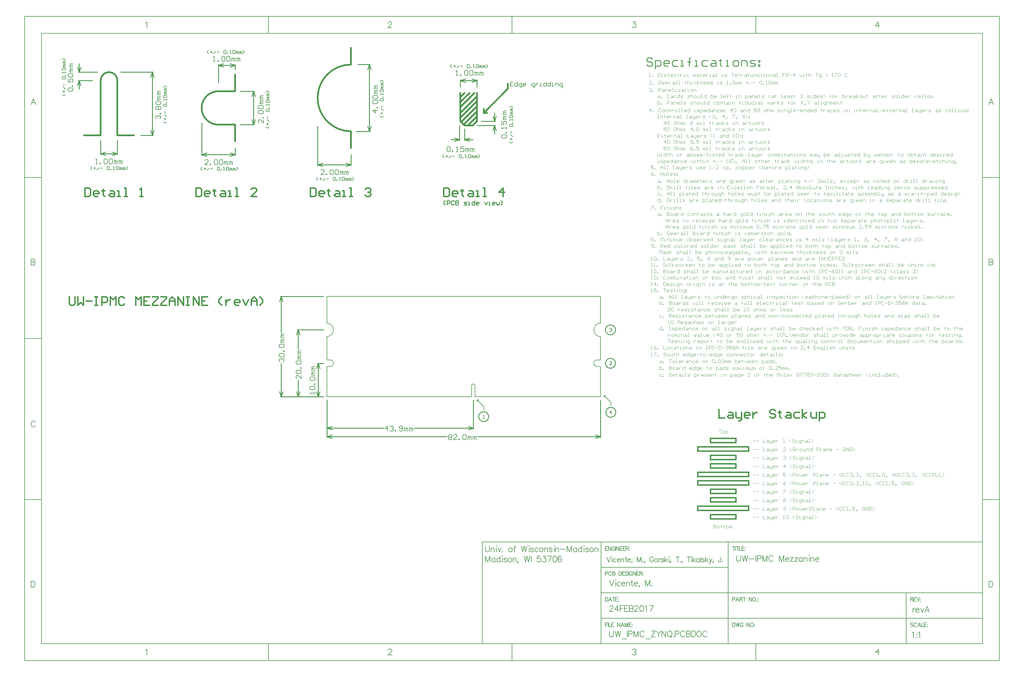
<source format=gbr>
G04 Layer_Color=0*
%FSLAX24Y24*%
%MOIN*%
%TF.FileFunction,Other,Fab_Drawings*%
%TF.Part,Single*%
G01*
G75*
%TA.AperFunction,NonConductor*%
%ADD53C,0.0100*%
%ADD87C,0.0098*%
%ADD89C,0.0079*%
%ADD90C,0.0040*%
%ADD147C,0.0050*%
%ADD150C,0.0059*%
%ADD152C,0.0065*%
%ADD153C,0.0065*%
%ADD154C,0.0197*%
%ADD155C,0.0150*%
%ADD156C,0.0060*%
%ADD157C,0.0080*%
%ADD158C,0.0070*%
D53*
X16240Y30215D02*
Y31594D01*
X15650Y30215D02*
Y31988D01*
X14650Y30315D02*
X15650D01*
X16240D02*
X17240D01*
X15050Y30515D02*
X15650Y30315D01*
X15050Y30115D02*
X15650Y30315D01*
X16240D02*
X16840Y30115D01*
X16240Y30315D02*
X16840Y30515D01*
X17717Y31988D02*
X19883D01*
X18209Y32480D02*
X19883D01*
X19783D02*
Y33480D01*
Y30988D02*
Y31988D01*
Y32480D02*
X19983Y33080D01*
X19583D02*
X19783Y32480D01*
X19583Y31388D02*
X19783Y31988D01*
X19983Y31388D01*
X17717Y36516D02*
Y37403D01*
X15748Y36516D02*
Y37403D01*
X16732Y37303D02*
X17717D01*
X15748D02*
X16732D01*
X17117Y37503D02*
X17717Y37303D01*
X17117Y37103D02*
X17717Y37303D01*
X15748D02*
X16348Y37103D01*
X15748Y37303D02*
X16348Y37503D01*
X-3486Y7874D02*
X-394D01*
X-3486Y0D02*
X-394D01*
X-3386Y5586D02*
Y7874D01*
Y0D02*
Y1968D01*
X-3586Y7274D02*
X-3386Y7874D01*
X-3186Y7274D01*
X-3386Y0D02*
X-3186Y600D01*
X-3586D02*
X-3386Y0D01*
X-1124Y3937D02*
X-394D01*
X-1124Y0D02*
X-394D01*
X-1024Y1969D02*
Y3937D01*
Y0D02*
Y1969D01*
X-1224Y3337D02*
X-1024Y3937D01*
X-824Y3337D01*
X-1024Y0D02*
X-824Y600D01*
X-1224D02*
X-1024Y0D01*
X17283Y-3801D02*
Y-394D01*
X0Y-3801D02*
Y-394D01*
X10291Y-3701D02*
X17283D01*
X0D02*
X6672D01*
X16683Y-3501D02*
X17283Y-3701D01*
X16683Y-3901D02*
X17283Y-3701D01*
X0D02*
X600Y-3901D01*
X0Y-3701D02*
X600Y-3501D01*
X-5494Y11811D02*
X-394D01*
X-5494Y0D02*
X-394D01*
X-5394Y7555D02*
Y11811D01*
Y0D02*
Y3936D01*
X-5594Y11211D02*
X-5394Y11811D01*
X-5194Y11211D01*
X-5394Y0D02*
X-5194Y600D01*
X-5594D02*
X-5394Y0D01*
X32283Y-4824D02*
Y-433D01*
X0Y-4824D02*
Y-394D01*
X17791Y-4724D02*
X32283D01*
X0D02*
X14172D01*
X31683Y-4524D02*
X32283Y-4724D01*
X31683Y-4924D02*
X32283Y-4724D01*
X0D02*
X600Y-4924D01*
X0Y-4724D02*
X600Y-4524D01*
X-24705Y28545D02*
Y30220D01*
X-26683Y28545D02*
Y30223D01*
X-25694Y28645D02*
X-24705D01*
X-26683D02*
X-25694D01*
X-25305Y28845D02*
X-24705Y28645D01*
X-25305Y28445D02*
X-24705Y28645D01*
X-26683D02*
X-26083Y28445D01*
X-26683Y28645D02*
X-26083Y28845D01*
X-24311Y38287D02*
X-20471D01*
X-21952Y30817D02*
X-20471D01*
X-20571Y34552D02*
Y38287D01*
Y30817D02*
Y34552D01*
X-20771Y37687D02*
X-20571Y38287D01*
X-20371Y37687D01*
X-20571Y30817D02*
X-20371Y31417D01*
X-20771D02*
X-20571Y30817D01*
X-29332Y37303D02*
X-27657D01*
X-29332Y38287D02*
X-27067D01*
X-29232D02*
Y39287D01*
Y36303D02*
Y37303D01*
Y38287D02*
X-29032Y38887D01*
X-29432D02*
X-29232Y38287D01*
X-29432Y36703D02*
X-29232Y37303D01*
X-29032Y36703D01*
X3645Y39183D02*
X5123D01*
X3445Y31299D02*
X5123D01*
X5023Y35241D02*
Y39183D01*
Y31299D02*
Y35241D01*
X4823Y38583D02*
X5023Y39183D01*
X5223Y38583D01*
X5023Y31299D02*
X5223Y31899D01*
X4823D02*
X5023Y31299D01*
X2854Y27265D02*
Y28543D01*
X-1083Y27265D02*
Y31890D01*
X886Y27365D02*
X2854D01*
X-1083D02*
X886D01*
X2254Y27565D02*
X2854Y27365D01*
X2254Y27165D02*
X2854Y27365D01*
X-1083D02*
X-483Y27165D01*
X-1083Y27365D02*
X-483Y27565D01*
X-10827Y28446D02*
Y29331D01*
X-14764Y28446D02*
Y32283D01*
X-12795Y28546D02*
X-10827D01*
X-14764D02*
X-12795D01*
X-11427Y28746D02*
X-10827Y28546D01*
X-11427Y28346D02*
X-10827Y28546D01*
X-14764D02*
X-14164Y28346D01*
X-14764Y28546D02*
X-14164Y28746D01*
X-10236Y36024D02*
X-8558D01*
X-10236Y32087D02*
X-8558D01*
X-8658Y34055D02*
Y36024D01*
Y32087D02*
Y34055D01*
X-8858Y35424D02*
X-8658Y36024D01*
X-8458Y35424D01*
X-8658Y32087D02*
X-8458Y32687D01*
X-8858D02*
X-8658Y32087D01*
X-10827Y38583D02*
Y39173D01*
X-12795Y37008D02*
Y39173D01*
X-11811Y39073D02*
X-10827D01*
X-12795D02*
X-11811D01*
X-11427Y39273D02*
X-10827Y39073D01*
X-11427Y38873D02*
X-10827Y39073D01*
X-12795D02*
X-12195Y38873D01*
X-12795Y39073D02*
X-12195Y39273D01*
X13946Y22638D02*
X13780Y22804D01*
Y22971D01*
X13946Y23138D01*
X14196Y22638D02*
Y23138D01*
X14446D01*
X14529Y23054D01*
Y22888D01*
X14446Y22804D01*
X14196D01*
X15029Y23054D02*
X14946Y23138D01*
X14779D01*
X14696Y23054D01*
Y22721D01*
X14779Y22638D01*
X14946D01*
X15029Y22721D01*
X15196Y23138D02*
Y22638D01*
X15446D01*
X15529Y22721D01*
Y22804D01*
X15446Y22888D01*
X15196D01*
X15446D01*
X15529Y22971D01*
Y23054D01*
X15446Y23138D01*
X15196D01*
X16195Y22638D02*
X16445D01*
X16529Y22721D01*
X16445Y22804D01*
X16279D01*
X16195Y22888D01*
X16279Y22971D01*
X16529D01*
X16695Y22638D02*
X16862D01*
X16779D01*
Y22971D01*
X16695D01*
X17445Y23138D02*
Y22638D01*
X17195D01*
X17112Y22721D01*
Y22888D01*
X17195Y22971D01*
X17445D01*
X17862Y22638D02*
X17695D01*
X17612Y22721D01*
Y22888D01*
X17695Y22971D01*
X17862D01*
X17945Y22888D01*
Y22804D01*
X17612D01*
X18611Y22971D02*
X18778Y22638D01*
X18945Y22971D01*
X19111Y22638D02*
X19278D01*
X19194D01*
Y22971D01*
X19111D01*
X19778Y22638D02*
X19611D01*
X19528Y22721D01*
Y22888D01*
X19611Y22971D01*
X19778D01*
X19861Y22888D01*
Y22804D01*
X19528D01*
X20027Y22971D02*
Y22721D01*
X20111Y22638D01*
X20194Y22721D01*
X20277Y22638D01*
X20361Y22721D01*
Y22971D01*
X20527Y22638D02*
X20694Y22804D01*
Y22971D01*
X20527Y23138D01*
X38416Y39833D02*
X38250Y40000D01*
X37917D01*
X37750Y39833D01*
Y39666D01*
X37917Y39500D01*
X38250D01*
X38416Y39333D01*
Y39167D01*
X38250Y39000D01*
X37917D01*
X37750Y39167D01*
X38750Y38667D02*
Y39666D01*
X39250D01*
X39416Y39500D01*
Y39167D01*
X39250Y39000D01*
X38750D01*
X40249D02*
X39916D01*
X39749Y39167D01*
Y39500D01*
X39916Y39666D01*
X40249D01*
X40416Y39500D01*
Y39333D01*
X39749D01*
X41415Y39666D02*
X40916D01*
X40749Y39500D01*
Y39167D01*
X40916Y39000D01*
X41415D01*
X41749D02*
X42082D01*
X41915D01*
Y39666D01*
X41749D01*
X42748Y39000D02*
Y39833D01*
Y39500D01*
X42582D01*
X42915D01*
X42748D01*
Y39833D01*
X42915Y40000D01*
X43415Y39000D02*
X43748D01*
X43581D01*
Y39666D01*
X43415D01*
X44914D02*
X44415D01*
X44248Y39500D01*
Y39167D01*
X44415Y39000D01*
X44914D01*
X45414Y39666D02*
X45747D01*
X45914Y39500D01*
Y39000D01*
X45414D01*
X45248Y39167D01*
X45414Y39333D01*
X45914D01*
X46414Y39833D02*
Y39666D01*
X46247D01*
X46580D01*
X46414D01*
Y39167D01*
X46580Y39000D01*
X47080D02*
X47414D01*
X47247D01*
Y39666D01*
X47080D01*
X48080Y39000D02*
X48413D01*
X48580Y39167D01*
Y39500D01*
X48413Y39666D01*
X48080D01*
X47913Y39500D01*
Y39167D01*
X48080Y39000D01*
X48913D02*
Y39666D01*
X49413D01*
X49580Y39500D01*
Y39000D01*
X49913D02*
X50413D01*
X50579Y39167D01*
X50413Y39333D01*
X50079D01*
X49913Y39500D01*
X50079Y39666D01*
X50579D01*
X50912D02*
X51079D01*
Y39500D01*
X50912D01*
Y39666D01*
Y39167D02*
X51079D01*
Y39000D01*
X50912D01*
Y39167D01*
D87*
X17913Y-2362D02*
G03*
X18504Y-2953I591J-0D01*
G01*
Y-2953D02*
G03*
X19094Y-2362I-0J591D01*
G01*
X19094D02*
G03*
X18504Y-1772I-591J0D01*
G01*
Y-1772D02*
G03*
X17913Y-2362I0J-591D01*
G01*
X33465Y4528D02*
G03*
X32874Y3937I0J-591D01*
G01*
X34055D02*
G03*
X33465Y4528I-591J0D01*
G01*
Y3346D02*
G03*
X34055Y3937I-0J591D01*
G01*
X32874D02*
G03*
X33465Y3346I591J-0D01*
G01*
Y8465D02*
G03*
X32874Y7874I0J-591D01*
G01*
X34055D02*
G03*
X33465Y8465I-591J0D01*
G01*
Y7283D02*
G03*
X34055Y7874I-0J591D01*
G01*
X32874D02*
G03*
X33465Y7283I591J-0D01*
G01*
X33504Y-1264D02*
G03*
X32913Y-1854I0J-591D01*
G01*
X34094D02*
G03*
X33504Y-1264I-591J0D01*
G01*
Y-2445D02*
G03*
X34094Y-1854I-0J591D01*
G01*
X32913D02*
G03*
X33504Y-2445I591J-0D01*
G01*
D89*
X17717Y-394D02*
X17717D01*
X18504Y-1181D01*
Y-1575D02*
Y-1181D01*
X17717Y-591D02*
Y-394D01*
X17913D01*
X32717Y114D02*
X32913D01*
X32717Y-83D02*
Y114D01*
X33504Y-1067D02*
Y-673D01*
X32717Y114D02*
X33504Y-673D01*
X32717Y114D02*
X32717D01*
X18445Y-2559D02*
X18576D01*
X18510D01*
Y-2165D01*
X18445Y-2231D01*
X33609Y3740D02*
X33346D01*
X33609Y4003D01*
Y4068D01*
X33543Y4134D01*
X33412D01*
X33346Y4068D01*
Y8005D02*
X33412Y8071D01*
X33543D01*
X33609Y8005D01*
Y7940D01*
X33543Y7874D01*
X33478D01*
X33543D01*
X33609Y7808D01*
Y7743D01*
X33543Y7677D01*
X33412D01*
X33346Y7743D01*
X33563Y-2067D02*
Y-1673D01*
X33366Y-1870D01*
X33629D01*
D90*
X39267Y24017D02*
X39067D01*
X39000Y23950D01*
Y23817D01*
X39067Y23750D01*
X39267D01*
X39400D02*
Y23817D01*
X39467D01*
Y23750D01*
X39400D01*
X40133D02*
Y24017D01*
X40266Y24150D01*
X40400Y24017D01*
Y23750D01*
Y23950D01*
X40133D01*
X40533Y23750D02*
X40666D01*
X40599D01*
Y24150D01*
X40533D01*
X40866Y23750D02*
X40999D01*
X40933D01*
Y24150D01*
X40866D01*
X41599Y23617D02*
Y24017D01*
X41799D01*
X41866Y23950D01*
Y23817D01*
X41799Y23750D01*
X41599D01*
X41999D02*
X42132D01*
X42066D01*
Y24150D01*
X41999D01*
X42399Y24017D02*
X42532D01*
X42599Y23950D01*
Y23750D01*
X42399D01*
X42332Y23817D01*
X42399Y23883D01*
X42599D01*
X42799Y24083D02*
Y24017D01*
X42732D01*
X42865D01*
X42799D01*
Y23817D01*
X42865Y23750D01*
X43265D02*
X43132D01*
X43065Y23817D01*
Y23950D01*
X43132Y24017D01*
X43265D01*
X43332Y23950D01*
Y23883D01*
X43065D01*
X43732Y24150D02*
Y23750D01*
X43532D01*
X43465Y23817D01*
Y23950D01*
X43532Y24017D01*
X43732D01*
X44332Y24083D02*
Y24017D01*
X44265D01*
X44398D01*
X44332D01*
Y23817D01*
X44398Y23750D01*
X44598Y24150D02*
Y23750D01*
Y23950D01*
X44665Y24017D01*
X44798D01*
X44865Y23950D01*
Y23750D01*
X44998Y24017D02*
Y23750D01*
Y23883D01*
X45065Y23950D01*
X45131Y24017D01*
X45198D01*
X45465Y23750D02*
X45598D01*
X45665Y23817D01*
Y23950D01*
X45598Y24017D01*
X45465D01*
X45398Y23950D01*
Y23817D01*
X45465Y23750D01*
X45798Y24017D02*
Y23817D01*
X45864Y23750D01*
X46064D01*
Y24017D01*
X46331Y23617D02*
X46398D01*
X46464Y23683D01*
Y24017D01*
X46264D01*
X46198Y23950D01*
Y23817D01*
X46264Y23750D01*
X46464D01*
X46598Y24150D02*
Y23750D01*
Y23950D01*
X46664Y24017D01*
X46797D01*
X46864Y23950D01*
Y23750D01*
X47397Y24150D02*
Y23750D01*
Y23950D01*
X47464Y24017D01*
X47597D01*
X47664Y23950D01*
Y23750D01*
X47864D02*
X47997D01*
X48064Y23817D01*
Y23950D01*
X47997Y24017D01*
X47864D01*
X47797Y23950D01*
Y23817D01*
X47864Y23750D01*
X48197D02*
X48330D01*
X48264D01*
Y24150D01*
X48197D01*
X48730Y23750D02*
X48597D01*
X48530Y23817D01*
Y23950D01*
X48597Y24017D01*
X48730D01*
X48797Y23950D01*
Y23883D01*
X48530D01*
X48930Y23750D02*
X49130D01*
X49197Y23817D01*
X49130Y23883D01*
X48997D01*
X48930Y23950D01*
X48997Y24017D01*
X49197D01*
X49730Y23750D02*
Y24017D01*
X49797D01*
X49863Y23950D01*
Y23750D01*
Y23950D01*
X49930Y24017D01*
X49996Y23950D01*
Y23750D01*
X50130Y24017D02*
Y23817D01*
X50196Y23750D01*
X50396D01*
Y24017D01*
X50530Y23750D02*
X50730D01*
X50796Y23817D01*
X50730Y23883D01*
X50596D01*
X50530Y23950D01*
X50596Y24017D01*
X50796D01*
X50996Y24083D02*
Y24017D01*
X50929D01*
X51063D01*
X50996D01*
Y23817D01*
X51063Y23750D01*
X51663Y24150D02*
Y23750D01*
X51863D01*
X51929Y23817D01*
Y23883D01*
Y23950D01*
X51863Y24017D01*
X51663D01*
X52262Y23750D02*
X52129D01*
X52062Y23817D01*
Y23950D01*
X52129Y24017D01*
X52262D01*
X52329Y23950D01*
Y23883D01*
X52062D01*
X52862Y23617D02*
Y24017D01*
X53062D01*
X53129Y23950D01*
Y23817D01*
X53062Y23750D01*
X52862D01*
X53262D02*
X53395D01*
X53329D01*
Y24150D01*
X53262D01*
X53662Y24017D02*
X53795D01*
X53862Y23950D01*
Y23750D01*
X53662D01*
X53595Y23817D01*
X53662Y23883D01*
X53862D01*
X54062Y24083D02*
Y24017D01*
X53995D01*
X54128D01*
X54062D01*
Y23817D01*
X54128Y23750D01*
X54528D02*
X54395D01*
X54328Y23817D01*
Y23950D01*
X54395Y24017D01*
X54528D01*
X54595Y23950D01*
Y23883D01*
X54328D01*
X54995Y24150D02*
Y23750D01*
X54795D01*
X54728Y23817D01*
Y23950D01*
X54795Y24017D01*
X54995D01*
X55595Y23750D02*
X55728D01*
X55795Y23817D01*
Y23950D01*
X55728Y24017D01*
X55595D01*
X55528Y23950D01*
Y23817D01*
X55595Y23750D01*
X55928Y24017D02*
X56061Y23750D01*
X56194Y24017D01*
X56528Y23750D02*
X56394D01*
X56328Y23817D01*
Y23950D01*
X56394Y24017D01*
X56528D01*
X56594Y23950D01*
Y23883D01*
X56328D01*
X56728Y24017D02*
Y23750D01*
Y23883D01*
X56794Y23950D01*
X56861Y24017D01*
X56928D01*
X57594Y24083D02*
Y24017D01*
X57527D01*
X57661D01*
X57594D01*
Y23817D01*
X57661Y23750D01*
X57927D02*
X58061D01*
X58127Y23817D01*
Y23950D01*
X58061Y24017D01*
X57927D01*
X57861Y23950D01*
Y23817D01*
X57927Y23750D01*
X58727D02*
Y24083D01*
Y23950D01*
X58660D01*
X58794D01*
X58727D01*
Y24083D01*
X58794Y24150D01*
X59060Y24017D02*
X59193D01*
X59260Y23950D01*
Y23750D01*
X59060D01*
X58994Y23817D01*
X59060Y23883D01*
X59260D01*
X59660Y24017D02*
X59460D01*
X59393Y23950D01*
Y23817D01*
X59460Y23750D01*
X59660D01*
X59793D02*
X59927D01*
X59860D01*
Y24017D01*
X59793D01*
X60127Y23750D02*
X60260D01*
X60193D01*
Y24150D01*
X60127D01*
X60460Y23750D02*
X60593D01*
X60526D01*
Y24017D01*
X60460D01*
X60860Y24083D02*
Y24017D01*
X60793D01*
X60926D01*
X60860D01*
Y23817D01*
X60926Y23750D01*
X61193Y24017D02*
X61326D01*
X61393Y23950D01*
Y23750D01*
X61193D01*
X61126Y23817D01*
X61193Y23883D01*
X61393D01*
X61593Y24083D02*
Y24017D01*
X61526D01*
X61659D01*
X61593D01*
Y23817D01*
X61659Y23750D01*
X62059D02*
X61926D01*
X61859Y23817D01*
Y23950D01*
X61926Y24017D01*
X62059D01*
X62126Y23950D01*
Y23883D01*
X61859D01*
X62726Y24017D02*
X62859D01*
X62926Y23950D01*
Y23750D01*
X62726D01*
X62659Y23817D01*
X62726Y23883D01*
X62926D01*
X63059Y23750D02*
X63259D01*
X63325Y23817D01*
X63259Y23883D01*
X63126D01*
X63059Y23950D01*
X63126Y24017D01*
X63325D01*
X63459Y23750D02*
X63659D01*
X63725Y23817D01*
X63659Y23883D01*
X63525D01*
X63459Y23950D01*
X63525Y24017D01*
X63725D01*
X64059Y23750D02*
X63925D01*
X63859Y23817D01*
Y23950D01*
X63925Y24017D01*
X64059D01*
X64125Y23950D01*
Y23883D01*
X63859D01*
X64259Y23750D02*
Y24017D01*
X64325D01*
X64392Y23950D01*
Y23750D01*
Y23950D01*
X64458Y24017D01*
X64525Y23950D01*
Y23750D01*
X64658Y24150D02*
Y23750D01*
X64858D01*
X64925Y23817D01*
Y23883D01*
Y23950D01*
X64858Y24017D01*
X64658D01*
X65058Y23750D02*
X65192D01*
X65125D01*
Y24150D01*
X65058D01*
X65391Y24017D02*
Y23817D01*
X65458Y23750D01*
X65658D01*
Y23683D01*
X65591Y23617D01*
X65525D01*
X65658Y23750D02*
Y24017D01*
X66258D02*
X66391D01*
X66458Y23950D01*
Y23750D01*
X66258D01*
X66191Y23817D01*
X66258Y23883D01*
X66458D01*
X66591Y23750D02*
X66791D01*
X66858Y23817D01*
X66791Y23883D01*
X66658D01*
X66591Y23950D01*
X66658Y24017D01*
X66858D01*
X67457D02*
X67591D01*
X67657Y23950D01*
Y23750D01*
X67457D01*
X67391Y23817D01*
X67457Y23883D01*
X67657D01*
X68191Y24017D02*
X68324Y23750D01*
X68457Y24017D01*
X68590Y23750D02*
X68724D01*
X68657D01*
Y24017D01*
X68590D01*
X68990D02*
X69124D01*
X69190Y23950D01*
Y23750D01*
X68990D01*
X68924Y23817D01*
X68990Y23883D01*
X69190D01*
X69324Y23950D02*
X69590D01*
X69723Y23750D02*
X69857D01*
X69790D01*
Y24017D01*
X69723D01*
X70057Y23750D02*
Y24017D01*
X70257D01*
X70323Y23950D01*
Y23750D01*
X70457Y23950D02*
X70723D01*
X70856Y23617D02*
Y24017D01*
X71056D01*
X71123Y23950D01*
Y23817D01*
X71056Y23750D01*
X70856D01*
X71323Y24017D02*
X71456D01*
X71523Y23950D01*
Y23750D01*
X71323D01*
X71256Y23817D01*
X71323Y23883D01*
X71523D01*
X71923Y24150D02*
Y23750D01*
X71723D01*
X71656Y23817D01*
Y23950D01*
X71723Y24017D01*
X71923D01*
X72722Y24150D02*
Y23750D01*
X72523D01*
X72456Y23817D01*
Y23950D01*
X72523Y24017D01*
X72722D01*
X73056Y23750D02*
X72922D01*
X72856Y23817D01*
Y23950D01*
X72922Y24017D01*
X73056D01*
X73122Y23950D01*
Y23883D01*
X72856D01*
X73256Y23750D02*
X73456D01*
X73522Y23817D01*
X73456Y23883D01*
X73322D01*
X73256Y23950D01*
X73322Y24017D01*
X73522D01*
X73655Y23750D02*
X73789D01*
X73722D01*
Y24017D01*
X73655D01*
X74122Y23617D02*
X74189D01*
X74255Y23683D01*
Y24017D01*
X74055D01*
X73989Y23950D01*
Y23817D01*
X74055Y23750D01*
X74255D01*
X74389D02*
Y24017D01*
X74589D01*
X74655Y23950D01*
Y23750D01*
X39250Y3600D02*
Y3200D01*
X39450D01*
X39517Y3267D01*
Y3333D01*
Y3400D01*
X39450Y3467D01*
X39250D01*
X39650Y3200D02*
Y3267D01*
X39717D01*
Y3200D01*
X39650D01*
X40383Y3600D02*
Y3200D01*
X40583D01*
X40650Y3267D01*
Y3333D01*
X40583Y3400D01*
X40383D01*
X40583D01*
X40650Y3467D01*
Y3533D01*
X40583Y3600D01*
X40383D01*
X40849Y3200D02*
X40983D01*
X41049Y3267D01*
Y3400D01*
X40983Y3467D01*
X40849D01*
X40783Y3400D01*
Y3267D01*
X40849Y3200D01*
X41249Y3467D02*
X41383D01*
X41449Y3400D01*
Y3200D01*
X41249D01*
X41183Y3267D01*
X41249Y3333D01*
X41449D01*
X41583Y3467D02*
Y3200D01*
Y3333D01*
X41649Y3400D01*
X41716Y3467D01*
X41783D01*
X42249Y3600D02*
Y3200D01*
X42049D01*
X41982Y3267D01*
Y3400D01*
X42049Y3467D01*
X42249D01*
X42982Y3200D02*
X42849D01*
X42782Y3267D01*
Y3400D01*
X42849Y3467D01*
X42982D01*
X43049Y3400D01*
Y3333D01*
X42782D01*
X43449Y3600D02*
Y3200D01*
X43249D01*
X43182Y3267D01*
Y3400D01*
X43249Y3467D01*
X43449D01*
X43715Y3067D02*
X43782D01*
X43849Y3133D01*
Y3467D01*
X43649D01*
X43582Y3400D01*
Y3267D01*
X43649Y3200D01*
X43849D01*
X44182D02*
X44048D01*
X43982Y3267D01*
Y3400D01*
X44048Y3467D01*
X44182D01*
X44248Y3400D01*
Y3333D01*
X43982D01*
X44848Y3533D02*
Y3467D01*
X44782D01*
X44915D01*
X44848D01*
Y3267D01*
X44915Y3200D01*
X45181D02*
X45315D01*
X45381Y3267D01*
Y3400D01*
X45315Y3467D01*
X45181D01*
X45115Y3400D01*
Y3267D01*
X45181Y3200D01*
X45915Y3067D02*
Y3467D01*
X46114D01*
X46181Y3400D01*
Y3267D01*
X46114Y3200D01*
X45915D01*
X46381Y3467D02*
X46514D01*
X46581Y3400D01*
Y3200D01*
X46381D01*
X46314Y3267D01*
X46381Y3333D01*
X46581D01*
X46981Y3600D02*
Y3200D01*
X46781D01*
X46714Y3267D01*
Y3400D01*
X46781Y3467D01*
X46981D01*
X47114Y3200D02*
X47314D01*
X47381Y3267D01*
X47314Y3333D01*
X47181D01*
X47114Y3400D01*
X47181Y3467D01*
X47381D01*
X47914Y3200D02*
Y3467D01*
X47981D01*
X48047Y3400D01*
Y3200D01*
Y3400D01*
X48114Y3467D01*
X48180Y3400D01*
Y3200D01*
X48380Y3467D02*
X48514D01*
X48580Y3400D01*
Y3200D01*
X48380D01*
X48314Y3267D01*
X48380Y3333D01*
X48580D01*
X48714Y3467D02*
X48980Y3200D01*
X48847Y3333D01*
X48980Y3467D01*
X48714Y3200D01*
X49113D02*
X49247D01*
X49180D01*
Y3467D01*
X49113D01*
X49447Y3200D02*
Y3467D01*
X49513D01*
X49580Y3400D01*
Y3200D01*
Y3400D01*
X49647Y3467D01*
X49713Y3400D01*
Y3200D01*
X49847Y3467D02*
Y3267D01*
X49913Y3200D01*
X50113D01*
Y3467D01*
X50246Y3200D02*
Y3467D01*
X50313D01*
X50380Y3400D01*
Y3200D01*
Y3400D01*
X50446Y3467D01*
X50513Y3400D01*
Y3200D01*
X51113D02*
X51246D01*
X51313Y3267D01*
Y3400D01*
X51246Y3467D01*
X51113D01*
X51046Y3400D01*
Y3267D01*
X51113Y3200D01*
X51513D02*
Y3533D01*
Y3400D01*
X51446D01*
X51579D01*
X51513D01*
Y3533D01*
X51579Y3600D01*
X52179Y3533D02*
X52246Y3600D01*
X52379D01*
X52446Y3533D01*
Y3267D01*
X52379Y3200D01*
X52246D01*
X52179Y3267D01*
Y3533D01*
X52579Y3200D02*
Y3267D01*
X52646D01*
Y3200D01*
X52579D01*
X53179D02*
X52912D01*
X53179Y3467D01*
Y3533D01*
X53112Y3600D01*
X52979D01*
X52912Y3533D01*
X53579Y3600D02*
X53312D01*
Y3400D01*
X53445Y3467D01*
X53512D01*
X53579Y3400D01*
Y3267D01*
X53512Y3200D01*
X53379D01*
X53312Y3267D01*
X53712Y3200D02*
Y3467D01*
X53779D01*
X53845Y3400D01*
Y3200D01*
Y3400D01*
X53912Y3467D01*
X53979Y3400D01*
Y3200D01*
X54112D02*
Y3467D01*
X54179D01*
X54245Y3400D01*
Y3200D01*
Y3400D01*
X54312Y3467D01*
X54378Y3400D01*
Y3200D01*
X54512D02*
Y3267D01*
X54578D01*
Y3200D01*
X54512D01*
X39317Y4267D02*
X39450D01*
X39517Y4200D01*
Y4000D01*
X39317D01*
X39250Y4067D01*
X39317Y4133D01*
X39517D01*
X39650Y4000D02*
Y4067D01*
X39717D01*
Y4000D01*
X39650D01*
X40383Y4400D02*
X40650D01*
X40516D01*
Y4000D01*
X40849D02*
X40983D01*
X41049Y4067D01*
Y4200D01*
X40983Y4267D01*
X40849D01*
X40783Y4200D01*
Y4067D01*
X40849Y4000D01*
X41183D02*
X41316D01*
X41249D01*
Y4400D01*
X41183D01*
X41716Y4000D02*
X41583D01*
X41516Y4067D01*
Y4200D01*
X41583Y4267D01*
X41716D01*
X41783Y4200D01*
Y4133D01*
X41516D01*
X41916Y4267D02*
Y4000D01*
Y4133D01*
X41982Y4200D01*
X42049Y4267D01*
X42116D01*
X42382D02*
X42516D01*
X42582Y4200D01*
Y4000D01*
X42382D01*
X42316Y4067D01*
X42382Y4133D01*
X42582D01*
X42716Y4000D02*
Y4267D01*
X42915D01*
X42982Y4200D01*
Y4000D01*
X43382Y4267D02*
X43182D01*
X43115Y4200D01*
Y4067D01*
X43182Y4000D01*
X43382D01*
X43715D02*
X43582D01*
X43515Y4067D01*
Y4200D01*
X43582Y4267D01*
X43715D01*
X43782Y4200D01*
Y4133D01*
X43515D01*
X44382Y4000D02*
X44515D01*
X44582Y4067D01*
Y4200D01*
X44515Y4267D01*
X44382D01*
X44315Y4200D01*
Y4067D01*
X44382Y4000D01*
X44782D02*
Y4333D01*
Y4200D01*
X44715D01*
X44848D01*
X44782D01*
Y4333D01*
X44848Y4400D01*
X45448Y4333D02*
X45515Y4400D01*
X45648D01*
X45715Y4333D01*
Y4067D01*
X45648Y4000D01*
X45515D01*
X45448Y4067D01*
Y4333D01*
X45848Y4000D02*
Y4067D01*
X45915D01*
Y4000D01*
X45848D01*
X46181Y4333D02*
X46248Y4400D01*
X46381D01*
X46448Y4333D01*
Y4067D01*
X46381Y4000D01*
X46248D01*
X46181Y4067D01*
Y4333D01*
X46581D02*
X46648Y4400D01*
X46781D01*
X46848Y4333D01*
Y4267D01*
X46781Y4200D01*
X46714D01*
X46781D01*
X46848Y4133D01*
Y4067D01*
X46781Y4000D01*
X46648D01*
X46581Y4067D01*
X46981Y4000D02*
Y4267D01*
X47047D01*
X47114Y4200D01*
Y4000D01*
Y4200D01*
X47181Y4267D01*
X47247Y4200D01*
Y4000D01*
X47381D02*
Y4267D01*
X47447D01*
X47514Y4200D01*
Y4000D01*
Y4200D01*
X47581Y4267D01*
X47647Y4200D01*
Y4000D01*
X48180Y4400D02*
Y4000D01*
X48380D01*
X48447Y4067D01*
Y4133D01*
Y4200D01*
X48380Y4267D01*
X48180D01*
X48780Y4000D02*
X48647D01*
X48580Y4067D01*
Y4200D01*
X48647Y4267D01*
X48780D01*
X48847Y4200D01*
Y4133D01*
X48580D01*
X49047Y4333D02*
Y4267D01*
X48980D01*
X49113D01*
X49047D01*
Y4067D01*
X49113Y4000D01*
X49313Y4267D02*
Y4067D01*
X49380Y4000D01*
X49447Y4067D01*
X49513Y4000D01*
X49580Y4067D01*
Y4267D01*
X49913Y4000D02*
X49780D01*
X49713Y4067D01*
Y4200D01*
X49780Y4267D01*
X49913D01*
X49980Y4200D01*
Y4133D01*
X49713D01*
X50313Y4000D02*
X50180D01*
X50113Y4067D01*
Y4200D01*
X50180Y4267D01*
X50313D01*
X50380Y4200D01*
Y4133D01*
X50113D01*
X50513Y4000D02*
Y4267D01*
X50713D01*
X50780Y4200D01*
Y4000D01*
X51313Y3867D02*
Y4267D01*
X51513D01*
X51579Y4200D01*
Y4067D01*
X51513Y4000D01*
X51313D01*
X51779Y4267D02*
X51913D01*
X51979Y4200D01*
Y4000D01*
X51779D01*
X51713Y4067D01*
X51779Y4133D01*
X51979D01*
X52379Y4400D02*
Y4000D01*
X52179D01*
X52113Y4067D01*
Y4200D01*
X52179Y4267D01*
X52379D01*
X52512Y4000D02*
X52712D01*
X52779Y4067D01*
X52712Y4133D01*
X52579D01*
X52512Y4200D01*
X52579Y4267D01*
X52779D01*
X52912Y4000D02*
Y4067D01*
X52979D01*
Y4000D01*
X52912D01*
X38250Y4800D02*
X38383D01*
X38317D01*
Y5200D01*
X38250Y5133D01*
X38583Y5200D02*
X38850D01*
Y5133D01*
X38583Y4867D01*
Y4800D01*
X38983D02*
Y4867D01*
X39050D01*
Y4800D01*
X38983D01*
X39983Y5133D02*
X39916Y5200D01*
X39783D01*
X39716Y5133D01*
Y5067D01*
X39783Y5000D01*
X39916D01*
X39983Y4933D01*
Y4867D01*
X39916Y4800D01*
X39783D01*
X39716Y4867D01*
X40183Y4800D02*
X40316D01*
X40383Y4867D01*
Y5000D01*
X40316Y5067D01*
X40183D01*
X40116Y5000D01*
Y4867D01*
X40183Y4800D01*
X40516Y5067D02*
Y4867D01*
X40583Y4800D01*
X40783D01*
Y5067D01*
X40982Y5133D02*
Y5067D01*
X40916D01*
X41049D01*
X40982D01*
Y4867D01*
X41049Y4800D01*
X41249Y5200D02*
Y4800D01*
Y5000D01*
X41316Y5067D01*
X41449D01*
X41516Y5000D01*
Y4800D01*
X42249D02*
X42115D01*
X42049Y4867D01*
Y5000D01*
X42115Y5067D01*
X42249D01*
X42315Y5000D01*
Y4933D01*
X42049D01*
X42715Y5200D02*
Y4800D01*
X42515D01*
X42449Y4867D01*
Y5000D01*
X42515Y5067D01*
X42715D01*
X42982Y4667D02*
X43048D01*
X43115Y4733D01*
Y5067D01*
X42915D01*
X42849Y5000D01*
Y4867D01*
X42915Y4800D01*
X43115D01*
X43448D02*
X43315D01*
X43248Y4867D01*
Y5000D01*
X43315Y5067D01*
X43448D01*
X43515Y5000D01*
Y4933D01*
X43248D01*
X43648Y5000D02*
X43915D01*
X44115Y5133D02*
Y5067D01*
X44048D01*
X44181D01*
X44115D01*
Y4867D01*
X44181Y4800D01*
X44448D02*
X44581D01*
X44648Y4867D01*
Y5000D01*
X44581Y5067D01*
X44448D01*
X44381Y5000D01*
Y4867D01*
X44448Y4800D01*
X44781Y5000D02*
X45048D01*
X45381Y4800D02*
X45248D01*
X45181Y4867D01*
Y5000D01*
X45248Y5067D01*
X45381D01*
X45448Y5000D01*
Y4933D01*
X45181D01*
X45848Y5200D02*
Y4800D01*
X45648D01*
X45581Y4867D01*
Y5000D01*
X45648Y5067D01*
X45848D01*
X46114Y4667D02*
X46181D01*
X46247Y4733D01*
Y5067D01*
X46047D01*
X45981Y5000D01*
Y4867D01*
X46047Y4800D01*
X46247D01*
X46581D02*
X46447D01*
X46381Y4867D01*
Y5000D01*
X46447Y5067D01*
X46581D01*
X46647Y5000D01*
Y4933D01*
X46381D01*
X47447Y5067D02*
X47247D01*
X47180Y5000D01*
Y4867D01*
X47247Y4800D01*
X47447D01*
X47647D02*
X47780D01*
X47847Y4867D01*
Y5000D01*
X47780Y5067D01*
X47647D01*
X47580Y5000D01*
Y4867D01*
X47647Y4800D01*
X47980D02*
Y5067D01*
X48180D01*
X48247Y5000D01*
Y4800D01*
X48380D02*
Y5067D01*
X48580D01*
X48647Y5000D01*
Y4800D01*
X48980D02*
X48847D01*
X48780Y4867D01*
Y5000D01*
X48847Y5067D01*
X48980D01*
X49047Y5000D01*
Y4933D01*
X48780D01*
X49446Y5067D02*
X49246D01*
X49180Y5000D01*
Y4867D01*
X49246Y4800D01*
X49446D01*
X49646Y5133D02*
Y5067D01*
X49580D01*
X49713D01*
X49646D01*
Y4867D01*
X49713Y4800D01*
X49980D02*
X50113D01*
X50179Y4867D01*
Y5000D01*
X50113Y5067D01*
X49980D01*
X49913Y5000D01*
Y4867D01*
X49980Y4800D01*
X50313Y5067D02*
Y4800D01*
Y4933D01*
X50379Y5000D01*
X50446Y5067D01*
X50513D01*
X51379Y5200D02*
Y4800D01*
X51179D01*
X51113Y4867D01*
Y5000D01*
X51179Y5067D01*
X51379D01*
X51712Y4800D02*
X51579D01*
X51512Y4867D01*
Y5000D01*
X51579Y5067D01*
X51712D01*
X51779Y5000D01*
Y4933D01*
X51512D01*
X51979Y5133D02*
Y5067D01*
X51912D01*
X52046D01*
X51979D01*
Y4867D01*
X52046Y4800D01*
X52312Y5067D02*
X52445D01*
X52512Y5000D01*
Y4800D01*
X52312D01*
X52245Y4867D01*
X52312Y4933D01*
X52512D01*
X52645Y4800D02*
X52779D01*
X52712D01*
Y5067D01*
X52645D01*
X52979Y4800D02*
X53112D01*
X53045D01*
Y5200D01*
X52979D01*
X53312Y4800D02*
X53512D01*
X53578Y4867D01*
X53512Y4933D01*
X53378D01*
X53312Y5000D01*
X53378Y5067D01*
X53578D01*
X53712D02*
X53778D01*
Y5000D01*
X53712D01*
Y5067D01*
Y4867D02*
X53778D01*
Y4800D01*
X53712D01*
Y4867D01*
X39517Y2667D02*
X39317D01*
X39250Y2600D01*
Y2467D01*
X39317Y2400D01*
X39517D01*
X39650D02*
Y2467D01*
X39717D01*
Y2400D01*
X39650D01*
X40383Y2800D02*
Y2400D01*
X40583D01*
X40650Y2467D01*
Y2733D01*
X40583Y2800D01*
X40383D01*
X40983Y2400D02*
X40849D01*
X40783Y2467D01*
Y2600D01*
X40849Y2667D01*
X40983D01*
X41049Y2600D01*
Y2533D01*
X40783D01*
X41249Y2733D02*
Y2667D01*
X41183D01*
X41316D01*
X41249D01*
Y2467D01*
X41316Y2400D01*
X41583Y2667D02*
X41716D01*
X41783Y2600D01*
Y2400D01*
X41583D01*
X41516Y2467D01*
X41583Y2533D01*
X41783D01*
X41916Y2400D02*
X42049D01*
X41982D01*
Y2667D01*
X41916D01*
X42249Y2400D02*
X42382D01*
X42316D01*
Y2800D01*
X42249D01*
X42582Y2400D02*
X42782D01*
X42849Y2467D01*
X42782Y2533D01*
X42649D01*
X42582Y2600D01*
X42649Y2667D01*
X42849D01*
X43382Y2267D02*
Y2667D01*
X43582D01*
X43649Y2600D01*
Y2467D01*
X43582Y2400D01*
X43382D01*
X43782Y2667D02*
Y2400D01*
Y2533D01*
X43849Y2600D01*
X43915Y2667D01*
X43982D01*
X44382Y2400D02*
X44248D01*
X44182Y2467D01*
Y2600D01*
X44248Y2667D01*
X44382D01*
X44448Y2600D01*
Y2533D01*
X44182D01*
X44582Y2400D02*
X44782D01*
X44848Y2467D01*
X44782Y2533D01*
X44648D01*
X44582Y2600D01*
X44648Y2667D01*
X44848D01*
X45181Y2400D02*
X45048D01*
X44981Y2467D01*
Y2600D01*
X45048Y2667D01*
X45181D01*
X45248Y2600D01*
Y2533D01*
X44981D01*
X45381Y2400D02*
Y2667D01*
X45581D01*
X45648Y2600D01*
Y2400D01*
X45848Y2733D02*
Y2667D01*
X45781D01*
X45915D01*
X45848D01*
Y2467D01*
X45915Y2400D01*
X46514D02*
X46648D01*
X46581D01*
Y2667D01*
X46514D01*
X46848Y2400D02*
Y2667D01*
X47047D01*
X47114Y2600D01*
Y2400D01*
X47647Y2267D02*
Y2667D01*
X47847D01*
X47914Y2600D01*
Y2467D01*
X47847Y2400D01*
X47647D01*
X48114Y2667D02*
X48247D01*
X48314Y2600D01*
Y2400D01*
X48114D01*
X48047Y2467D01*
X48114Y2533D01*
X48314D01*
X48580Y2267D02*
X48647D01*
X48714Y2333D01*
Y2667D01*
X48514D01*
X48447Y2600D01*
Y2467D01*
X48514Y2400D01*
X48714D01*
X49047D02*
X48914D01*
X48847Y2467D01*
Y2600D01*
X48914Y2667D01*
X49047D01*
X49113Y2600D01*
Y2533D01*
X48847D01*
X49913Y2400D02*
X49647D01*
X49913Y2667D01*
Y2733D01*
X49847Y2800D01*
X49713D01*
X49647Y2733D01*
X50513Y2400D02*
X50646D01*
X50713Y2467D01*
Y2600D01*
X50646Y2667D01*
X50513D01*
X50446Y2600D01*
Y2467D01*
X50513Y2400D01*
X50913D02*
Y2733D01*
Y2600D01*
X50846D01*
X50980D01*
X50913D01*
Y2733D01*
X50980Y2800D01*
X51646Y2733D02*
Y2667D01*
X51579D01*
X51713D01*
X51646D01*
Y2467D01*
X51713Y2400D01*
X51913Y2800D02*
Y2400D01*
Y2600D01*
X51979Y2667D01*
X52113D01*
X52179Y2600D01*
Y2400D01*
X52512D02*
X52379D01*
X52312Y2467D01*
Y2600D01*
X52379Y2667D01*
X52512D01*
X52579Y2600D01*
Y2533D01*
X52312D01*
X53112Y2400D02*
Y2800D01*
X53245Y2667D01*
X53379Y2800D01*
Y2400D01*
X53579D02*
X53712D01*
X53779Y2467D01*
Y2600D01*
X53712Y2667D01*
X53579D01*
X53512Y2600D01*
Y2467D01*
X53579Y2400D01*
X53912D02*
X54045D01*
X53979D01*
Y2800D01*
X53912D01*
X54445Y2400D02*
X54312D01*
X54245Y2467D01*
Y2600D01*
X54312Y2667D01*
X54445D01*
X54512Y2600D01*
Y2533D01*
X54245D01*
X54645Y2667D02*
X54912Y2400D01*
X54778Y2533D01*
X54912Y2667D01*
X54645Y2400D01*
X55445Y2733D02*
X55511Y2800D01*
X55645D01*
X55711Y2733D01*
Y2667D01*
X55645Y2600D01*
X55711Y2533D01*
Y2467D01*
X55645Y2400D01*
X55511D01*
X55445Y2467D01*
Y2533D01*
X55511Y2600D01*
X55445Y2667D01*
Y2733D01*
X55511Y2600D02*
X55645D01*
X55845Y2800D02*
X56111D01*
Y2733D01*
X55845Y2467D01*
Y2400D01*
X56245Y2800D02*
X56511D01*
Y2733D01*
X56245Y2467D01*
Y2400D01*
X56644Y2733D02*
X56711Y2800D01*
X56844D01*
X56911Y2733D01*
Y2667D01*
X56844Y2600D01*
X56911Y2533D01*
Y2467D01*
X56844Y2400D01*
X56711D01*
X56644Y2467D01*
Y2533D01*
X56711Y2600D01*
X56644Y2667D01*
Y2733D01*
X56711Y2600D02*
X56844D01*
X57044Y2733D02*
X57111Y2800D01*
X57244D01*
X57311Y2733D01*
Y2667D01*
X57244Y2600D01*
X57178D01*
X57244D01*
X57311Y2533D01*
Y2467D01*
X57244Y2400D01*
X57111D01*
X57044Y2467D01*
X57444Y2600D02*
X57711D01*
X57844Y2733D02*
X57911Y2800D01*
X58044D01*
X58111Y2733D01*
Y2467D01*
X58044Y2400D01*
X57911D01*
X57844Y2467D01*
Y2733D01*
X58244D02*
X58311Y2800D01*
X58444D01*
X58510Y2733D01*
Y2667D01*
X58444Y2600D01*
X58377D01*
X58444D01*
X58510Y2533D01*
Y2467D01*
X58444Y2400D01*
X58311D01*
X58244Y2467D01*
X58644Y2733D02*
X58710Y2800D01*
X58844D01*
X58910Y2733D01*
Y2467D01*
X58844Y2400D01*
X58710D01*
X58644Y2467D01*
Y2733D01*
X59044Y2400D02*
X59177D01*
X59110D01*
Y2800D01*
X59044Y2733D01*
X60043Y2800D02*
Y2400D01*
X59843D01*
X59777Y2467D01*
Y2600D01*
X59843Y2667D01*
X60043D01*
X60243D02*
X60377D01*
X60443Y2600D01*
Y2400D01*
X60243D01*
X60177Y2467D01*
X60243Y2533D01*
X60443D01*
X60643Y2733D02*
Y2667D01*
X60576D01*
X60710D01*
X60643D01*
Y2467D01*
X60710Y2400D01*
X60976Y2667D02*
X61110D01*
X61176Y2600D01*
Y2400D01*
X60976D01*
X60910Y2467D01*
X60976Y2533D01*
X61176D01*
X61310Y2400D02*
X61509D01*
X61576Y2467D01*
X61509Y2533D01*
X61376D01*
X61310Y2600D01*
X61376Y2667D01*
X61576D01*
X61709Y2800D02*
Y2400D01*
Y2600D01*
X61776Y2667D01*
X61909D01*
X61976Y2600D01*
Y2400D01*
X62309D02*
X62176D01*
X62109Y2467D01*
Y2600D01*
X62176Y2667D01*
X62309D01*
X62376Y2600D01*
Y2533D01*
X62109D01*
X62709Y2400D02*
X62576D01*
X62509Y2467D01*
Y2600D01*
X62576Y2667D01*
X62709D01*
X62776Y2600D01*
Y2533D01*
X62509D01*
X62976Y2733D02*
Y2667D01*
X62909D01*
X63042D01*
X62976D01*
Y2467D01*
X63042Y2400D01*
X63775D02*
X63642Y2533D01*
Y2667D01*
X63775Y2800D01*
X63975Y2400D02*
X64109D01*
X64042D01*
Y2667D01*
X63975D01*
X64309Y2400D02*
Y2667D01*
X64509D01*
X64575Y2600D01*
Y2400D01*
X64975Y2667D02*
X64775D01*
X64708Y2600D01*
Y2467D01*
X64775Y2400D01*
X64975D01*
X65108D02*
X65242D01*
X65175D01*
Y2800D01*
X65108D01*
X65442Y2667D02*
Y2467D01*
X65508Y2400D01*
X65708D01*
Y2667D01*
X66108Y2800D02*
Y2400D01*
X65908D01*
X65841Y2467D01*
Y2600D01*
X65908Y2667D01*
X66108D01*
X66441Y2400D02*
X66308D01*
X66241Y2467D01*
Y2600D01*
X66308Y2667D01*
X66441D01*
X66508Y2600D01*
Y2533D01*
X66241D01*
X66908Y2800D02*
Y2400D01*
X66708D01*
X66641Y2467D01*
Y2600D01*
X66708Y2667D01*
X66908D01*
X67041Y2400D02*
X67174Y2533D01*
Y2667D01*
X67041Y2800D01*
X67374Y2400D02*
Y2467D01*
X67441D01*
Y2400D01*
X67374D01*
X40250Y8600D02*
X40383D01*
X40317D01*
Y9000D01*
X40250Y8933D01*
X40583D02*
X40650Y9000D01*
X40783D01*
X40850Y8933D01*
Y8667D01*
X40783Y8600D01*
X40650D01*
X40583Y8667D01*
Y8933D01*
X41383Y8600D02*
Y9000D01*
X41516Y8867D01*
X41650Y9000D01*
Y8600D01*
X41983D02*
X41849D01*
X41783Y8667D01*
Y8800D01*
X41849Y8867D01*
X41983D01*
X42049Y8800D01*
Y8733D01*
X41783D01*
X42316Y8467D02*
X42383D01*
X42449Y8533D01*
Y8867D01*
X42249D01*
X42183Y8800D01*
Y8667D01*
X42249Y8600D01*
X42449D01*
X42649Y8867D02*
X42783D01*
X42849Y8800D01*
Y8600D01*
X42649D01*
X42583Y8667D01*
X42649Y8733D01*
X42849D01*
X43049Y8600D02*
X43182D01*
X43249Y8667D01*
Y8800D01*
X43182Y8867D01*
X43049D01*
X42982Y8800D01*
Y8667D01*
X43049Y8600D01*
X43382Y9000D02*
Y8600D01*
Y8800D01*
X43449Y8867D01*
X43582D01*
X43649Y8800D01*
Y8600D01*
X43782D02*
Y8867D01*
X43849D01*
X43915Y8800D01*
Y8600D01*
Y8800D01*
X43982Y8867D01*
X44049Y8800D01*
Y8600D01*
X44182D02*
X44382D01*
X44449Y8667D01*
X44382Y8733D01*
X44249D01*
X44182Y8800D01*
X44249Y8867D01*
X44449D01*
X45048Y8600D02*
X45182D01*
X45248Y8667D01*
Y8800D01*
X45182Y8867D01*
X45048D01*
X44982Y8800D01*
Y8667D01*
X45048Y8600D01*
X45382Y8867D02*
Y8600D01*
Y8733D01*
X45448Y8800D01*
X45515Y8867D01*
X45582D01*
X46181Y8600D02*
X46315D01*
X46248D01*
Y9000D01*
X46181D01*
X46581Y8867D02*
X46715D01*
X46781Y8800D01*
Y8600D01*
X46581D01*
X46515Y8667D01*
X46581Y8733D01*
X46781D01*
X46915Y8867D02*
Y8600D01*
Y8733D01*
X46981Y8800D01*
X47048Y8867D01*
X47114D01*
X47448Y8467D02*
X47514D01*
X47581Y8533D01*
Y8867D01*
X47381D01*
X47314Y8800D01*
Y8667D01*
X47381Y8600D01*
X47581D01*
X47914D02*
X47781D01*
X47714Y8667D01*
Y8800D01*
X47781Y8867D01*
X47914D01*
X47981Y8800D01*
Y8733D01*
X47714D01*
X48114Y8867D02*
Y8600D01*
Y8733D01*
X48181Y8800D01*
X48247Y8867D01*
X48314D01*
X39000Y19500D02*
Y19100D01*
X39200D01*
X39267Y19167D01*
Y19233D01*
Y19300D01*
X39200Y19367D01*
X39000D01*
X39400Y19100D02*
Y19167D01*
X39467D01*
Y19100D01*
X39400D01*
X40333Y19500D02*
X40200D01*
X40133Y19433D01*
Y19167D01*
X40200Y19100D01*
X40333D01*
X40400Y19167D01*
Y19433D01*
X40333Y19500D01*
X40533Y19367D02*
X40666Y19100D01*
X40799Y19367D01*
X41133Y19100D02*
X40999D01*
X40933Y19167D01*
Y19300D01*
X40999Y19367D01*
X41133D01*
X41199Y19300D01*
Y19233D01*
X40933D01*
X41333Y19367D02*
Y19100D01*
Y19233D01*
X41399Y19300D01*
X41466Y19367D01*
X41533D01*
X41799D02*
X41932D01*
X41999Y19300D01*
Y19100D01*
X41799D01*
X41732Y19167D01*
X41799Y19233D01*
X41999D01*
X42132Y19100D02*
X42266D01*
X42199D01*
Y19500D01*
X42132D01*
X42466Y19100D02*
X42599D01*
X42532D01*
Y19500D01*
X42466D01*
X43199D02*
Y19100D01*
X43399D01*
X43465Y19167D01*
Y19233D01*
Y19300D01*
X43399Y19367D01*
X43199D01*
X43665Y19100D02*
X43798D01*
X43865Y19167D01*
Y19300D01*
X43798Y19367D01*
X43665D01*
X43599Y19300D01*
Y19167D01*
X43665Y19100D01*
X44065Y19367D02*
X44198D01*
X44265Y19300D01*
Y19100D01*
X44065D01*
X43998Y19167D01*
X44065Y19233D01*
X44265D01*
X44398Y19367D02*
Y19100D01*
Y19233D01*
X44465Y19300D01*
X44532Y19367D01*
X44598D01*
X45065Y19500D02*
Y19100D01*
X44865D01*
X44798Y19167D01*
Y19300D01*
X44865Y19367D01*
X45065D01*
X45665Y19100D02*
Y19433D01*
Y19300D01*
X45598D01*
X45731D01*
X45665D01*
Y19433D01*
X45731Y19500D01*
X45931Y19100D02*
X46064D01*
X45998D01*
Y19367D01*
X45931D01*
X46264Y19100D02*
Y19367D01*
X46464D01*
X46531Y19300D01*
Y19100D01*
X46664D02*
X46797D01*
X46731D01*
Y19367D01*
X46664D01*
X46997Y19100D02*
X47197D01*
X47264Y19167D01*
X47197Y19233D01*
X47064D01*
X46997Y19300D01*
X47064Y19367D01*
X47264D01*
X47397Y19500D02*
Y19100D01*
Y19300D01*
X47464Y19367D01*
X47597D01*
X47664Y19300D01*
Y19100D01*
X48197D02*
X48330D01*
X48264D01*
Y19367D01*
X48197D01*
X48530Y19100D02*
X48730D01*
X48797Y19167D01*
X48730Y19233D01*
X48597D01*
X48530Y19300D01*
X48597Y19367D01*
X48797D01*
X49330Y19100D02*
X49463D01*
X49397D01*
Y19367D01*
X49330D01*
X49663Y19100D02*
Y19367D01*
X49730D01*
X49797Y19300D01*
Y19100D01*
Y19300D01*
X49863Y19367D01*
X49930Y19300D01*
Y19100D01*
X50063D02*
Y19367D01*
X50130D01*
X50196Y19300D01*
Y19100D01*
Y19300D01*
X50263Y19367D01*
X50330Y19300D01*
Y19100D01*
X50663D02*
X50530D01*
X50463Y19167D01*
Y19300D01*
X50530Y19367D01*
X50663D01*
X50730Y19300D01*
Y19233D01*
X50463D01*
X50863Y19367D02*
Y19100D01*
Y19233D01*
X50929Y19300D01*
X50996Y19367D01*
X51063D01*
X51263Y19100D02*
X51463D01*
X51529Y19167D01*
X51463Y19233D01*
X51329D01*
X51263Y19300D01*
X51329Y19367D01*
X51529D01*
X51663Y19100D02*
X51796D01*
X51729D01*
Y19367D01*
X51663D01*
X52062Y19100D02*
X52196D01*
X52262Y19167D01*
Y19300D01*
X52196Y19367D01*
X52062D01*
X51996Y19300D01*
Y19167D01*
X52062Y19100D01*
X52396D02*
Y19367D01*
X52596D01*
X52662Y19300D01*
Y19100D01*
X53329Y18967D02*
X53395D01*
X53462Y19033D01*
Y19367D01*
X53262D01*
X53195Y19300D01*
Y19167D01*
X53262Y19100D01*
X53462D01*
X53662D02*
X53795D01*
X53862Y19167D01*
Y19300D01*
X53795Y19367D01*
X53662D01*
X53595Y19300D01*
Y19167D01*
X53662Y19100D01*
X53995D02*
X54128D01*
X54062D01*
Y19500D01*
X53995D01*
X54595D02*
Y19100D01*
X54395D01*
X54328Y19167D01*
Y19300D01*
X54395Y19367D01*
X54595D01*
X54728Y19100D02*
Y19167D01*
X54795D01*
Y19100D01*
X54728D01*
X40000Y19850D02*
Y20117D01*
X40133Y20250D01*
X40267Y20117D01*
Y19850D01*
Y20050D01*
X40000D01*
X40400Y20117D02*
Y19850D01*
Y19983D01*
X40467Y20050D01*
X40533Y20117D01*
X40600D01*
X41000Y19850D02*
X40866D01*
X40800Y19917D01*
Y20050D01*
X40866Y20117D01*
X41000D01*
X41066Y20050D01*
Y19983D01*
X40800D01*
X41266Y20117D02*
X41400D01*
X41466Y20050D01*
Y19850D01*
X41266D01*
X41200Y19917D01*
X41266Y19983D01*
X41466D01*
X42133Y19717D02*
X42199D01*
X42266Y19783D01*
Y20117D01*
X42066D01*
X41999Y20050D01*
Y19917D01*
X42066Y19850D01*
X42266D01*
X42466D02*
X42599D01*
X42666Y19917D01*
Y20050D01*
X42599Y20117D01*
X42466D01*
X42399Y20050D01*
Y19917D01*
X42466Y19850D01*
X42799D02*
X42932D01*
X42866D01*
Y20250D01*
X42799D01*
X43399D02*
Y19850D01*
X43199D01*
X43132Y19917D01*
Y20050D01*
X43199Y20117D01*
X43399D01*
X43999Y19850D02*
Y20183D01*
Y20050D01*
X43932D01*
X44065D01*
X43999D01*
Y20183D01*
X44065Y20250D01*
X44265Y19850D02*
X44399D01*
X44332D01*
Y20117D01*
X44265D01*
X44599Y19850D02*
Y20117D01*
X44798D01*
X44865Y20050D01*
Y19850D01*
X44998D02*
X45132D01*
X45065D01*
Y20117D01*
X44998D01*
X45332Y19850D02*
X45532D01*
X45598Y19917D01*
X45532Y19983D01*
X45398D01*
X45332Y20050D01*
X45398Y20117D01*
X45598D01*
X45731Y20250D02*
Y19850D01*
Y20050D01*
X45798Y20117D01*
X45931D01*
X45998Y20050D01*
Y19850D01*
X46531D02*
X46665D01*
X46598D01*
Y20117D01*
X46531D01*
X46864Y19850D02*
X47064D01*
X47131Y19917D01*
X47064Y19983D01*
X46931D01*
X46864Y20050D01*
X46931Y20117D01*
X47131D01*
X47664Y19850D02*
Y20117D01*
X47731D01*
X47797Y20050D01*
Y19850D01*
Y20050D01*
X47864Y20117D01*
X47931Y20050D01*
Y19850D01*
X48064D02*
X48197D01*
X48131D01*
Y20117D01*
X48064D01*
X48397Y19850D02*
Y20117D01*
X48597D01*
X48664Y20050D01*
Y19850D01*
X48797D02*
X48930D01*
X48864D01*
Y20117D01*
X48797D01*
X49130Y19850D02*
Y20117D01*
X49197D01*
X49264Y20050D01*
Y19850D01*
Y20050D01*
X49330Y20117D01*
X49397Y20050D01*
Y19850D01*
X49530Y20117D02*
Y19917D01*
X49597Y19850D01*
X49797D01*
Y20117D01*
X49930Y19850D02*
Y20117D01*
X49997D01*
X50063Y20050D01*
Y19850D01*
Y20050D01*
X50130Y20117D01*
X50197Y20050D01*
Y19850D01*
X50730Y20183D02*
X50797Y20250D01*
X50930D01*
X50996Y20183D01*
Y19917D01*
X50930Y19850D01*
X50797D01*
X50730Y19917D01*
Y20183D01*
X51130Y19850D02*
Y19917D01*
X51196D01*
Y19850D01*
X51130D01*
X51463Y20250D02*
X51730D01*
Y20183D01*
X51463Y19917D01*
Y19850D01*
X52129Y20250D02*
X51863D01*
Y20050D01*
X51996Y20117D01*
X52063D01*
X52129Y20050D01*
Y19917D01*
X52063Y19850D01*
X51929D01*
X51863Y19917D01*
X52663Y19850D02*
Y20117D01*
X52729D01*
X52796Y20050D01*
Y19850D01*
Y20050D01*
X52863Y20117D01*
X52929Y20050D01*
Y19850D01*
X53062D02*
X53196D01*
X53129D01*
Y20117D01*
X53062D01*
X53662D02*
X53462D01*
X53396Y20050D01*
Y19917D01*
X53462Y19850D01*
X53662D01*
X53796Y20117D02*
Y19850D01*
Y19983D01*
X53862Y20050D01*
X53929Y20117D01*
X53995D01*
X54262Y19850D02*
X54395D01*
X54462Y19917D01*
Y20050D01*
X54395Y20117D01*
X54262D01*
X54195Y20050D01*
Y19917D01*
X54262Y19850D01*
X54595D02*
Y20117D01*
X54795D01*
X54862Y20050D01*
Y19850D01*
X54995D02*
X55195D01*
X55262Y19917D01*
X55195Y19983D01*
X55062D01*
X54995Y20050D01*
X55062Y20117D01*
X55262D01*
X55928Y19717D02*
X55995D01*
X56061Y19783D01*
Y20117D01*
X55862D01*
X55795Y20050D01*
Y19917D01*
X55862Y19850D01*
X56061D01*
X56261D02*
X56395D01*
X56461Y19917D01*
Y20050D01*
X56395Y20117D01*
X56261D01*
X56195Y20050D01*
Y19917D01*
X56261Y19850D01*
X56595D02*
X56728D01*
X56661D01*
Y20250D01*
X56595D01*
X57194D02*
Y19850D01*
X56995D01*
X56928Y19917D01*
Y20050D01*
X56995Y20117D01*
X57194D01*
X57794Y19850D02*
X57928D01*
X57994Y19917D01*
Y20050D01*
X57928Y20117D01*
X57794D01*
X57728Y20050D01*
Y19917D01*
X57794Y19850D01*
X58127Y20117D02*
X58261Y19850D01*
X58394Y20117D01*
X58727Y19850D02*
X58594D01*
X58527Y19917D01*
Y20050D01*
X58594Y20117D01*
X58727D01*
X58794Y20050D01*
Y19983D01*
X58527D01*
X58927Y20117D02*
Y19850D01*
Y19983D01*
X58994Y20050D01*
X59061Y20117D01*
X59127D01*
X59727Y19850D02*
Y20117D01*
X59794D01*
X59860Y20050D01*
Y19850D01*
Y20050D01*
X59927Y20117D01*
X59994Y20050D01*
Y19850D01*
X60127D02*
X60260D01*
X60193D01*
Y20117D01*
X60127D01*
X60460Y19850D02*
Y20117D01*
X60660D01*
X60727Y20050D01*
Y19850D01*
X60860D02*
X60993D01*
X60927D01*
Y20117D01*
X60860D01*
X61193Y19850D02*
Y20117D01*
X61260D01*
X61326Y20050D01*
Y19850D01*
Y20050D01*
X61393Y20117D01*
X61460Y20050D01*
Y19850D01*
X61593Y20117D02*
Y19917D01*
X61660Y19850D01*
X61860D01*
Y20117D01*
X61993Y19850D02*
Y20117D01*
X62060D01*
X62126Y20050D01*
Y19850D01*
Y20050D01*
X62193Y20117D01*
X62259Y20050D01*
Y19850D01*
X63059D02*
X62793D01*
X63059Y20117D01*
Y20183D01*
X62993Y20250D01*
X62859D01*
X62793Y20183D01*
X63193Y19850D02*
Y19917D01*
X63259D01*
Y19850D01*
X63193D01*
X63792Y20250D02*
X63526D01*
Y20050D01*
X63659Y20117D01*
X63726D01*
X63792Y20050D01*
Y19917D01*
X63726Y19850D01*
X63592D01*
X63526Y19917D01*
X64126Y19850D02*
Y20250D01*
X63926Y20050D01*
X64192D01*
X64725Y19850D02*
Y20117D01*
X64792D01*
X64859Y20050D01*
Y19850D01*
Y20050D01*
X64925Y20117D01*
X64992Y20050D01*
Y19850D01*
X65125D02*
X65259D01*
X65192D01*
Y20117D01*
X65125D01*
X65725D02*
X65525D01*
X65458Y20050D01*
Y19917D01*
X65525Y19850D01*
X65725D01*
X65858Y20117D02*
Y19850D01*
Y19983D01*
X65925Y20050D01*
X65992Y20117D01*
X66058D01*
X66325Y19850D02*
X66458D01*
X66525Y19917D01*
Y20050D01*
X66458Y20117D01*
X66325D01*
X66258Y20050D01*
Y19917D01*
X66325Y19850D01*
X66658D02*
Y20117D01*
X66858D01*
X66925Y20050D01*
Y19850D01*
X67058D02*
X67258D01*
X67325Y19917D01*
X67258Y19983D01*
X67125D01*
X67058Y20050D01*
X67125Y20117D01*
X67325D01*
X67858Y19850D02*
Y20117D01*
X68058D01*
X68124Y20050D01*
Y19850D01*
X68258D02*
X68391D01*
X68324D01*
Y20117D01*
X68258D01*
X68857D02*
X68657D01*
X68591Y20050D01*
Y19917D01*
X68657Y19850D01*
X68857D01*
X68991D02*
Y20250D01*
Y19983D02*
X69191Y20117D01*
X68991Y19983D02*
X69191Y19850D01*
X69590D02*
X69457D01*
X69391Y19917D01*
Y20050D01*
X69457Y20117D01*
X69590D01*
X69657Y20050D01*
Y19983D01*
X69391D01*
X69790Y19850D02*
X69924D01*
X69857D01*
Y20250D01*
X69790D01*
X70124Y19850D02*
Y19917D01*
X70190D01*
Y19850D01*
X70124D01*
X40000Y20600D02*
Y20867D01*
X40133Y21000D01*
X40267Y20867D01*
Y20600D01*
Y20800D01*
X40000D01*
X40400Y20867D02*
Y20600D01*
Y20733D01*
X40467Y20800D01*
X40533Y20867D01*
X40600D01*
X41000Y20600D02*
X40866D01*
X40800Y20667D01*
Y20800D01*
X40866Y20867D01*
X41000D01*
X41066Y20800D01*
Y20733D01*
X40800D01*
X41266Y20867D02*
X41400D01*
X41466Y20800D01*
Y20600D01*
X41266D01*
X41200Y20667D01*
X41266Y20733D01*
X41466D01*
X42066Y20933D02*
Y20867D01*
X41999D01*
X42133D01*
X42066D01*
Y20667D01*
X42133Y20600D01*
X42399D02*
X42533D01*
X42599Y20667D01*
Y20800D01*
X42533Y20867D01*
X42399D01*
X42333Y20800D01*
Y20667D01*
X42399Y20600D01*
X43132Y20867D02*
Y20600D01*
Y20733D01*
X43199Y20800D01*
X43266Y20867D01*
X43332D01*
X43732Y20600D02*
X43599D01*
X43532Y20667D01*
Y20800D01*
X43599Y20867D01*
X43732D01*
X43799Y20800D01*
Y20733D01*
X43532D01*
X44199Y20867D02*
X43999D01*
X43932Y20800D01*
Y20667D01*
X43999Y20600D01*
X44199D01*
X44532D02*
X44399D01*
X44332Y20667D01*
Y20800D01*
X44399Y20867D01*
X44532D01*
X44599Y20800D01*
Y20733D01*
X44332D01*
X44732Y20600D02*
X44865D01*
X44798D01*
Y20867D01*
X44732D01*
X45065D02*
X45198Y20600D01*
X45332Y20867D01*
X45665Y20600D02*
X45532D01*
X45465Y20667D01*
Y20800D01*
X45532Y20867D01*
X45665D01*
X45731Y20800D01*
Y20733D01*
X45465D01*
X46265Y21000D02*
Y20600D01*
Y20800D01*
X46331Y20867D01*
X46465D01*
X46531Y20800D01*
Y20600D01*
X46731Y20867D02*
X46864D01*
X46931Y20800D01*
Y20600D01*
X46731D01*
X46665Y20667D01*
X46731Y20733D01*
X46931D01*
X47064Y20867D02*
Y20600D01*
Y20733D01*
X47131Y20800D01*
X47198Y20867D01*
X47264D01*
X47731Y21000D02*
Y20600D01*
X47531D01*
X47464Y20667D01*
Y20800D01*
X47531Y20867D01*
X47731D01*
X48397Y20467D02*
X48464D01*
X48531Y20533D01*
Y20867D01*
X48331D01*
X48264Y20800D01*
Y20667D01*
X48331Y20600D01*
X48531D01*
X48731D02*
X48864D01*
X48930Y20667D01*
Y20800D01*
X48864Y20867D01*
X48731D01*
X48664Y20800D01*
Y20667D01*
X48731Y20600D01*
X49064D02*
X49197D01*
X49130D01*
Y21000D01*
X49064D01*
X49664D02*
Y20600D01*
X49464D01*
X49397Y20667D01*
Y20800D01*
X49464Y20867D01*
X49664D01*
X50263Y20600D02*
Y20933D01*
Y20800D01*
X50197D01*
X50330D01*
X50263D01*
Y20933D01*
X50330Y21000D01*
X50530Y20600D02*
X50663D01*
X50597D01*
Y20867D01*
X50530D01*
X50863Y20600D02*
Y20867D01*
X51063D01*
X51130Y20800D01*
Y20600D01*
X51263D02*
X51396D01*
X51330D01*
Y20867D01*
X51263D01*
X51596Y20600D02*
X51796D01*
X51863Y20667D01*
X51796Y20733D01*
X51663D01*
X51596Y20800D01*
X51663Y20867D01*
X51863D01*
X51996Y21000D02*
Y20600D01*
Y20800D01*
X52063Y20867D01*
X52196D01*
X52263Y20800D01*
Y20600D01*
X52796D02*
X52929D01*
X52863D01*
Y20867D01*
X52796D01*
X53129Y20600D02*
X53329D01*
X53396Y20667D01*
X53329Y20733D01*
X53196D01*
X53129Y20800D01*
X53196Y20867D01*
X53396D01*
X53929Y20600D02*
X54062D01*
X53995D01*
Y20867D01*
X53929D01*
X54529Y21000D02*
Y20600D01*
X54329D01*
X54262Y20667D01*
Y20800D01*
X54329Y20867D01*
X54529D01*
X54862Y20600D02*
X54729D01*
X54662Y20667D01*
Y20800D01*
X54729Y20867D01*
X54862D01*
X54929Y20800D01*
Y20733D01*
X54662D01*
X55062Y20600D02*
Y20867D01*
X55262D01*
X55328Y20800D01*
Y20600D01*
X55528Y20933D02*
Y20867D01*
X55462D01*
X55595D01*
X55528D01*
Y20667D01*
X55595Y20600D01*
X55795D02*
X55928D01*
X55862D01*
Y20867D01*
X55795D01*
X56195Y20600D02*
Y20933D01*
Y20800D01*
X56128D01*
X56261D01*
X56195D01*
Y20933D01*
X56261Y21000D01*
X56461Y20600D02*
X56595D01*
X56528D01*
Y20867D01*
X56461D01*
X56995Y20600D02*
X56861D01*
X56795Y20667D01*
Y20800D01*
X56861Y20867D01*
X56995D01*
X57061Y20800D01*
Y20733D01*
X56795D01*
X57461Y21000D02*
Y20600D01*
X57261D01*
X57194Y20667D01*
Y20800D01*
X57261Y20867D01*
X57461D01*
X57994Y20600D02*
X58127D01*
X58061D01*
Y20867D01*
X57994D01*
X58327Y20600D02*
Y20867D01*
X58527D01*
X58594Y20800D01*
Y20600D01*
X59194Y20933D02*
Y20867D01*
X59127D01*
X59260D01*
X59194D01*
Y20667D01*
X59260Y20600D01*
X59460Y20867D02*
Y20667D01*
X59527Y20600D01*
X59594Y20667D01*
X59660Y20600D01*
X59727Y20667D01*
Y20867D01*
X59927Y20600D02*
X60060D01*
X60127Y20667D01*
Y20800D01*
X60060Y20867D01*
X59927D01*
X59860Y20800D01*
Y20667D01*
X59927Y20600D01*
X60660D02*
X60860D01*
X60927Y20667D01*
X60860Y20733D01*
X60727D01*
X60660Y20800D01*
X60727Y20867D01*
X60927D01*
X61260Y20600D02*
X61127D01*
X61060Y20667D01*
Y20800D01*
X61127Y20867D01*
X61260D01*
X61326Y20800D01*
Y20733D01*
X61060D01*
X61460Y20467D02*
Y20867D01*
X61660D01*
X61726Y20800D01*
Y20667D01*
X61660Y20600D01*
X61460D01*
X61926Y20867D02*
X62060D01*
X62126Y20800D01*
Y20600D01*
X61926D01*
X61860Y20667D01*
X61926Y20733D01*
X62126D01*
X62259Y20867D02*
Y20600D01*
Y20733D01*
X62326Y20800D01*
X62393Y20867D01*
X62459D01*
X62726D02*
X62859D01*
X62926Y20800D01*
Y20600D01*
X62726D01*
X62659Y20667D01*
X62726Y20733D01*
X62926D01*
X63126Y20933D02*
Y20867D01*
X63059D01*
X63193D01*
X63126D01*
Y20667D01*
X63193Y20600D01*
X63592D02*
X63459D01*
X63392Y20667D01*
Y20800D01*
X63459Y20867D01*
X63592D01*
X63659Y20800D01*
Y20733D01*
X63392D01*
X64192Y20467D02*
Y20867D01*
X64392D01*
X64459Y20800D01*
Y20667D01*
X64392Y20600D01*
X64192D01*
X64592Y21000D02*
Y20600D01*
Y20800D01*
X64659Y20867D01*
X64792D01*
X64859Y20800D01*
Y20600D01*
X65059D02*
X65192D01*
X65259Y20667D01*
Y20800D01*
X65192Y20867D01*
X65059D01*
X64992Y20800D01*
Y20667D01*
X65059Y20600D01*
X65458Y20933D02*
Y20867D01*
X65392D01*
X65525D01*
X65458D01*
Y20667D01*
X65525Y20600D01*
X65792D02*
X65925D01*
X65992Y20667D01*
Y20800D01*
X65925Y20867D01*
X65792D01*
X65725Y20800D01*
Y20667D01*
X65792Y20600D01*
X66125Y20467D02*
Y20867D01*
X66325D01*
X66391Y20800D01*
Y20667D01*
X66325Y20600D01*
X66125D01*
X66525D02*
X66658D01*
X66591D01*
Y21000D01*
X66525D01*
X66925Y20600D02*
X67058D01*
X67125Y20667D01*
Y20800D01*
X67058Y20867D01*
X66925D01*
X66858Y20800D01*
Y20667D01*
X66925Y20600D01*
X67325Y20933D02*
Y20867D01*
X67258D01*
X67391D01*
X67325D01*
Y20667D01*
X67391Y20600D01*
X67991D02*
X68124D01*
X68058D01*
Y21000D01*
X67991D01*
X68391Y20867D02*
X68524D01*
X68591Y20800D01*
Y20600D01*
X68391D01*
X68324Y20667D01*
X68391Y20733D01*
X68591D01*
X68724Y20867D02*
Y20667D01*
X68791Y20600D01*
X68991D01*
Y20533D01*
X68924Y20467D01*
X68857D01*
X68991Y20600D02*
Y20867D01*
X69324Y20600D02*
X69191D01*
X69124Y20667D01*
Y20800D01*
X69191Y20867D01*
X69324D01*
X69391Y20800D01*
Y20733D01*
X69124D01*
X69524Y20867D02*
Y20600D01*
Y20733D01*
X69590Y20800D01*
X69657Y20867D01*
X69724D01*
X69924Y20600D02*
X70124D01*
X70190Y20667D01*
X70124Y20733D01*
X69990D01*
X69924Y20800D01*
X69990Y20867D01*
X70190D01*
X70324Y20600D02*
Y20667D01*
X70390D01*
Y20600D01*
X70324D01*
X39067Y21617D02*
X39200D01*
X39267Y21550D01*
Y21350D01*
X39067D01*
X39000Y21417D01*
X39067Y21483D01*
X39267D01*
X39400Y21350D02*
Y21417D01*
X39467D01*
Y21350D01*
X39400D01*
X40133Y21750D02*
Y21350D01*
X40333D01*
X40400Y21417D01*
Y21483D01*
X40333Y21550D01*
X40133D01*
X40333D01*
X40400Y21617D01*
Y21683D01*
X40333Y21750D01*
X40133D01*
X40599Y21350D02*
X40733D01*
X40799Y21417D01*
Y21550D01*
X40733Y21617D01*
X40599D01*
X40533Y21550D01*
Y21417D01*
X40599Y21350D01*
X40999Y21617D02*
X41133D01*
X41199Y21550D01*
Y21350D01*
X40999D01*
X40933Y21417D01*
X40999Y21483D01*
X41199D01*
X41333Y21617D02*
Y21350D01*
Y21483D01*
X41399Y21550D01*
X41466Y21617D01*
X41533D01*
X41999Y21750D02*
Y21350D01*
X41799D01*
X41732Y21417D01*
Y21550D01*
X41799Y21617D01*
X41999D01*
X42799D02*
X42599D01*
X42532Y21550D01*
Y21417D01*
X42599Y21350D01*
X42799D01*
X42999D02*
X43132D01*
X43199Y21417D01*
Y21550D01*
X43132Y21617D01*
X42999D01*
X42932Y21550D01*
Y21417D01*
X42999Y21350D01*
X43332D02*
Y21617D01*
X43532D01*
X43599Y21550D01*
Y21350D01*
X43798Y21683D02*
Y21617D01*
X43732D01*
X43865D01*
X43798D01*
Y21417D01*
X43865Y21350D01*
X44132Y21617D02*
X44265D01*
X44332Y21550D01*
Y21350D01*
X44132D01*
X44065Y21417D01*
X44132Y21483D01*
X44332D01*
X44465Y21350D02*
X44598D01*
X44532D01*
Y21617D01*
X44465D01*
X44798Y21350D02*
Y21617D01*
X44998D01*
X45065Y21550D01*
Y21350D01*
X45198D02*
X45398D01*
X45465Y21417D01*
X45398Y21483D01*
X45265D01*
X45198Y21550D01*
X45265Y21617D01*
X45465D01*
X46064D02*
X46198D01*
X46264Y21550D01*
Y21350D01*
X46064D01*
X45998Y21417D01*
X46064Y21483D01*
X46264D01*
X46797Y21750D02*
Y21350D01*
Y21550D01*
X46864Y21617D01*
X46997D01*
X47064Y21550D01*
Y21350D01*
X47264Y21617D02*
X47397D01*
X47464Y21550D01*
Y21350D01*
X47264D01*
X47197Y21417D01*
X47264Y21483D01*
X47464D01*
X47597Y21617D02*
Y21350D01*
Y21483D01*
X47664Y21550D01*
X47731Y21617D01*
X47797D01*
X48264Y21750D02*
Y21350D01*
X48064D01*
X47997Y21417D01*
Y21550D01*
X48064Y21617D01*
X48264D01*
X48930Y21217D02*
X48997D01*
X49063Y21283D01*
Y21617D01*
X48863D01*
X48797Y21550D01*
Y21417D01*
X48863Y21350D01*
X49063D01*
X49263D02*
X49397D01*
X49463Y21417D01*
Y21550D01*
X49397Y21617D01*
X49263D01*
X49197Y21550D01*
Y21417D01*
X49263Y21350D01*
X49597D02*
X49730D01*
X49663D01*
Y21750D01*
X49597D01*
X50196D02*
Y21350D01*
X49996D01*
X49930Y21417D01*
Y21550D01*
X49996Y21617D01*
X50196D01*
X50796Y21350D02*
Y21683D01*
Y21550D01*
X50730D01*
X50863D01*
X50796D01*
Y21683D01*
X50863Y21750D01*
X51063Y21350D02*
X51196D01*
X51129D01*
Y21617D01*
X51063D01*
X51396Y21350D02*
Y21617D01*
X51596D01*
X51663Y21550D01*
Y21350D01*
X51796D02*
X51929D01*
X51863D01*
Y21617D01*
X51796D01*
X52129Y21350D02*
X52329D01*
X52396Y21417D01*
X52329Y21483D01*
X52196D01*
X52129Y21550D01*
X52196Y21617D01*
X52396D01*
X52529Y21750D02*
Y21350D01*
Y21550D01*
X52596Y21617D01*
X52729D01*
X52796Y21550D01*
Y21350D01*
X53395Y21617D02*
X53529D01*
X53595Y21550D01*
Y21350D01*
X53395D01*
X53329Y21417D01*
X53395Y21483D01*
X53595D01*
X53729Y21617D02*
Y21350D01*
Y21483D01*
X53795Y21550D01*
X53862Y21617D01*
X53929D01*
X54328Y21350D02*
X54195D01*
X54128Y21417D01*
Y21550D01*
X54195Y21617D01*
X54328D01*
X54395Y21550D01*
Y21483D01*
X54128D01*
X54595Y21617D02*
X54728D01*
X54795Y21550D01*
Y21350D01*
X54595D01*
X54528Y21417D01*
X54595Y21483D01*
X54795D01*
X55395Y21350D02*
X55528D01*
X55595Y21417D01*
Y21550D01*
X55528Y21617D01*
X55395D01*
X55328Y21550D01*
Y21417D01*
X55395Y21350D01*
X55728D02*
Y21617D01*
X55928D01*
X55995Y21550D01*
Y21350D01*
X56594Y21683D02*
Y21617D01*
X56528D01*
X56661D01*
X56594D01*
Y21417D01*
X56661Y21350D01*
X56861Y21750D02*
Y21350D01*
Y21550D01*
X56928Y21617D01*
X57061D01*
X57127Y21550D01*
Y21350D01*
X57461D02*
X57327D01*
X57261Y21417D01*
Y21550D01*
X57327Y21617D01*
X57461D01*
X57527Y21550D01*
Y21483D01*
X57261D01*
X58061Y21350D02*
X58260D01*
X58327Y21417D01*
X58260Y21483D01*
X58127D01*
X58061Y21550D01*
X58127Y21617D01*
X58327D01*
X58527Y21350D02*
X58660D01*
X58727Y21417D01*
Y21550D01*
X58660Y21617D01*
X58527D01*
X58460Y21550D01*
Y21417D01*
X58527Y21350D01*
X58860Y21617D02*
Y21417D01*
X58927Y21350D01*
X59127D01*
Y21617D01*
X59327Y21683D02*
Y21617D01*
X59260D01*
X59393D01*
X59327D01*
Y21417D01*
X59393Y21350D01*
X59593Y21750D02*
Y21350D01*
Y21550D01*
X59660Y21617D01*
X59793D01*
X59860Y21550D01*
Y21350D01*
X60593D02*
X60460D01*
X60393Y21417D01*
Y21550D01*
X60460Y21617D01*
X60593D01*
X60660Y21550D01*
Y21483D01*
X60393D01*
X61060Y21750D02*
Y21350D01*
X60860D01*
X60793Y21417D01*
Y21550D01*
X60860Y21617D01*
X61060D01*
X61326Y21217D02*
X61393D01*
X61459Y21283D01*
Y21617D01*
X61259D01*
X61193Y21550D01*
Y21417D01*
X61259Y21350D01*
X61459D01*
X61793D02*
X61659D01*
X61593Y21417D01*
Y21550D01*
X61659Y21617D01*
X61793D01*
X61859Y21550D01*
Y21483D01*
X61593D01*
X62459Y21350D02*
X62592D01*
X62659Y21417D01*
Y21550D01*
X62592Y21617D01*
X62459D01*
X62392Y21550D01*
Y21417D01*
X62459Y21350D01*
X62859D02*
Y21683D01*
Y21550D01*
X62792D01*
X62926D01*
X62859D01*
Y21683D01*
X62926Y21750D01*
X63592Y21683D02*
Y21617D01*
X63525D01*
X63659D01*
X63592D01*
Y21417D01*
X63659Y21350D01*
X63859Y21750D02*
Y21350D01*
Y21550D01*
X63925Y21617D01*
X64059D01*
X64125Y21550D01*
Y21350D01*
X64458D02*
X64325D01*
X64259Y21417D01*
Y21550D01*
X64325Y21617D01*
X64458D01*
X64525Y21550D01*
Y21483D01*
X64259D01*
X65125Y21683D02*
Y21617D01*
X65058D01*
X65192D01*
X65125D01*
Y21417D01*
X65192Y21350D01*
X65458D02*
X65591D01*
X65658Y21417D01*
Y21550D01*
X65591Y21617D01*
X65458D01*
X65391Y21550D01*
Y21417D01*
X65458Y21350D01*
X65791Y21217D02*
Y21617D01*
X65991D01*
X66058Y21550D01*
Y21417D01*
X65991Y21350D01*
X65791D01*
X66658Y21617D02*
X66791D01*
X66858Y21550D01*
Y21350D01*
X66658D01*
X66591Y21417D01*
X66658Y21483D01*
X66858D01*
X66991Y21350D02*
Y21617D01*
X67191D01*
X67258Y21550D01*
Y21350D01*
X67657Y21750D02*
Y21350D01*
X67457D01*
X67391Y21417D01*
Y21550D01*
X67457Y21617D01*
X67657D01*
X68191Y21750D02*
Y21350D01*
X68391D01*
X68457Y21417D01*
Y21483D01*
Y21550D01*
X68391Y21617D01*
X68191D01*
X68657Y21350D02*
X68790D01*
X68857Y21417D01*
Y21550D01*
X68790Y21617D01*
X68657D01*
X68590Y21550D01*
Y21417D01*
X68657Y21350D01*
X69057Y21683D02*
Y21617D01*
X68990D01*
X69124D01*
X69057D01*
Y21417D01*
X69124Y21350D01*
X69390Y21683D02*
Y21617D01*
X69324D01*
X69457D01*
X69390D01*
Y21417D01*
X69457Y21350D01*
X69723D02*
X69857D01*
X69923Y21417D01*
Y21550D01*
X69857Y21617D01*
X69723D01*
X69657Y21550D01*
Y21417D01*
X69723Y21350D01*
X70057D02*
Y21617D01*
X70123D01*
X70190Y21550D01*
Y21350D01*
Y21550D01*
X70257Y21617D01*
X70323Y21550D01*
Y21350D01*
X70856D02*
X71056D01*
X71123Y21417D01*
X71056Y21483D01*
X70923D01*
X70856Y21550D01*
X70923Y21617D01*
X71123D01*
X71256D02*
Y21417D01*
X71323Y21350D01*
X71523D01*
Y21617D01*
X71656D02*
Y21350D01*
Y21483D01*
X71723Y21550D01*
X71789Y21617D01*
X71856D01*
X72123Y21350D02*
Y21683D01*
Y21550D01*
X72056D01*
X72189D01*
X72123D01*
Y21683D01*
X72189Y21750D01*
X72456Y21617D02*
X72589D01*
X72656Y21550D01*
Y21350D01*
X72456D01*
X72389Y21417D01*
X72456Y21483D01*
X72656D01*
X73056Y21617D02*
X72856D01*
X72789Y21550D01*
Y21417D01*
X72856Y21350D01*
X73056D01*
X73389D02*
X73256D01*
X73189Y21417D01*
Y21550D01*
X73256Y21617D01*
X73389D01*
X73456Y21550D01*
Y21483D01*
X73189D01*
X73589Y21350D02*
Y21417D01*
X73655D01*
Y21350D01*
X73589D01*
X40250Y6750D02*
X40517D01*
X40383D01*
Y6350D01*
X40850D02*
X40717D01*
X40650Y6417D01*
Y6550D01*
X40717Y6617D01*
X40850D01*
X40916Y6550D01*
Y6483D01*
X40650D01*
X41050Y6350D02*
X41250D01*
X41316Y6417D01*
X41250Y6483D01*
X41116D01*
X41050Y6550D01*
X41116Y6617D01*
X41316D01*
X41516Y6683D02*
Y6617D01*
X41450D01*
X41583D01*
X41516D01*
Y6417D01*
X41583Y6350D01*
X41783D02*
X41916D01*
X41849D01*
Y6617D01*
X41783D01*
X42116Y6350D02*
Y6617D01*
X42316D01*
X42383Y6550D01*
Y6350D01*
X42649Y6217D02*
X42716D01*
X42783Y6283D01*
Y6617D01*
X42583D01*
X42516Y6550D01*
Y6417D01*
X42583Y6350D01*
X42783D01*
X43316Y6617D02*
Y6350D01*
Y6483D01*
X43382Y6550D01*
X43449Y6617D01*
X43516D01*
X43915Y6350D02*
X43782D01*
X43716Y6417D01*
Y6550D01*
X43782Y6617D01*
X43915D01*
X43982Y6550D01*
Y6483D01*
X43716D01*
X44115Y6217D02*
Y6617D01*
X44315D01*
X44382Y6550D01*
Y6417D01*
X44315Y6350D01*
X44115D01*
X44582D02*
X44715D01*
X44782Y6417D01*
Y6550D01*
X44715Y6617D01*
X44582D01*
X44515Y6550D01*
Y6417D01*
X44582Y6350D01*
X44915Y6617D02*
Y6350D01*
Y6483D01*
X44982Y6550D01*
X45048Y6617D01*
X45115D01*
X45382Y6683D02*
Y6617D01*
X45315D01*
X45448D01*
X45382D01*
Y6417D01*
X45448Y6350D01*
X46115Y6683D02*
Y6617D01*
X46048D01*
X46181D01*
X46115D01*
Y6417D01*
X46181Y6350D01*
X46448D02*
X46581D01*
X46648Y6417D01*
Y6550D01*
X46581Y6617D01*
X46448D01*
X46381Y6550D01*
Y6417D01*
X46448Y6350D01*
X47181Y6750D02*
Y6350D01*
X47381D01*
X47448Y6417D01*
Y6483D01*
Y6550D01*
X47381Y6617D01*
X47181D01*
X47781Y6350D02*
X47648D01*
X47581Y6417D01*
Y6550D01*
X47648Y6617D01*
X47781D01*
X47848Y6550D01*
Y6483D01*
X47581D01*
X48581Y6350D02*
X48447D01*
X48381Y6417D01*
Y6550D01*
X48447Y6617D01*
X48581D01*
X48647Y6550D01*
Y6483D01*
X48381D01*
X48781Y6350D02*
Y6617D01*
X48981D01*
X49047Y6550D01*
Y6350D01*
X49447Y6617D02*
X49247D01*
X49180Y6550D01*
Y6417D01*
X49247Y6350D01*
X49447D01*
X49580D02*
X49714D01*
X49647D01*
Y6750D01*
X49580D01*
X49980Y6350D02*
X50113D01*
X50180Y6417D01*
Y6550D01*
X50113Y6617D01*
X49980D01*
X49914Y6550D01*
Y6417D01*
X49980Y6350D01*
X50313D02*
X50513D01*
X50580Y6417D01*
X50513Y6483D01*
X50380D01*
X50313Y6550D01*
X50380Y6617D01*
X50580D01*
X50913Y6350D02*
X50780D01*
X50713Y6417D01*
Y6550D01*
X50780Y6617D01*
X50913D01*
X50980Y6550D01*
Y6483D01*
X50713D01*
X51380Y6750D02*
Y6350D01*
X51180D01*
X51113Y6417D01*
Y6550D01*
X51180Y6617D01*
X51380D01*
X51913D02*
Y6417D01*
X51980Y6350D01*
X52046Y6417D01*
X52113Y6350D01*
X52179Y6417D01*
Y6617D01*
X52313Y6350D02*
X52446D01*
X52379D01*
Y6617D01*
X52313D01*
X52713Y6683D02*
Y6617D01*
X52646D01*
X52779D01*
X52713D01*
Y6417D01*
X52779Y6350D01*
X52979Y6750D02*
Y6350D01*
Y6550D01*
X53046Y6617D01*
X53179D01*
X53246Y6550D01*
Y6350D01*
X53846Y6683D02*
Y6617D01*
X53779D01*
X53912D01*
X53846D01*
Y6417D01*
X53912Y6350D01*
X54112Y6750D02*
Y6350D01*
Y6550D01*
X54179Y6617D01*
X54312D01*
X54379Y6550D01*
Y6350D01*
X54712D02*
X54579D01*
X54512Y6417D01*
Y6550D01*
X54579Y6617D01*
X54712D01*
X54779Y6550D01*
Y6483D01*
X54512D01*
X55578Y6217D02*
Y6617D01*
X55378D01*
X55312Y6550D01*
Y6417D01*
X55378Y6350D01*
X55578D01*
X55712Y6617D02*
Y6417D01*
X55778Y6350D01*
X55978D01*
Y6617D01*
X56178D02*
X56311D01*
X56378Y6550D01*
Y6350D01*
X56178D01*
X56112Y6417D01*
X56178Y6483D01*
X56378D01*
X56511Y6350D02*
X56645D01*
X56578D01*
Y6750D01*
X56511D01*
X56845Y6350D02*
X56978D01*
X56911D01*
Y6617D01*
X56845D01*
X57245Y6683D02*
Y6617D01*
X57178D01*
X57311D01*
X57245D01*
Y6417D01*
X57311Y6350D01*
X57511Y6617D02*
Y6417D01*
X57578Y6350D01*
X57778D01*
Y6283D01*
X57711Y6217D01*
X57644D01*
X57778Y6350D02*
Y6617D01*
X58577D02*
X58377D01*
X58311Y6550D01*
Y6417D01*
X58377Y6350D01*
X58577D01*
X58777D02*
X58911D01*
X58977Y6417D01*
Y6550D01*
X58911Y6617D01*
X58777D01*
X58711Y6550D01*
Y6417D01*
X58777Y6350D01*
X59111D02*
Y6617D01*
X59311D01*
X59377Y6550D01*
Y6350D01*
X59577Y6683D02*
Y6617D01*
X59510D01*
X59644D01*
X59577D01*
Y6417D01*
X59644Y6350D01*
X59844Y6617D02*
Y6350D01*
Y6483D01*
X59910Y6550D01*
X59977Y6617D01*
X60044D01*
X60310Y6350D02*
X60443D01*
X60510Y6417D01*
Y6550D01*
X60443Y6617D01*
X60310D01*
X60244Y6550D01*
Y6417D01*
X60310Y6350D01*
X60643D02*
X60777D01*
X60710D01*
Y6750D01*
X60643D01*
X61643D02*
Y6350D01*
X61443D01*
X61377Y6417D01*
Y6550D01*
X61443Y6617D01*
X61643D01*
X61843Y6350D02*
X61976D01*
X62043Y6417D01*
Y6550D01*
X61976Y6617D01*
X61843D01*
X61776Y6550D01*
Y6417D01*
X61843Y6350D01*
X62443Y6617D02*
X62243D01*
X62176Y6550D01*
Y6417D01*
X62243Y6350D01*
X62443D01*
X62576Y6617D02*
Y6417D01*
X62643Y6350D01*
X62843D01*
Y6617D01*
X62976Y6350D02*
Y6617D01*
X63043D01*
X63109Y6550D01*
Y6350D01*
Y6550D01*
X63176Y6617D01*
X63243Y6550D01*
Y6350D01*
X63576D02*
X63443D01*
X63376Y6417D01*
Y6550D01*
X63443Y6617D01*
X63576D01*
X63642Y6550D01*
Y6483D01*
X63376D01*
X63776Y6350D02*
Y6617D01*
X63976D01*
X64042Y6550D01*
Y6350D01*
X64242Y6683D02*
Y6617D01*
X64176D01*
X64309D01*
X64242D01*
Y6417D01*
X64309Y6350D01*
X64509D02*
X64642D01*
X64575D01*
Y6617D01*
X64509D01*
X64909Y6350D02*
X65042D01*
X65109Y6417D01*
Y6550D01*
X65042Y6617D01*
X64909D01*
X64842Y6550D01*
Y6417D01*
X64909Y6350D01*
X65242D02*
Y6617D01*
X65442D01*
X65509Y6550D01*
Y6350D01*
X66042D02*
X66242D01*
X66308Y6417D01*
X66242Y6483D01*
X66108D01*
X66042Y6550D01*
X66108Y6617D01*
X66308D01*
X66442Y6750D02*
Y6350D01*
Y6550D01*
X66508Y6617D01*
X66641D01*
X66708Y6550D01*
Y6350D01*
X66841D02*
X66975D01*
X66908D01*
Y6617D01*
X66841D01*
X67175Y6217D02*
Y6617D01*
X67375D01*
X67441Y6550D01*
Y6417D01*
X67375Y6350D01*
X67175D01*
X67575Y6217D02*
Y6617D01*
X67774D01*
X67841Y6550D01*
Y6417D01*
X67774Y6350D01*
X67575D01*
X68174D02*
X68041D01*
X67974Y6417D01*
Y6550D01*
X68041Y6617D01*
X68174D01*
X68241Y6550D01*
Y6483D01*
X67974D01*
X68641Y6750D02*
Y6350D01*
X68441D01*
X68374Y6417D01*
Y6550D01*
X68441Y6617D01*
X68641D01*
X69174D02*
Y6417D01*
X69241Y6350D01*
X69307Y6417D01*
X69374Y6350D01*
X69441Y6417D01*
Y6617D01*
X69574Y6350D02*
X69707D01*
X69641D01*
Y6617D01*
X69574D01*
X69974Y6683D02*
Y6617D01*
X69907D01*
X70040D01*
X69974D01*
Y6417D01*
X70040Y6350D01*
X70240Y6750D02*
Y6350D01*
Y6550D01*
X70307Y6617D01*
X70440D01*
X70507Y6550D01*
Y6350D01*
X71107Y6683D02*
Y6617D01*
X71040D01*
X71173D01*
X71107D01*
Y6417D01*
X71173Y6350D01*
X71373Y6750D02*
Y6350D01*
Y6550D01*
X71440Y6617D01*
X71573D01*
X71640Y6550D01*
Y6350D01*
X71973D02*
X71840D01*
X71773Y6417D01*
Y6550D01*
X71840Y6617D01*
X71973D01*
X72040Y6550D01*
Y6483D01*
X71773D01*
X72573Y6750D02*
Y6350D01*
X72773D01*
X72839Y6417D01*
Y6483D01*
Y6550D01*
X72773Y6617D01*
X72573D01*
X73039Y6350D02*
X73173D01*
X73239Y6417D01*
Y6550D01*
X73173Y6617D01*
X73039D01*
X72973Y6550D01*
Y6417D01*
X73039Y6350D01*
X73439Y6617D02*
X73573D01*
X73639Y6550D01*
Y6350D01*
X73439D01*
X73373Y6417D01*
X73439Y6483D01*
X73639D01*
X73773Y6617D02*
Y6350D01*
Y6483D01*
X73839Y6550D01*
X73906Y6617D01*
X73972D01*
X74439Y6750D02*
Y6350D01*
X74239D01*
X74172Y6417D01*
Y6550D01*
X74239Y6617D01*
X74439D01*
X74572Y6350D02*
X74772D01*
X74839Y6417D01*
X74772Y6483D01*
X74639D01*
X74572Y6550D01*
X74639Y6617D01*
X74839D01*
X74972Y6350D02*
Y6417D01*
X75039D01*
Y6350D01*
X74972D01*
X40250Y7100D02*
Y7367D01*
X40450D01*
X40517Y7300D01*
Y7100D01*
X40717D02*
X40850D01*
X40916Y7167D01*
Y7300D01*
X40850Y7367D01*
X40717D01*
X40650Y7300D01*
Y7167D01*
X40717Y7100D01*
X41050D02*
Y7367D01*
X41116D01*
X41183Y7300D01*
Y7100D01*
Y7300D01*
X41250Y7367D01*
X41316Y7300D01*
Y7100D01*
X41450D02*
X41583D01*
X41516D01*
Y7367D01*
X41450D01*
X41783Y7100D02*
Y7367D01*
X41983D01*
X42049Y7300D01*
Y7100D01*
X42249Y7367D02*
X42383D01*
X42449Y7300D01*
Y7100D01*
X42249D01*
X42183Y7167D01*
X42249Y7233D01*
X42449D01*
X42583Y7100D02*
X42716D01*
X42649D01*
Y7500D01*
X42583D01*
X43316Y7367D02*
X43449Y7100D01*
X43582Y7367D01*
X43782D02*
X43915D01*
X43982Y7300D01*
Y7100D01*
X43782D01*
X43716Y7167D01*
X43782Y7233D01*
X43982D01*
X44115Y7100D02*
X44249D01*
X44182D01*
Y7500D01*
X44115D01*
X44449Y7367D02*
Y7167D01*
X44515Y7100D01*
X44715D01*
Y7367D01*
X45048Y7100D02*
X44915D01*
X44849Y7167D01*
Y7300D01*
X44915Y7367D01*
X45048D01*
X45115Y7300D01*
Y7233D01*
X44849D01*
X45782Y7100D02*
X45648Y7233D01*
Y7367D01*
X45782Y7500D01*
X46181Y7100D02*
Y7500D01*
X45981Y7300D01*
X46248D01*
X46381Y7433D02*
X46448Y7500D01*
X46581D01*
X46648Y7433D01*
Y7167D01*
X46581Y7100D01*
X46448D01*
X46381Y7167D01*
Y7433D01*
X47248Y7100D02*
X47381D01*
X47448Y7167D01*
Y7300D01*
X47381Y7367D01*
X47248D01*
X47181Y7300D01*
Y7167D01*
X47248Y7100D01*
X47581Y7367D02*
Y7100D01*
Y7233D01*
X47648Y7300D01*
X47714Y7367D01*
X47781D01*
X48647Y7500D02*
X48381D01*
Y7300D01*
X48514Y7367D01*
X48581D01*
X48647Y7300D01*
Y7167D01*
X48581Y7100D01*
X48447D01*
X48381Y7167D01*
X48781Y7433D02*
X48847Y7500D01*
X48981D01*
X49047Y7433D01*
Y7167D01*
X48981Y7100D01*
X48847D01*
X48781Y7167D01*
Y7433D01*
X49647Y7100D02*
X49780D01*
X49847Y7167D01*
Y7300D01*
X49780Y7367D01*
X49647D01*
X49580Y7300D01*
Y7167D01*
X49647Y7100D01*
X49980Y7500D02*
Y7100D01*
Y7300D01*
X50047Y7367D01*
X50180D01*
X50247Y7300D01*
Y7100D01*
X50380D02*
Y7367D01*
X50447D01*
X50513Y7300D01*
Y7100D01*
Y7300D01*
X50580Y7367D01*
X50647Y7300D01*
Y7100D01*
X50780D02*
X50913Y7233D01*
Y7367D01*
X50780Y7500D01*
X51513Y7300D02*
X51780D01*
X51646Y7433D02*
Y7167D01*
X51913Y7100D02*
X52179Y7367D01*
X52313Y7300D02*
X52579D01*
X53113Y7100D02*
X53246D01*
X53179D01*
Y7500D01*
X53113Y7433D01*
X53446D02*
X53512Y7500D01*
X53646D01*
X53712Y7433D01*
Y7167D01*
X53646Y7100D01*
X53512D01*
X53446Y7167D01*
Y7433D01*
X53846Y7167D02*
X54179Y7500D01*
X53846D02*
Y7567D01*
X53912D01*
Y7500D01*
X53846D01*
X54112Y7100D02*
Y7167D01*
X54179D01*
Y7100D01*
X54112D01*
X54312D02*
Y7167D01*
X54379D01*
Y7100D01*
X54312D01*
X54645Y7500D02*
Y7233D01*
X54779Y7100D01*
X54912Y7233D01*
Y7500D01*
X55245Y7100D02*
X55112D01*
X55045Y7167D01*
Y7300D01*
X55112Y7367D01*
X55245D01*
X55312Y7300D01*
Y7233D01*
X55045D01*
X55445Y7100D02*
Y7367D01*
X55645D01*
X55712Y7300D01*
Y7100D01*
X56112Y7500D02*
Y7100D01*
X55912D01*
X55845Y7167D01*
Y7300D01*
X55912Y7367D01*
X56112D01*
X56311Y7100D02*
X56445D01*
X56511Y7167D01*
Y7300D01*
X56445Y7367D01*
X56311D01*
X56245Y7300D01*
Y7167D01*
X56311Y7100D01*
X56645Y7367D02*
Y7100D01*
Y7233D01*
X56711Y7300D01*
X56778Y7367D01*
X56845D01*
X57444Y7100D02*
X57644D01*
X57711Y7167D01*
X57644Y7233D01*
X57511D01*
X57444Y7300D01*
X57511Y7367D01*
X57711D01*
X57844Y7500D02*
Y7100D01*
Y7300D01*
X57911Y7367D01*
X58044D01*
X58111Y7300D01*
Y7100D01*
X58311Y7367D02*
X58444D01*
X58511Y7300D01*
Y7100D01*
X58311D01*
X58244Y7167D01*
X58311Y7233D01*
X58511D01*
X58644Y7100D02*
X58777D01*
X58711D01*
Y7500D01*
X58644D01*
X58977Y7100D02*
X59111D01*
X59044D01*
Y7500D01*
X58977D01*
X59710Y6967D02*
Y7367D01*
X59910D01*
X59977Y7300D01*
Y7167D01*
X59910Y7100D01*
X59710D01*
X60110Y7367D02*
Y7100D01*
Y7233D01*
X60177Y7300D01*
X60244Y7367D01*
X60310D01*
X60577Y7100D02*
X60710D01*
X60777Y7167D01*
Y7300D01*
X60710Y7367D01*
X60577D01*
X60510Y7300D01*
Y7167D01*
X60577Y7100D01*
X60910Y7367D02*
X61043Y7100D01*
X61177Y7367D01*
X61310Y7100D02*
X61443D01*
X61377D01*
Y7367D01*
X61310D01*
X61910Y7500D02*
Y7100D01*
X61710D01*
X61643Y7167D01*
Y7300D01*
X61710Y7367D01*
X61910D01*
X62243Y7100D02*
X62110D01*
X62043Y7167D01*
Y7300D01*
X62110Y7367D01*
X62243D01*
X62310Y7300D01*
Y7233D01*
X62043D01*
X62909Y7367D02*
X63043D01*
X63109Y7300D01*
Y7100D01*
X62909D01*
X62843Y7167D01*
X62909Y7233D01*
X63109D01*
X63243Y6967D02*
Y7367D01*
X63443D01*
X63509Y7300D01*
Y7167D01*
X63443Y7100D01*
X63243D01*
X63642Y6967D02*
Y7367D01*
X63842D01*
X63909Y7300D01*
Y7167D01*
X63842Y7100D01*
X63642D01*
X64042Y7367D02*
Y7100D01*
Y7233D01*
X64109Y7300D01*
X64176Y7367D01*
X64242D01*
X64509Y7100D02*
X64642D01*
X64709Y7167D01*
Y7300D01*
X64642Y7367D01*
X64509D01*
X64442Y7300D01*
Y7167D01*
X64509Y7100D01*
X64842Y6967D02*
Y7367D01*
X65042D01*
X65109Y7300D01*
Y7167D01*
X65042Y7100D01*
X64842D01*
X65242Y7367D02*
Y7100D01*
Y7233D01*
X65309Y7300D01*
X65375Y7367D01*
X65442D01*
X65642Y7100D02*
X65775D01*
X65708D01*
Y7367D01*
X65642D01*
X66042D02*
X66175D01*
X66242Y7300D01*
Y7100D01*
X66042D01*
X65975Y7167D01*
X66042Y7233D01*
X66242D01*
X66442Y7433D02*
Y7367D01*
X66375D01*
X66508D01*
X66442D01*
Y7167D01*
X66508Y7100D01*
X66908D02*
X66775D01*
X66708Y7167D01*
Y7300D01*
X66775Y7367D01*
X66908D01*
X66975Y7300D01*
Y7233D01*
X66708D01*
X67774Y7367D02*
X67575D01*
X67508Y7300D01*
Y7167D01*
X67575Y7100D01*
X67774D01*
X67974D02*
X68108D01*
X68174Y7167D01*
Y7300D01*
X68108Y7367D01*
X67974D01*
X67908Y7300D01*
Y7167D01*
X67974Y7100D01*
X68308Y7367D02*
Y7167D01*
X68374Y7100D01*
X68574D01*
Y7367D01*
X68707Y6967D02*
Y7367D01*
X68907D01*
X68974Y7300D01*
Y7167D01*
X68907Y7100D01*
X68707D01*
X69174D02*
X69307D01*
X69374Y7167D01*
Y7300D01*
X69307Y7367D01*
X69174D01*
X69107Y7300D01*
Y7167D01*
X69174Y7100D01*
X69507D02*
Y7367D01*
X69707D01*
X69774Y7300D01*
Y7100D01*
X69907D02*
X70107D01*
X70174Y7167D01*
X70107Y7233D01*
X69974D01*
X69907Y7300D01*
X69974Y7367D01*
X70174D01*
X70773Y7100D02*
Y7433D01*
Y7300D01*
X70707D01*
X70840D01*
X70773D01*
Y7433D01*
X70840Y7500D01*
X71107Y7100D02*
X71240D01*
X71307Y7167D01*
Y7300D01*
X71240Y7367D01*
X71107D01*
X71040Y7300D01*
Y7167D01*
X71107Y7100D01*
X71440Y7367D02*
Y7100D01*
Y7233D01*
X71507Y7300D01*
X71573Y7367D01*
X71640D01*
X72306Y7433D02*
Y7367D01*
X72240D01*
X72373D01*
X72306D01*
Y7167D01*
X72373Y7100D01*
X72773D02*
X72640D01*
X72573Y7167D01*
Y7300D01*
X72640Y7367D01*
X72773D01*
X72839Y7300D01*
Y7233D01*
X72573D01*
X72973Y7100D02*
X73173D01*
X73239Y7167D01*
X73173Y7233D01*
X73039D01*
X72973Y7300D01*
X73039Y7367D01*
X73239D01*
X73439Y7433D02*
Y7367D01*
X73373D01*
X73506D01*
X73439D01*
Y7167D01*
X73506Y7100D01*
X73706D02*
X73839D01*
X73773D01*
Y7367D01*
X73706D01*
X74039Y7100D02*
Y7367D01*
X74239D01*
X74306Y7300D01*
Y7100D01*
X74572Y6967D02*
X74639D01*
X74706Y7033D01*
Y7367D01*
X74506D01*
X74439Y7300D01*
Y7167D01*
X74506Y7100D01*
X74706D01*
X74839D02*
Y7167D01*
X74905D01*
Y7100D01*
X74839D01*
X39517Y8250D02*
Y7850D01*
X39317D01*
X39250Y7917D01*
Y8050D01*
X39317Y8117D01*
X39517D01*
X39650Y7850D02*
Y7917D01*
X39717D01*
Y7850D01*
X39650D01*
X40383Y8250D02*
X40516D01*
X40450D01*
Y7850D01*
X40383D01*
X40516D01*
X40716D02*
Y8117D01*
X40783D01*
X40849Y8050D01*
Y7850D01*
Y8050D01*
X40916Y8117D01*
X40983Y8050D01*
Y7850D01*
X41116Y7717D02*
Y8117D01*
X41316D01*
X41383Y8050D01*
Y7917D01*
X41316Y7850D01*
X41116D01*
X41716D02*
X41583D01*
X41516Y7917D01*
Y8050D01*
X41583Y8117D01*
X41716D01*
X41783Y8050D01*
Y7983D01*
X41516D01*
X42182Y8250D02*
Y7850D01*
X41982D01*
X41916Y7917D01*
Y8050D01*
X41982Y8117D01*
X42182D01*
X42382D02*
X42516D01*
X42582Y8050D01*
Y7850D01*
X42382D01*
X42316Y7917D01*
X42382Y7983D01*
X42582D01*
X42716Y7850D02*
Y8117D01*
X42915D01*
X42982Y8050D01*
Y7850D01*
X43382Y8117D02*
X43182D01*
X43115Y8050D01*
Y7917D01*
X43182Y7850D01*
X43382D01*
X43715D02*
X43582D01*
X43515Y7917D01*
Y8050D01*
X43582Y8117D01*
X43715D01*
X43782Y8050D01*
Y7983D01*
X43515D01*
X44382Y7850D02*
X44515D01*
X44582Y7917D01*
Y8050D01*
X44515Y8117D01*
X44382D01*
X44315Y8050D01*
Y7917D01*
X44382Y7850D01*
X44782D02*
Y8183D01*
Y8050D01*
X44715D01*
X44848D01*
X44782D01*
Y8183D01*
X44848Y8250D01*
X45515Y8117D02*
X45648D01*
X45715Y8050D01*
Y7850D01*
X45515D01*
X45448Y7917D01*
X45515Y7983D01*
X45715D01*
X45848Y7850D02*
X45981D01*
X45915D01*
Y8250D01*
X45848D01*
X46181Y7850D02*
X46314D01*
X46248D01*
Y8250D01*
X46181D01*
X46914Y7850D02*
X47114D01*
X47181Y7917D01*
X47114Y7983D01*
X46981D01*
X46914Y8050D01*
X46981Y8117D01*
X47181D01*
X47314Y7850D02*
X47447D01*
X47381D01*
Y8117D01*
X47314D01*
X47781Y7717D02*
X47847D01*
X47914Y7783D01*
Y8117D01*
X47714D01*
X47647Y8050D01*
Y7917D01*
X47714Y7850D01*
X47914D01*
X48047D02*
Y8117D01*
X48247D01*
X48314Y8050D01*
Y7850D01*
X48514Y8117D02*
X48647D01*
X48714Y8050D01*
Y7850D01*
X48514D01*
X48447Y7917D01*
X48514Y7983D01*
X48714D01*
X48847Y7850D02*
X48980D01*
X48914D01*
Y8250D01*
X48847D01*
X49580Y7850D02*
X49713D01*
X49647D01*
Y8250D01*
X49580D01*
X49980Y8117D02*
X50113D01*
X50180Y8050D01*
Y7850D01*
X49980D01*
X49913Y7917D01*
X49980Y7983D01*
X50180D01*
X50313Y8117D02*
Y7917D01*
X50380Y7850D01*
X50580D01*
Y7783D01*
X50513Y7717D01*
X50446D01*
X50580Y7850D02*
Y8117D01*
X50913Y7850D02*
X50780D01*
X50713Y7917D01*
Y8050D01*
X50780Y8117D01*
X50913D01*
X50980Y8050D01*
Y7983D01*
X50713D01*
X51113Y8117D02*
Y7850D01*
Y7983D01*
X51179Y8050D01*
X51246Y8117D01*
X51313D01*
X51513Y7850D02*
X51713D01*
X51779Y7917D01*
X51713Y7983D01*
X51579D01*
X51513Y8050D01*
X51579Y8117D01*
X51779D01*
X52312Y7850D02*
X52512D01*
X52579Y7917D01*
X52512Y7983D01*
X52379D01*
X52312Y8050D01*
X52379Y8117D01*
X52579D01*
X52712Y8250D02*
Y7850D01*
Y8050D01*
X52779Y8117D01*
X52912D01*
X52979Y8050D01*
Y7850D01*
X53179Y8117D02*
X53312D01*
X53379Y8050D01*
Y7850D01*
X53179D01*
X53112Y7917D01*
X53179Y7983D01*
X53379D01*
X53512Y7850D02*
X53645D01*
X53579D01*
Y8250D01*
X53512D01*
X53845Y7850D02*
X53979D01*
X53912D01*
Y8250D01*
X53845D01*
X54578D02*
Y7850D01*
X54778D01*
X54845Y7917D01*
Y7983D01*
Y8050D01*
X54778Y8117D01*
X54578D01*
X55178Y7850D02*
X55045D01*
X54978Y7917D01*
Y8050D01*
X55045Y8117D01*
X55178D01*
X55245Y8050D01*
Y7983D01*
X54978D01*
X56045Y8117D02*
X55845D01*
X55778Y8050D01*
Y7917D01*
X55845Y7850D01*
X56045D01*
X56178Y8250D02*
Y7850D01*
Y8050D01*
X56245Y8117D01*
X56378D01*
X56444Y8050D01*
Y7850D01*
X56778D02*
X56644D01*
X56578Y7917D01*
Y8050D01*
X56644Y8117D01*
X56778D01*
X56844Y8050D01*
Y7983D01*
X56578D01*
X57244Y8117D02*
X57044D01*
X56978Y8050D01*
Y7917D01*
X57044Y7850D01*
X57244D01*
X57377D02*
Y8250D01*
Y7983D02*
X57577Y8117D01*
X57377Y7983D02*
X57577Y7850D01*
X57977D02*
X57844D01*
X57777Y7917D01*
Y8050D01*
X57844Y8117D01*
X57977D01*
X58044Y8050D01*
Y7983D01*
X57777D01*
X58444Y8250D02*
Y7850D01*
X58244D01*
X58177Y7917D01*
Y8050D01*
X58244Y8117D01*
X58444D01*
X58977D02*
Y7917D01*
X59044Y7850D01*
X59110Y7917D01*
X59177Y7850D01*
X59244Y7917D01*
Y8117D01*
X59377Y7850D02*
X59510D01*
X59443D01*
Y8117D01*
X59377D01*
X59777Y8183D02*
Y8117D01*
X59710D01*
X59843D01*
X59777D01*
Y7917D01*
X59843Y7850D01*
X60043Y8250D02*
Y7850D01*
Y8050D01*
X60110Y8117D01*
X60243D01*
X60310Y8050D01*
Y7850D01*
X60843Y8250D02*
X61110D01*
X60976D01*
Y7850D01*
X61243Y8250D02*
Y7850D01*
X61443D01*
X61509Y7917D01*
Y8183D01*
X61443Y8250D01*
X61243D01*
X61643Y7850D02*
Y8250D01*
X61843D01*
X61909Y8183D01*
Y8050D01*
X61843Y7983D01*
X61643D01*
X61776D02*
X61909Y7850D01*
X62043D02*
Y7917D01*
X62109D01*
Y7850D01*
X62043D01*
X63042Y8250D02*
X62776D01*
Y8050D01*
X62909D01*
X62776D01*
Y7850D01*
X63176D02*
X63309D01*
X63242D01*
Y8117D01*
X63176D01*
X63509Y7850D02*
Y8117D01*
X63709D01*
X63775Y8050D01*
Y7850D01*
X63909D02*
X64042D01*
X63975D01*
Y8117D01*
X63909D01*
X64242Y7850D02*
X64442D01*
X64509Y7917D01*
X64442Y7983D01*
X64309D01*
X64242Y8050D01*
X64309Y8117D01*
X64509D01*
X64642Y8250D02*
Y7850D01*
Y8050D01*
X64708Y8117D01*
X64842D01*
X64908Y8050D01*
Y7850D01*
X65442D02*
X65575D01*
X65508D01*
Y8117D01*
X65442D01*
X65775Y7850D02*
Y8117D01*
X65841D01*
X65908Y8050D01*
Y7850D01*
Y8050D01*
X65975Y8117D01*
X66041Y8050D01*
Y7850D01*
X66175Y7717D02*
Y8117D01*
X66375D01*
X66441Y8050D01*
Y7917D01*
X66375Y7850D01*
X66175D01*
X66774D02*
X66641D01*
X66575Y7917D01*
Y8050D01*
X66641Y8117D01*
X66774D01*
X66841Y8050D01*
Y7983D01*
X66575D01*
X67241Y8250D02*
Y7850D01*
X67041D01*
X66974Y7917D01*
Y8050D01*
X67041Y8117D01*
X67241D01*
X67441D02*
X67574D01*
X67641Y8050D01*
Y7850D01*
X67441D01*
X67374Y7917D01*
X67441Y7983D01*
X67641D01*
X67774Y7850D02*
Y8117D01*
X67974D01*
X68041Y8050D01*
Y7850D01*
X68441Y8117D02*
X68241D01*
X68174Y8050D01*
Y7917D01*
X68241Y7850D01*
X68441D01*
X68774D02*
X68641D01*
X68574Y7917D01*
Y8050D01*
X68641Y8117D01*
X68774D01*
X68840Y8050D01*
Y7983D01*
X68574D01*
X69374Y7850D02*
X69574D01*
X69640Y7917D01*
X69574Y7983D01*
X69440D01*
X69374Y8050D01*
X69440Y8117D01*
X69640D01*
X69773Y8250D02*
Y7850D01*
Y8050D01*
X69840Y8117D01*
X69973D01*
X70040Y8050D01*
Y7850D01*
X70240Y8117D02*
X70373D01*
X70440Y8050D01*
Y7850D01*
X70240D01*
X70173Y7917D01*
X70240Y7983D01*
X70440D01*
X70573Y7850D02*
X70707D01*
X70640D01*
Y8250D01*
X70573D01*
X70906Y7850D02*
X71040D01*
X70973D01*
Y8250D01*
X70906D01*
X71640D02*
Y7850D01*
X71839D01*
X71906Y7917D01*
Y7983D01*
Y8050D01*
X71839Y8117D01*
X71640D01*
X72239Y7850D02*
X72106D01*
X72039Y7917D01*
Y8050D01*
X72106Y8117D01*
X72239D01*
X72306Y8050D01*
Y7983D01*
X72039D01*
X72906Y8183D02*
Y8117D01*
X72839D01*
X72972D01*
X72906D01*
Y7917D01*
X72972Y7850D01*
X73239D02*
X73372D01*
X73439Y7917D01*
Y8050D01*
X73372Y8117D01*
X73239D01*
X73172Y8050D01*
Y7917D01*
X73239Y7850D01*
X74039Y8183D02*
Y8117D01*
X73972D01*
X74105D01*
X74039D01*
Y7917D01*
X74105Y7850D01*
X74305Y8250D02*
Y7850D01*
Y8050D01*
X74372Y8117D01*
X74505D01*
X74572Y8050D01*
Y7850D01*
X74905D02*
X74772D01*
X74705Y7917D01*
Y8050D01*
X74772Y8117D01*
X74905D01*
X74972Y8050D01*
Y7983D01*
X74705D01*
X50256Y-12203D02*
X50523D01*
X50656D02*
X50923D01*
X51456Y-12003D02*
Y-12403D01*
X51722D01*
X51922Y-12137D02*
X52056D01*
X52122Y-12203D01*
Y-12403D01*
X51922D01*
X51856Y-12336D01*
X51922Y-12270D01*
X52122D01*
X52256Y-12137D02*
Y-12336D01*
X52322Y-12403D01*
X52522D01*
Y-12470D01*
X52456Y-12536D01*
X52389D01*
X52522Y-12403D02*
Y-12137D01*
X52855Y-12403D02*
X52722D01*
X52656Y-12336D01*
Y-12203D01*
X52722Y-12137D01*
X52855D01*
X52922Y-12203D01*
Y-12270D01*
X52656D01*
X53055Y-12137D02*
Y-12403D01*
Y-12270D01*
X53122Y-12203D01*
X53189Y-12137D01*
X53255D01*
X53855Y-12070D02*
X53922Y-12003D01*
X54055D01*
X54122Y-12070D01*
Y-12137D01*
X54055Y-12203D01*
X54122Y-12270D01*
Y-12336D01*
X54055Y-12403D01*
X53922D01*
X53855Y-12336D01*
Y-12270D01*
X53922Y-12203D01*
X53855Y-12137D01*
Y-12070D01*
X53922Y-12203D02*
X54055D01*
X54788Y-12403D02*
X54655Y-12270D01*
Y-12137D01*
X54788Y-12003D01*
X55255Y-12070D02*
X55188Y-12003D01*
X55055D01*
X54988Y-12070D01*
Y-12137D01*
X55055Y-12203D01*
X55188D01*
X55255Y-12270D01*
Y-12336D01*
X55188Y-12403D01*
X55055D01*
X54988Y-12336D01*
X55388Y-12403D02*
X55521D01*
X55455D01*
Y-12137D01*
X55388D01*
X55854Y-12536D02*
X55921D01*
X55988Y-12470D01*
Y-12137D01*
X55788D01*
X55721Y-12203D01*
Y-12336D01*
X55788Y-12403D01*
X55988D01*
X56121D02*
Y-12137D01*
X56321D01*
X56388Y-12203D01*
Y-12403D01*
X56588Y-12137D02*
X56721D01*
X56788Y-12203D01*
Y-12403D01*
X56588D01*
X56521Y-12336D01*
X56588Y-12270D01*
X56788D01*
X56921Y-12403D02*
X57054D01*
X56987D01*
Y-12003D01*
X56921D01*
X57254Y-12403D02*
X57387Y-12270D01*
Y-12137D01*
X57254Y-12003D01*
X50256Y-11203D02*
X50523D01*
X50656D02*
X50923D01*
X51456Y-11003D02*
Y-11403D01*
X51722D01*
X51922Y-11137D02*
X52056D01*
X52122Y-11203D01*
Y-11403D01*
X51922D01*
X51856Y-11336D01*
X51922Y-11270D01*
X52122D01*
X52256Y-11137D02*
Y-11336D01*
X52322Y-11403D01*
X52522D01*
Y-11470D01*
X52456Y-11536D01*
X52389D01*
X52522Y-11403D02*
Y-11137D01*
X52855Y-11403D02*
X52722D01*
X52656Y-11336D01*
Y-11203D01*
X52722Y-11137D01*
X52855D01*
X52922Y-11203D01*
Y-11270D01*
X52656D01*
X53055Y-11137D02*
Y-11403D01*
Y-11270D01*
X53122Y-11203D01*
X53189Y-11137D01*
X53255D01*
X53855Y-11003D02*
X54122D01*
Y-11070D01*
X53855Y-11336D01*
Y-11403D01*
X54788D02*
X54655Y-11270D01*
Y-11137D01*
X54788Y-11003D01*
X55255Y-11070D02*
X55188Y-11003D01*
X55055D01*
X54988Y-11070D01*
Y-11137D01*
X55055Y-11203D01*
X55188D01*
X55255Y-11270D01*
Y-11336D01*
X55188Y-11403D01*
X55055D01*
X54988Y-11336D01*
X55388Y-11403D02*
X55521D01*
X55455D01*
Y-11137D01*
X55388D01*
X55854Y-11536D02*
X55921D01*
X55988Y-11470D01*
Y-11137D01*
X55788D01*
X55721Y-11203D01*
Y-11336D01*
X55788Y-11403D01*
X55988D01*
X56121D02*
Y-11137D01*
X56321D01*
X56388Y-11203D01*
Y-11403D01*
X56588Y-11137D02*
X56721D01*
X56788Y-11203D01*
Y-11403D01*
X56588D01*
X56521Y-11336D01*
X56588Y-11270D01*
X56788D01*
X56921Y-11403D02*
X57054D01*
X56987D01*
Y-11003D01*
X56921D01*
X57254Y-11403D02*
X57387Y-11270D01*
Y-11137D01*
X57254Y-11003D01*
X50256Y-10203D02*
X50523D01*
X50656D02*
X50923D01*
X51456Y-10003D02*
Y-10403D01*
X51722D01*
X51922Y-10137D02*
X52056D01*
X52122Y-10203D01*
Y-10403D01*
X51922D01*
X51856Y-10337D01*
X51922Y-10270D01*
X52122D01*
X52256Y-10137D02*
Y-10337D01*
X52322Y-10403D01*
X52522D01*
Y-10470D01*
X52456Y-10536D01*
X52389D01*
X52522Y-10403D02*
Y-10137D01*
X52855Y-10403D02*
X52722D01*
X52656Y-10337D01*
Y-10203D01*
X52722Y-10137D01*
X52855D01*
X52922Y-10203D01*
Y-10270D01*
X52656D01*
X53055Y-10137D02*
Y-10403D01*
Y-10270D01*
X53122Y-10203D01*
X53189Y-10137D01*
X53255D01*
X54122Y-10003D02*
X53988Y-10070D01*
X53855Y-10203D01*
Y-10337D01*
X53922Y-10403D01*
X54055D01*
X54122Y-10337D01*
Y-10270D01*
X54055Y-10203D01*
X53855D01*
X54788Y-10403D02*
X54655Y-10270D01*
Y-10137D01*
X54788Y-10003D01*
X54988Y-10403D02*
Y-10003D01*
X55188D01*
X55255Y-10070D01*
Y-10203D01*
X55188Y-10270D01*
X54988D01*
X55455Y-10403D02*
X55588D01*
X55655Y-10337D01*
Y-10203D01*
X55588Y-10137D01*
X55455D01*
X55388Y-10203D01*
Y-10337D01*
X55455Y-10403D01*
X55788Y-10137D02*
Y-10337D01*
X55854Y-10403D01*
X55921Y-10337D01*
X55988Y-10403D01*
X56054Y-10337D01*
Y-10137D01*
X56388Y-10403D02*
X56254D01*
X56188Y-10337D01*
Y-10203D01*
X56254Y-10137D01*
X56388D01*
X56454Y-10203D01*
Y-10270D01*
X56188D01*
X56588Y-10137D02*
Y-10403D01*
Y-10270D01*
X56654Y-10203D01*
X56721Y-10137D01*
X56788D01*
X57387Y-10403D02*
Y-10003D01*
X57587D01*
X57654Y-10070D01*
Y-10203D01*
X57587Y-10270D01*
X57387D01*
X57787Y-10403D02*
X57920D01*
X57854D01*
Y-10003D01*
X57787D01*
X58187Y-10137D02*
X58320D01*
X58387Y-10203D01*
Y-10403D01*
X58187D01*
X58120Y-10337D01*
X58187Y-10270D01*
X58387D01*
X58520Y-10403D02*
Y-10137D01*
X58720D01*
X58787Y-10203D01*
Y-10403D01*
X59120D02*
X58987D01*
X58920Y-10337D01*
Y-10203D01*
X58987Y-10137D01*
X59120D01*
X59187Y-10203D01*
Y-10270D01*
X58920D01*
X59720Y-10203D02*
X59986D01*
X60520Y-10003D02*
Y-10270D01*
X60653Y-10403D01*
X60786Y-10270D01*
Y-10003D01*
X61186Y-10070D02*
X61119Y-10003D01*
X60986D01*
X60920Y-10070D01*
Y-10337D01*
X60986Y-10403D01*
X61119D01*
X61186Y-10337D01*
X61586Y-10070D02*
X61519Y-10003D01*
X61386D01*
X61319Y-10070D01*
Y-10337D01*
X61386Y-10403D01*
X61519D01*
X61586Y-10337D01*
X61719Y-10070D02*
X61786Y-10003D01*
X61919D01*
X61986Y-10070D01*
Y-10137D01*
X61919Y-10203D01*
X61853D01*
X61919D01*
X61986Y-10270D01*
Y-10337D01*
X61919Y-10403D01*
X61786D01*
X61719Y-10337D01*
X62119Y-10403D02*
Y-10337D01*
X62186D01*
Y-10403D01*
X62119D01*
X62452Y-10070D02*
X62519Y-10003D01*
X62652D01*
X62719Y-10070D01*
Y-10137D01*
X62652Y-10203D01*
X62586D01*
X62652D01*
X62719Y-10270D01*
Y-10337D01*
X62652Y-10403D01*
X62519D01*
X62452Y-10337D01*
X62852Y-10470D02*
X63119D01*
X63252Y-10003D02*
X63385D01*
X63319D01*
Y-10403D01*
X63252D01*
X63385D01*
X63785Y-10003D02*
X63652D01*
X63585Y-10070D01*
Y-10337D01*
X63652Y-10403D01*
X63785D01*
X63852Y-10337D01*
Y-10070D01*
X63785Y-10003D01*
X64052Y-10470D02*
X64118Y-10403D01*
Y-10337D01*
X64052D01*
Y-10403D01*
X64118D01*
X64052Y-10470D01*
X63985Y-10536D01*
X64785Y-10003D02*
Y-10270D01*
X64918Y-10403D01*
X65052Y-10270D01*
Y-10003D01*
X65451Y-10070D02*
X65385Y-10003D01*
X65251D01*
X65185Y-10070D01*
Y-10337D01*
X65251Y-10403D01*
X65385D01*
X65451Y-10337D01*
X65851Y-10070D02*
X65785Y-10003D01*
X65651D01*
X65585Y-10070D01*
Y-10337D01*
X65651Y-10403D01*
X65785D01*
X65851Y-10337D01*
X65985Y-10403D02*
X66118D01*
X66051D01*
Y-10003D01*
X65985Y-10070D01*
X66318Y-10403D02*
Y-10337D01*
X66384D01*
Y-10403D01*
X66318D01*
X66918Y-10003D02*
X66651D01*
Y-10203D01*
X66784Y-10137D01*
X66851D01*
X66918Y-10203D01*
Y-10337D01*
X66851Y-10403D01*
X66718D01*
X66651Y-10337D01*
X67118Y-10470D02*
X67184Y-10403D01*
Y-10337D01*
X67118D01*
Y-10403D01*
X67184D01*
X67118Y-10470D01*
X67051Y-10536D01*
X68117Y-10070D02*
X68051Y-10003D01*
X67917D01*
X67851Y-10070D01*
Y-10337D01*
X67917Y-10403D01*
X68051D01*
X68117Y-10337D01*
Y-10203D01*
X67984D01*
X68250Y-10403D02*
Y-10003D01*
X68517Y-10403D01*
Y-10003D01*
X68650D02*
Y-10403D01*
X68850D01*
X68917Y-10337D01*
Y-10070D01*
X68850Y-10003D01*
X68650D01*
X69050Y-10403D02*
X69184Y-10270D01*
Y-10137D01*
X69050Y-10003D01*
X50256Y-9203D02*
X50523D01*
X50656D02*
X50923D01*
X51456Y-9003D02*
Y-9403D01*
X51722D01*
X51922Y-9137D02*
X52056D01*
X52122Y-9203D01*
Y-9403D01*
X51922D01*
X51856Y-9337D01*
X51922Y-9270D01*
X52122D01*
X52256Y-9137D02*
Y-9337D01*
X52322Y-9403D01*
X52522D01*
Y-9470D01*
X52456Y-9536D01*
X52389D01*
X52522Y-9403D02*
Y-9137D01*
X52855Y-9403D02*
X52722D01*
X52656Y-9337D01*
Y-9203D01*
X52722Y-9137D01*
X52855D01*
X52922Y-9203D01*
Y-9270D01*
X52656D01*
X53055Y-9137D02*
Y-9403D01*
Y-9270D01*
X53122Y-9203D01*
X53189Y-9137D01*
X53255D01*
X54122Y-9003D02*
X53855D01*
Y-9203D01*
X53988Y-9137D01*
X54055D01*
X54122Y-9203D01*
Y-9337D01*
X54055Y-9403D01*
X53922D01*
X53855Y-9337D01*
X54788Y-9403D02*
X54655Y-9270D01*
Y-9137D01*
X54788Y-9003D01*
X54988Y-9403D02*
Y-9003D01*
X55188D01*
X55255Y-9070D01*
Y-9203D01*
X55188Y-9270D01*
X54988D01*
X55455Y-9403D02*
X55588D01*
X55655Y-9337D01*
Y-9203D01*
X55588Y-9137D01*
X55455D01*
X55388Y-9203D01*
Y-9337D01*
X55455Y-9403D01*
X55788Y-9137D02*
Y-9337D01*
X55854Y-9403D01*
X55921Y-9337D01*
X55988Y-9403D01*
X56054Y-9337D01*
Y-9137D01*
X56388Y-9403D02*
X56254D01*
X56188Y-9337D01*
Y-9203D01*
X56254Y-9137D01*
X56388D01*
X56454Y-9203D01*
Y-9270D01*
X56188D01*
X56588Y-9137D02*
Y-9403D01*
Y-9270D01*
X56654Y-9203D01*
X56721Y-9137D01*
X56788D01*
X57387Y-9403D02*
Y-9003D01*
X57587D01*
X57654Y-9070D01*
Y-9203D01*
X57587Y-9270D01*
X57387D01*
X57787Y-9403D02*
X57920D01*
X57854D01*
Y-9003D01*
X57787D01*
X58187Y-9137D02*
X58320D01*
X58387Y-9203D01*
Y-9403D01*
X58187D01*
X58120Y-9337D01*
X58187Y-9270D01*
X58387D01*
X58520Y-9403D02*
Y-9137D01*
X58720D01*
X58787Y-9203D01*
Y-9403D01*
X59120D02*
X58987D01*
X58920Y-9337D01*
Y-9203D01*
X58987Y-9137D01*
X59120D01*
X59187Y-9203D01*
Y-9270D01*
X58920D01*
X59720Y-9203D02*
X59986D01*
X60520Y-9003D02*
Y-9270D01*
X60653Y-9403D01*
X60786Y-9270D01*
Y-9003D01*
X61186Y-9070D02*
X61119Y-9003D01*
X60986D01*
X60920Y-9070D01*
Y-9337D01*
X60986Y-9403D01*
X61119D01*
X61186Y-9337D01*
X61586Y-9070D02*
X61519Y-9003D01*
X61386D01*
X61319Y-9070D01*
Y-9337D01*
X61386Y-9403D01*
X61519D01*
X61586Y-9337D01*
X61719Y-9070D02*
X61786Y-9003D01*
X61919D01*
X61986Y-9070D01*
Y-9137D01*
X61919Y-9203D01*
X61853D01*
X61919D01*
X61986Y-9270D01*
Y-9337D01*
X61919Y-9403D01*
X61786D01*
X61719Y-9337D01*
X62119Y-9403D02*
Y-9337D01*
X62186D01*
Y-9403D01*
X62119D01*
X62452Y-9070D02*
X62519Y-9003D01*
X62652D01*
X62719Y-9070D01*
Y-9137D01*
X62652Y-9203D01*
X62586D01*
X62652D01*
X62719Y-9270D01*
Y-9337D01*
X62652Y-9403D01*
X62519D01*
X62452Y-9337D01*
X62919Y-9470D02*
X62986Y-9403D01*
Y-9337D01*
X62919D01*
Y-9403D01*
X62986D01*
X62919Y-9470D01*
X62852Y-9536D01*
X63652Y-9003D02*
Y-9270D01*
X63785Y-9403D01*
X63919Y-9270D01*
Y-9003D01*
X64318Y-9070D02*
X64252Y-9003D01*
X64118D01*
X64052Y-9070D01*
Y-9337D01*
X64118Y-9403D01*
X64252D01*
X64318Y-9337D01*
X64718Y-9070D02*
X64652Y-9003D01*
X64518D01*
X64452Y-9070D01*
Y-9337D01*
X64518Y-9403D01*
X64652D01*
X64718Y-9337D01*
X64852Y-9403D02*
X64985D01*
X64918D01*
Y-9003D01*
X64852Y-9070D01*
X65185Y-9403D02*
Y-9337D01*
X65251D01*
Y-9403D01*
X65185D01*
X65518Y-9070D02*
X65585Y-9003D01*
X65718D01*
X65785Y-9070D01*
Y-9337D01*
X65718Y-9403D01*
X65585D01*
X65518Y-9337D01*
Y-9070D01*
X65985Y-9470D02*
X66051Y-9403D01*
Y-9337D01*
X65985D01*
Y-9403D01*
X66051D01*
X65985Y-9470D01*
X65918Y-9536D01*
X66718Y-9403D02*
Y-9137D01*
X66851Y-9003D01*
X66984Y-9137D01*
Y-9403D01*
Y-9203D01*
X66718D01*
X67118Y-9003D02*
Y-9270D01*
X67251Y-9403D01*
X67384Y-9270D01*
Y-9003D01*
X67784Y-9070D02*
X67717Y-9003D01*
X67584D01*
X67517Y-9070D01*
Y-9337D01*
X67584Y-9403D01*
X67717D01*
X67784Y-9337D01*
X68184Y-9070D02*
X68117Y-9003D01*
X67984D01*
X67917Y-9070D01*
Y-9337D01*
X67984Y-9403D01*
X68117D01*
X68184Y-9337D01*
X68317Y-9070D02*
X68384Y-9003D01*
X68517D01*
X68584Y-9070D01*
Y-9137D01*
X68517Y-9203D01*
X68450D01*
X68517D01*
X68584Y-9270D01*
Y-9337D01*
X68517Y-9403D01*
X68384D01*
X68317Y-9337D01*
X68717Y-9403D02*
Y-9337D01*
X68784D01*
Y-9403D01*
X68717D01*
X69050Y-9070D02*
X69117Y-9003D01*
X69250D01*
X69317Y-9070D01*
Y-9137D01*
X69250Y-9203D01*
X69184D01*
X69250D01*
X69317Y-9270D01*
Y-9337D01*
X69250Y-9403D01*
X69117D01*
X69050Y-9337D01*
X69517Y-9470D02*
X69583Y-9403D01*
Y-9337D01*
X69517D01*
Y-9403D01*
X69583D01*
X69517Y-9470D01*
X69450Y-9536D01*
X70250Y-9003D02*
Y-9270D01*
X70383Y-9403D01*
X70516Y-9270D01*
Y-9003D01*
X70916Y-9070D02*
X70850Y-9003D01*
X70716D01*
X70650Y-9070D01*
Y-9337D01*
X70716Y-9403D01*
X70850D01*
X70916Y-9337D01*
X71316Y-9070D02*
X71250Y-9003D01*
X71116D01*
X71050Y-9070D01*
Y-9337D01*
X71116Y-9403D01*
X71250D01*
X71316Y-9337D01*
X71449Y-9403D02*
Y-9003D01*
X71649D01*
X71716Y-9070D01*
Y-9203D01*
X71649Y-9270D01*
X71449D01*
X71849Y-9003D02*
Y-9403D01*
X72116D01*
X72249Y-9003D02*
Y-9403D01*
X72516D01*
X72649D02*
X72782Y-9270D01*
Y-9137D01*
X72649Y-9003D01*
X50256Y-7203D02*
X50523D01*
X50656D02*
X50923D01*
X51456Y-7003D02*
Y-7403D01*
X51722D01*
X51922Y-7137D02*
X52056D01*
X52122Y-7203D01*
Y-7403D01*
X51922D01*
X51856Y-7337D01*
X51922Y-7270D01*
X52122D01*
X52256Y-7137D02*
Y-7337D01*
X52322Y-7403D01*
X52522D01*
Y-7470D01*
X52456Y-7536D01*
X52389D01*
X52522Y-7403D02*
Y-7137D01*
X52855Y-7403D02*
X52722D01*
X52656Y-7337D01*
Y-7203D01*
X52722Y-7137D01*
X52855D01*
X52922Y-7203D01*
Y-7270D01*
X52656D01*
X53055Y-7137D02*
Y-7403D01*
Y-7270D01*
X53122Y-7203D01*
X53189Y-7137D01*
X53255D01*
X53855Y-7070D02*
X53922Y-7003D01*
X54055D01*
X54122Y-7070D01*
Y-7137D01*
X54055Y-7203D01*
X53988D01*
X54055D01*
X54122Y-7270D01*
Y-7337D01*
X54055Y-7403D01*
X53922D01*
X53855Y-7337D01*
X54788Y-7403D02*
X54655Y-7270D01*
Y-7137D01*
X54788Y-7003D01*
X55255Y-7070D02*
X55188Y-7003D01*
X55055D01*
X54988Y-7070D01*
Y-7137D01*
X55055Y-7203D01*
X55188D01*
X55255Y-7270D01*
Y-7337D01*
X55188Y-7403D01*
X55055D01*
X54988Y-7337D01*
X55388Y-7403D02*
X55521D01*
X55455D01*
Y-7137D01*
X55388D01*
X55854Y-7536D02*
X55921D01*
X55988Y-7470D01*
Y-7137D01*
X55788D01*
X55721Y-7203D01*
Y-7337D01*
X55788Y-7403D01*
X55988D01*
X56121D02*
Y-7137D01*
X56321D01*
X56388Y-7203D01*
Y-7403D01*
X56588Y-7137D02*
X56721D01*
X56788Y-7203D01*
Y-7403D01*
X56588D01*
X56521Y-7337D01*
X56588Y-7270D01*
X56788D01*
X56921Y-7403D02*
X57054D01*
X56987D01*
Y-7003D01*
X56921D01*
X57254Y-7403D02*
X57387Y-7270D01*
Y-7137D01*
X57254Y-7003D01*
X50256Y-5203D02*
X50523D01*
X50656D02*
X50923D01*
X51456Y-5003D02*
Y-5403D01*
X51722D01*
X51922Y-5137D02*
X52056D01*
X52122Y-5203D01*
Y-5403D01*
X51922D01*
X51856Y-5336D01*
X51922Y-5270D01*
X52122D01*
X52256Y-5137D02*
Y-5336D01*
X52322Y-5403D01*
X52522D01*
Y-5470D01*
X52456Y-5536D01*
X52389D01*
X52522Y-5403D02*
Y-5137D01*
X52855Y-5403D02*
X52722D01*
X52656Y-5336D01*
Y-5203D01*
X52722Y-5137D01*
X52855D01*
X52922Y-5203D01*
Y-5270D01*
X52656D01*
X53055Y-5137D02*
Y-5403D01*
Y-5270D01*
X53122Y-5203D01*
X53189Y-5137D01*
X53255D01*
X53855Y-5403D02*
X53988D01*
X53922D01*
Y-5003D01*
X53855Y-5070D01*
X54722Y-5403D02*
X54588Y-5270D01*
Y-5137D01*
X54722Y-5003D01*
X55188Y-5070D02*
X55121Y-5003D01*
X54988D01*
X54921Y-5070D01*
Y-5137D01*
X54988Y-5203D01*
X55121D01*
X55188Y-5270D01*
Y-5336D01*
X55121Y-5403D01*
X54988D01*
X54921Y-5336D01*
X55321Y-5403D02*
X55455D01*
X55388D01*
Y-5137D01*
X55321D01*
X55788Y-5536D02*
X55854D01*
X55921Y-5470D01*
Y-5137D01*
X55721D01*
X55655Y-5203D01*
Y-5336D01*
X55721Y-5403D01*
X55921D01*
X56054D02*
Y-5137D01*
X56254D01*
X56321Y-5203D01*
Y-5403D01*
X56521Y-5137D02*
X56654D01*
X56721Y-5203D01*
Y-5403D01*
X56521D01*
X56454Y-5336D01*
X56521Y-5270D01*
X56721D01*
X56854Y-5403D02*
X56987D01*
X56921D01*
Y-5003D01*
X56854D01*
X57187Y-5403D02*
X57321Y-5270D01*
Y-5137D01*
X57187Y-5003D01*
X38000Y37750D02*
X38133D01*
X38067D01*
Y38150D01*
X38000Y38083D01*
X38333Y37750D02*
Y37817D01*
X38400D01*
Y37750D01*
X38333D01*
X39066Y38150D02*
Y37750D01*
X39266D01*
X39333Y37817D01*
Y38083D01*
X39266Y38150D01*
X39066D01*
X39466Y37750D02*
X39599D01*
X39533D01*
Y38017D01*
X39466D01*
X39999Y37750D02*
X39866D01*
X39799Y37817D01*
Y37950D01*
X39866Y38017D01*
X39999D01*
X40066Y37950D01*
Y37883D01*
X39799D01*
X40199Y37750D02*
X40333D01*
X40266D01*
Y38150D01*
X40199D01*
X40732Y37750D02*
X40599D01*
X40533Y37817D01*
Y37950D01*
X40599Y38017D01*
X40732D01*
X40799Y37950D01*
Y37883D01*
X40533D01*
X41199Y38017D02*
X40999D01*
X40932Y37950D01*
Y37817D01*
X40999Y37750D01*
X41199D01*
X41399Y38083D02*
Y38017D01*
X41332D01*
X41466D01*
X41399D01*
Y37817D01*
X41466Y37750D01*
X41665Y38017D02*
Y37750D01*
Y37883D01*
X41732Y37950D01*
X41799Y38017D01*
X41865D01*
X42065Y37750D02*
X42199D01*
X42132D01*
Y38017D01*
X42065D01*
X42665D02*
X42465D01*
X42399Y37950D01*
Y37817D01*
X42465Y37750D01*
X42665D01*
X43198D02*
Y38017D01*
X43265D01*
X43332Y37950D01*
Y37750D01*
Y37950D01*
X43398Y38017D01*
X43465Y37950D01*
Y37750D01*
X43665Y38017D02*
X43798D01*
X43865Y37950D01*
Y37750D01*
X43665D01*
X43598Y37817D01*
X43665Y37883D01*
X43865D01*
X44065Y38083D02*
Y38017D01*
X43998D01*
X44131D01*
X44065D01*
Y37817D01*
X44131Y37750D01*
X44531D02*
X44398D01*
X44331Y37817D01*
Y37950D01*
X44398Y38017D01*
X44531D01*
X44598Y37950D01*
Y37883D01*
X44331D01*
X44731Y38017D02*
Y37750D01*
Y37883D01*
X44798Y37950D01*
X44864Y38017D01*
X44931D01*
X45131Y37750D02*
X45264D01*
X45198D01*
Y38017D01*
X45131D01*
X45531D02*
X45664D01*
X45731Y37950D01*
Y37750D01*
X45531D01*
X45464Y37817D01*
X45531Y37883D01*
X45731D01*
X45864Y37750D02*
X45997D01*
X45931D01*
Y38150D01*
X45864D01*
X46597Y37750D02*
X46731D01*
X46664D01*
Y38017D01*
X46597D01*
X46930Y37750D02*
X47130D01*
X47197Y37817D01*
X47130Y37883D01*
X46997D01*
X46930Y37950D01*
X46997Y38017D01*
X47197D01*
X47730Y38150D02*
X47997D01*
X47863D01*
Y37750D01*
X48330D02*
X48197D01*
X48130Y37817D01*
Y37950D01*
X48197Y38017D01*
X48330D01*
X48397Y37950D01*
Y37883D01*
X48130D01*
X48597Y38083D02*
Y38017D01*
X48530D01*
X48663D01*
X48597D01*
Y37817D01*
X48663Y37750D01*
X48863Y38017D02*
Y37750D01*
Y37883D01*
X48930Y37950D01*
X48996Y38017D01*
X49063D01*
X49330D02*
X49463D01*
X49530Y37950D01*
Y37750D01*
X49330D01*
X49263Y37817D01*
X49330Y37883D01*
X49530D01*
X49730Y37750D02*
Y38083D01*
Y37950D01*
X49663D01*
X49796D01*
X49730D01*
Y38083D01*
X49796Y38150D01*
X49996Y38017D02*
Y37817D01*
X50063Y37750D01*
X50263D01*
Y38017D01*
X50396Y37750D02*
Y38017D01*
X50596D01*
X50663Y37950D01*
Y37750D01*
X51062Y38017D02*
X50863D01*
X50796Y37950D01*
Y37817D01*
X50863Y37750D01*
X51062D01*
X51262Y38083D02*
Y38017D01*
X51196D01*
X51329D01*
X51262D01*
Y37817D01*
X51329Y37750D01*
X51529D02*
X51662D01*
X51596D01*
Y38017D01*
X51529D01*
X51929Y37750D02*
X52062D01*
X52129Y37817D01*
Y37950D01*
X52062Y38017D01*
X51929D01*
X51862Y37950D01*
Y37817D01*
X51929Y37750D01*
X52262D02*
Y38017D01*
X52462D01*
X52529Y37950D01*
Y37750D01*
X52729Y38017D02*
X52862D01*
X52929Y37950D01*
Y37750D01*
X52729D01*
X52662Y37817D01*
X52729Y37883D01*
X52929D01*
X53062Y37750D02*
X53195D01*
X53128D01*
Y38150D01*
X53062D01*
X54061D02*
X53795D01*
Y37950D01*
X53928D01*
X53795D01*
Y37750D01*
X54195D02*
Y38150D01*
X54395D01*
X54461Y38083D01*
Y37950D01*
X54395Y37883D01*
X54195D01*
X54328D02*
X54461Y37750D01*
X54595Y37950D02*
X54861D01*
X55194Y37750D02*
Y38150D01*
X54995Y37950D01*
X55261D01*
X55794Y38017D02*
Y37817D01*
X55861Y37750D01*
X55928Y37817D01*
X55994Y37750D01*
X56061Y37817D01*
Y38017D01*
X56194Y37750D02*
X56327D01*
X56261D01*
Y38017D01*
X56194D01*
X56594Y38083D02*
Y38017D01*
X56527D01*
X56661D01*
X56594D01*
Y37817D01*
X56661Y37750D01*
X56861Y38150D02*
Y37750D01*
Y37950D01*
X56927Y38017D01*
X57061D01*
X57127Y37950D01*
Y37750D01*
X57660Y38150D02*
X57927D01*
X57794D01*
Y37750D01*
X58193Y37617D02*
X58260D01*
X58327Y37683D01*
Y38017D01*
X58127D01*
X58060Y37950D01*
Y37817D01*
X58127Y37750D01*
X58327D01*
X58860D02*
X59060Y37950D01*
X58860Y38150D01*
X59593Y37750D02*
X59726D01*
X59660D01*
Y38150D01*
X59593Y38083D01*
X59926Y38150D02*
X60193D01*
Y38083D01*
X59926Y37817D01*
Y37750D01*
X60326Y38083D02*
X60393Y38150D01*
X60526D01*
X60593Y38083D01*
Y37817D01*
X60526Y37750D01*
X60393D01*
X60326Y37817D01*
Y38083D01*
X61392D02*
X61326Y38150D01*
X61193D01*
X61126Y38083D01*
Y37817D01*
X61193Y37750D01*
X61326D01*
X61392Y37817D01*
X38267Y36850D02*
X38000D01*
X38267Y37117D01*
Y37183D01*
X38200Y37250D01*
X38067D01*
X38000Y37183D01*
X38400Y36850D02*
Y36917D01*
X38467D01*
Y36850D01*
X38400D01*
X39333Y37250D02*
X39200D01*
X39133Y37183D01*
Y36917D01*
X39200Y36850D01*
X39333D01*
X39400Y36917D01*
Y37183D01*
X39333Y37250D01*
X39533Y37117D02*
X39666Y36850D01*
X39799Y37117D01*
X40133Y36850D02*
X39999D01*
X39933Y36917D01*
Y37050D01*
X39999Y37117D01*
X40133D01*
X40199Y37050D01*
Y36983D01*
X39933D01*
X40333Y37117D02*
Y36850D01*
Y36983D01*
X40399Y37050D01*
X40466Y37117D01*
X40533D01*
X40799D02*
X40932D01*
X40999Y37050D01*
Y36850D01*
X40799D01*
X40732Y36917D01*
X40799Y36983D01*
X40999D01*
X41132Y36850D02*
X41266D01*
X41199D01*
Y37250D01*
X41132D01*
X41466Y36850D02*
X41599D01*
X41532D01*
Y37250D01*
X41466D01*
X42265Y37183D02*
Y37117D01*
X42199D01*
X42332D01*
X42265D01*
Y36917D01*
X42332Y36850D01*
X42532Y37250D02*
Y36850D01*
Y37050D01*
X42599Y37117D01*
X42732D01*
X42798Y37050D01*
Y36850D01*
X42932D02*
X43065D01*
X42998D01*
Y37117D01*
X42932D01*
X43532D02*
X43332D01*
X43265Y37050D01*
Y36917D01*
X43332Y36850D01*
X43532D01*
X43665D02*
Y37250D01*
Y36983D02*
X43865Y37117D01*
X43665Y36983D02*
X43865Y36850D01*
X44065D02*
Y37117D01*
X44265D01*
X44331Y37050D01*
Y36850D01*
X44665D02*
X44531D01*
X44465Y36917D01*
Y37050D01*
X44531Y37117D01*
X44665D01*
X44731Y37050D01*
Y36983D01*
X44465D01*
X44864Y36850D02*
X45064D01*
X45131Y36917D01*
X45064Y36983D01*
X44931D01*
X44864Y37050D01*
X44931Y37117D01*
X45131D01*
X45264Y36850D02*
X45464D01*
X45531Y36917D01*
X45464Y36983D01*
X45331D01*
X45264Y37050D01*
X45331Y37117D01*
X45531D01*
X46064Y36850D02*
X46197D01*
X46131D01*
Y37117D01*
X46064D01*
X46397Y36850D02*
X46597D01*
X46664Y36917D01*
X46597Y36983D01*
X46464D01*
X46397Y37050D01*
X46464Y37117D01*
X46664D01*
X47197Y36850D02*
X47330D01*
X47264D01*
Y37250D01*
X47197Y37183D01*
X47530Y36850D02*
Y36917D01*
X47597D01*
Y36850D01*
X47530D01*
X47863Y37183D02*
X47930Y37250D01*
X48063D01*
X48130Y37183D01*
Y36917D01*
X48063Y36850D01*
X47930D01*
X47863Y36917D01*
Y37183D01*
X48263Y36850D02*
Y37117D01*
X48330D01*
X48397Y37050D01*
Y36850D01*
Y37050D01*
X48463Y37117D01*
X48530Y37050D01*
Y36850D01*
X48663D02*
Y37117D01*
X48730D01*
X48797Y37050D01*
Y36850D01*
Y37050D01*
X48863Y37117D01*
X48930Y37050D01*
Y36850D01*
X49463Y37050D02*
X49730D01*
X49596Y37183D02*
Y36917D01*
X49863Y36850D02*
X50129Y37117D01*
X50263Y37050D02*
X50529D01*
X51062Y37183D02*
X51129Y37250D01*
X51262D01*
X51329Y37183D01*
Y36917D01*
X51262Y36850D01*
X51129D01*
X51062Y36917D01*
Y37183D01*
X51462Y36850D02*
Y36917D01*
X51529D01*
Y36850D01*
X51462D01*
X51796D02*
X51929D01*
X51862D01*
Y37250D01*
X51796Y37183D01*
X52129D02*
X52195Y37250D01*
X52329D01*
X52395Y37183D01*
Y36917D01*
X52329Y36850D01*
X52195D01*
X52129Y36917D01*
Y37183D01*
X52529Y36850D02*
Y37117D01*
X52595D01*
X52662Y37050D01*
Y36850D01*
Y37050D01*
X52729Y37117D01*
X52795Y37050D01*
Y36850D01*
X52929D02*
Y37117D01*
X52995D01*
X53062Y37050D01*
Y36850D01*
Y37050D01*
X53128Y37117D01*
X53195Y37050D01*
Y36850D01*
X38517Y27250D02*
X38250D01*
Y27050D01*
X38383Y27117D01*
X38450D01*
X38517Y27050D01*
Y26917D01*
X38450Y26850D01*
X38317D01*
X38250Y26917D01*
X38650Y26850D02*
Y26917D01*
X38717D01*
Y26850D01*
X38650D01*
X39383D02*
Y27117D01*
X39516Y27250D01*
X39650Y27117D01*
Y26850D01*
Y27050D01*
X39383D01*
X39783Y26850D02*
X39916D01*
X39849D01*
Y27250D01*
X39783D01*
X40116Y26850D02*
X40249D01*
X40183D01*
Y27250D01*
X40116D01*
X40849Y26850D02*
X40982D01*
X40916D01*
Y27250D01*
X40849D01*
X41249Y27117D02*
X41382D01*
X41449Y27050D01*
Y26850D01*
X41249D01*
X41182Y26917D01*
X41249Y26983D01*
X41449D01*
X41582Y27117D02*
Y26917D01*
X41649Y26850D01*
X41849D01*
Y26783D01*
X41782Y26717D01*
X41716D01*
X41849Y26850D02*
Y27117D01*
X42182Y26850D02*
X42049D01*
X41982Y26917D01*
Y27050D01*
X42049Y27117D01*
X42182D01*
X42249Y27050D01*
Y26983D01*
X41982D01*
X42382Y27117D02*
Y26850D01*
Y26983D01*
X42449Y27050D01*
X42515Y27117D01*
X42582D01*
X42782Y26850D02*
X42982D01*
X43048Y26917D01*
X42982Y26983D01*
X42849D01*
X42782Y27050D01*
X42849Y27117D01*
X43048D01*
X43582D02*
Y26917D01*
X43648Y26850D01*
X43848D01*
Y27117D01*
X43981Y26850D02*
X44181D01*
X44248Y26917D01*
X44181Y26983D01*
X44048D01*
X43981Y27050D01*
X44048Y27117D01*
X44248D01*
X44581Y26850D02*
X44448D01*
X44381Y26917D01*
Y27050D01*
X44448Y27117D01*
X44581D01*
X44648Y27050D01*
Y26983D01*
X44381D01*
X45181Y26850D02*
X45314D01*
X45248D01*
Y27250D01*
X45181Y27183D01*
X45514Y26850D02*
X45781Y27117D01*
X46181Y26850D02*
X45914D01*
X46181Y27117D01*
Y27183D01*
X46114Y27250D01*
X45981D01*
X45914Y27183D01*
X46781Y26850D02*
X46914D01*
X46981Y26917D01*
Y27050D01*
X46914Y27117D01*
X46781D01*
X46714Y27050D01*
Y26917D01*
X46781Y26850D01*
X47114Y27117D02*
X47380D01*
X47114Y26850D01*
X47380D01*
X47514D02*
Y26917D01*
X47580D01*
Y26850D01*
X47514D01*
X48513Y27117D02*
X48313D01*
X48247Y27050D01*
Y26917D01*
X48313Y26850D01*
X48513D01*
X48713D02*
X48847D01*
X48913Y26917D01*
Y27050D01*
X48847Y27117D01*
X48713D01*
X48647Y27050D01*
Y26917D01*
X48713Y26850D01*
X49047Y26717D02*
Y27117D01*
X49246D01*
X49313Y27050D01*
Y26917D01*
X49246Y26850D01*
X49047D01*
X49446Y26717D02*
Y27117D01*
X49646D01*
X49713Y27050D01*
Y26917D01*
X49646Y26850D01*
X49446D01*
X50046D02*
X49913D01*
X49846Y26917D01*
Y27050D01*
X49913Y27117D01*
X50046D01*
X50113Y27050D01*
Y26983D01*
X49846D01*
X50246Y27117D02*
Y26850D01*
Y26983D01*
X50313Y27050D01*
X50379Y27117D01*
X50446D01*
X51179Y26850D02*
X51046Y26983D01*
Y27117D01*
X51179Y27250D01*
X51379D02*
Y26850D01*
X51579D01*
X51646Y26917D01*
Y26983D01*
Y27050D01*
X51579Y27117D01*
X51379D01*
X51979Y26850D02*
X51846D01*
X51779Y26917D01*
Y27050D01*
X51846Y27117D01*
X51979D01*
X52046Y27050D01*
Y26983D01*
X51779D01*
X52245Y26850D02*
Y27183D01*
Y27050D01*
X52179D01*
X52312D01*
X52245D01*
Y27183D01*
X52312Y27250D01*
X52579Y26850D02*
X52712D01*
X52779Y26917D01*
Y27050D01*
X52712Y27117D01*
X52579D01*
X52512Y27050D01*
Y26917D01*
X52579Y26850D01*
X52912Y27117D02*
Y26850D01*
Y26983D01*
X52979Y27050D01*
X53045Y27117D01*
X53112D01*
X53512Y26850D02*
X53378D01*
X53312Y26917D01*
Y27050D01*
X53378Y27117D01*
X53512D01*
X53578Y27050D01*
Y26983D01*
X53312D01*
X54112Y26717D02*
Y27117D01*
X54311D01*
X54378Y27050D01*
Y26917D01*
X54311Y26850D01*
X54112D01*
X54511D02*
X54645D01*
X54578D01*
Y27250D01*
X54511D01*
X54911Y27117D02*
X55045D01*
X55111Y27050D01*
Y26850D01*
X54911D01*
X54845Y26917D01*
X54911Y26983D01*
X55111D01*
X55311Y27183D02*
Y27117D01*
X55245D01*
X55378D01*
X55311D01*
Y26917D01*
X55378Y26850D01*
X55578D02*
X55711D01*
X55644D01*
Y27117D01*
X55578D01*
X55911Y26850D02*
Y27117D01*
X56111D01*
X56178Y27050D01*
Y26850D01*
X56444Y26717D02*
X56511D01*
X56577Y26783D01*
Y27117D01*
X56377D01*
X56311Y27050D01*
Y26917D01*
X56377Y26850D01*
X56577D01*
X56711D02*
X56844Y26983D01*
Y27117D01*
X56711Y27250D01*
X38517Y26500D02*
X38383Y26433D01*
X38250Y26300D01*
Y26167D01*
X38317Y26100D01*
X38450D01*
X38517Y26167D01*
Y26233D01*
X38450Y26300D01*
X38250D01*
X38650Y26100D02*
Y26167D01*
X38717D01*
Y26100D01*
X38650D01*
X39383Y26500D02*
Y26100D01*
Y26300D01*
X39650D01*
Y26500D01*
Y26100D01*
X39849D02*
X39983D01*
X40049Y26167D01*
Y26300D01*
X39983Y26367D01*
X39849D01*
X39783Y26300D01*
Y26167D01*
X39849Y26100D01*
X40183D02*
X40316D01*
X40249D01*
Y26500D01*
X40183D01*
X40716Y26100D02*
X40583D01*
X40516Y26167D01*
Y26300D01*
X40583Y26367D01*
X40716D01*
X40783Y26300D01*
Y26233D01*
X40516D01*
X40916Y26100D02*
X41116D01*
X41182Y26167D01*
X41116Y26233D01*
X40982D01*
X40916Y26300D01*
X40982Y26367D01*
X41182D01*
X41316D02*
X41382D01*
Y26300D01*
X41316D01*
Y26367D01*
Y26167D02*
X41382D01*
Y26100D01*
X41316D01*
Y26167D01*
X39067Y25517D02*
X39200D01*
X39267Y25450D01*
Y25250D01*
X39067D01*
X39000Y25317D01*
X39067Y25383D01*
X39267D01*
X39400Y25250D02*
Y25317D01*
X39467D01*
Y25250D01*
X39400D01*
X40133Y25650D02*
Y25250D01*
Y25450D01*
X40400D01*
Y25650D01*
Y25250D01*
X40599D02*
X40733D01*
X40799Y25317D01*
Y25450D01*
X40733Y25517D01*
X40599D01*
X40533Y25450D01*
Y25317D01*
X40599Y25250D01*
X40933D02*
X41066D01*
X40999D01*
Y25650D01*
X40933D01*
X41466Y25250D02*
X41333D01*
X41266Y25317D01*
Y25450D01*
X41333Y25517D01*
X41466D01*
X41533Y25450D01*
Y25383D01*
X41266D01*
X42332Y25650D02*
Y25250D01*
X42132D01*
X42066Y25317D01*
Y25450D01*
X42132Y25517D01*
X42332D01*
X42466Y25250D02*
X42599D01*
X42532D01*
Y25517D01*
X42466D01*
X42865D02*
X42999D01*
X43065Y25450D01*
Y25250D01*
X42865D01*
X42799Y25317D01*
X42865Y25383D01*
X43065D01*
X43199Y25250D02*
Y25517D01*
X43265D01*
X43332Y25450D01*
Y25250D01*
Y25450D01*
X43399Y25517D01*
X43465Y25450D01*
Y25250D01*
X43798D02*
X43665D01*
X43599Y25317D01*
Y25450D01*
X43665Y25517D01*
X43798D01*
X43865Y25450D01*
Y25383D01*
X43599D01*
X44065Y25583D02*
Y25517D01*
X43998D01*
X44132D01*
X44065D01*
Y25317D01*
X44132Y25250D01*
X44532D02*
X44398D01*
X44332Y25317D01*
Y25450D01*
X44398Y25517D01*
X44532D01*
X44598Y25450D01*
Y25383D01*
X44332D01*
X44731Y25517D02*
Y25250D01*
Y25383D01*
X44798Y25450D01*
X44865Y25517D01*
X44931D01*
X45131Y25250D02*
X45331D01*
X45398Y25317D01*
X45331Y25383D01*
X45198D01*
X45131Y25450D01*
X45198Y25517D01*
X45398D01*
X45998D02*
X46131D01*
X46198Y25450D01*
Y25250D01*
X45998D01*
X45931Y25317D01*
X45998Y25383D01*
X46198D01*
X46331Y25517D02*
Y25250D01*
Y25383D01*
X46398Y25450D01*
X46464Y25517D01*
X46531D01*
X46931Y25250D02*
X46797D01*
X46731Y25317D01*
Y25450D01*
X46797Y25517D01*
X46931D01*
X46997Y25450D01*
Y25383D01*
X46731D01*
X47664Y25117D02*
X47731D01*
X47797Y25183D01*
Y25517D01*
X47597D01*
X47531Y25450D01*
Y25317D01*
X47597Y25250D01*
X47797D01*
X47930D02*
X48064D01*
X47997D01*
Y25517D01*
X47930D01*
X48264D02*
X48397Y25250D01*
X48530Y25517D01*
X48863Y25250D02*
X48730D01*
X48664Y25317D01*
Y25450D01*
X48730Y25517D01*
X48863D01*
X48930Y25450D01*
Y25383D01*
X48664D01*
X49063Y25250D02*
Y25517D01*
X49263D01*
X49330Y25450D01*
Y25250D01*
X49930Y25517D02*
X50063D01*
X50130Y25450D01*
Y25250D01*
X49930D01*
X49863Y25317D01*
X49930Y25383D01*
X50130D01*
X50263Y25250D02*
X50463D01*
X50530Y25317D01*
X50463Y25383D01*
X50330D01*
X50263Y25450D01*
X50330Y25517D01*
X50530D01*
X51129D02*
X51263D01*
X51329Y25450D01*
Y25250D01*
X51129D01*
X51063Y25317D01*
X51129Y25383D01*
X51329D01*
X51529Y25250D02*
Y25583D01*
Y25450D01*
X51463D01*
X51596D01*
X51529D01*
Y25583D01*
X51596Y25650D01*
X51863Y25583D02*
Y25517D01*
X51796D01*
X51929D01*
X51863D01*
Y25317D01*
X51929Y25250D01*
X52329D02*
X52196D01*
X52129Y25317D01*
Y25450D01*
X52196Y25517D01*
X52329D01*
X52396Y25450D01*
Y25383D01*
X52129D01*
X52529Y25517D02*
Y25250D01*
Y25383D01*
X52596Y25450D01*
X52662Y25517D01*
X52729D01*
X53329Y25117D02*
Y25517D01*
X53529D01*
X53595Y25450D01*
Y25317D01*
X53529Y25250D01*
X53329D01*
X53729D02*
X53862D01*
X53795D01*
Y25650D01*
X53729D01*
X54128Y25517D02*
X54262D01*
X54328Y25450D01*
Y25250D01*
X54128D01*
X54062Y25317D01*
X54128Y25383D01*
X54328D01*
X54528Y25583D02*
Y25517D01*
X54462D01*
X54595D01*
X54528D01*
Y25317D01*
X54595Y25250D01*
X54795D02*
X54928D01*
X54862D01*
Y25517D01*
X54795D01*
X55128Y25250D02*
Y25517D01*
X55328D01*
X55395Y25450D01*
Y25250D01*
X55661Y25117D02*
X55728D01*
X55795Y25183D01*
Y25517D01*
X55595D01*
X55528Y25450D01*
Y25317D01*
X55595Y25250D01*
X55795D01*
X56328Y25450D02*
X56594D01*
X56461Y25583D02*
Y25317D01*
X56728Y25250D02*
X56994Y25517D01*
X57127Y25450D02*
X57394D01*
X57927Y25583D02*
X57994Y25650D01*
X58127D01*
X58194Y25583D01*
Y25517D01*
X58127Y25450D01*
X58061D01*
X58127D01*
X58194Y25383D01*
Y25317D01*
X58127Y25250D01*
X57994D01*
X57927Y25317D01*
X58327Y25250D02*
Y25517D01*
X58394D01*
X58460Y25450D01*
Y25250D01*
Y25450D01*
X58527Y25517D01*
X58594Y25450D01*
Y25250D01*
X58727D02*
X58860D01*
X58794D01*
Y25517D01*
X58727D01*
X59060Y25250D02*
X59193D01*
X59127D01*
Y25650D01*
X59060D01*
X59393Y25250D02*
X59593D01*
X59660Y25317D01*
X59593Y25383D01*
X59460D01*
X59393Y25450D01*
X59460Y25517D01*
X59660D01*
X59860Y25183D02*
X59927Y25250D01*
Y25317D01*
X59860D01*
Y25250D01*
X59927D01*
X59860Y25183D01*
X59793Y25117D01*
X60793Y25250D02*
X60660D01*
X60593Y25317D01*
Y25450D01*
X60660Y25517D01*
X60793D01*
X60860Y25450D01*
Y25383D01*
X60593D01*
X60993Y25517D02*
X61259Y25250D01*
X61126Y25383D01*
X61259Y25517D01*
X60993Y25250D01*
X61659Y25517D02*
X61459D01*
X61393Y25450D01*
Y25317D01*
X61459Y25250D01*
X61659D01*
X61993D02*
X61859D01*
X61793Y25317D01*
Y25450D01*
X61859Y25517D01*
X61993D01*
X62059Y25450D01*
Y25383D01*
X61793D01*
X62193Y25117D02*
Y25517D01*
X62392D01*
X62459Y25450D01*
Y25317D01*
X62392Y25250D01*
X62193D01*
X62659Y25583D02*
Y25517D01*
X62592D01*
X62726D01*
X62659D01*
Y25317D01*
X62726Y25250D01*
X63392Y25517D02*
X63525D01*
X63592Y25450D01*
Y25250D01*
X63392D01*
X63325Y25317D01*
X63392Y25383D01*
X63592D01*
X63725Y25250D02*
X63925D01*
X63992Y25317D01*
X63925Y25383D01*
X63792D01*
X63725Y25450D01*
X63792Y25517D01*
X63992D01*
X64525Y25250D02*
Y25517D01*
X64725D01*
X64792Y25450D01*
Y25250D01*
X64992D02*
X65125D01*
X65192Y25317D01*
Y25450D01*
X65125Y25517D01*
X64992D01*
X64925Y25450D01*
Y25317D01*
X64992Y25250D01*
X65391Y25583D02*
Y25517D01*
X65325D01*
X65458D01*
X65391D01*
Y25317D01*
X65458Y25250D01*
X65858D02*
X65725D01*
X65658Y25317D01*
Y25450D01*
X65725Y25517D01*
X65858D01*
X65925Y25450D01*
Y25383D01*
X65658D01*
X66325Y25650D02*
Y25250D01*
X66125D01*
X66058Y25317D01*
Y25450D01*
X66125Y25517D01*
X66325D01*
X66924Y25250D02*
X67058D01*
X67124Y25317D01*
Y25450D01*
X67058Y25517D01*
X66924D01*
X66858Y25450D01*
Y25317D01*
X66924Y25250D01*
X67258D02*
Y25517D01*
X67457D01*
X67524Y25450D01*
Y25250D01*
X68324Y25650D02*
Y25250D01*
X68124D01*
X68057Y25317D01*
Y25450D01*
X68124Y25517D01*
X68324D01*
X68457D02*
Y25250D01*
Y25383D01*
X68524Y25450D01*
X68590Y25517D01*
X68657D01*
X68857Y25250D02*
X68990D01*
X68924D01*
Y25517D01*
X68857D01*
X69190Y25250D02*
X69324D01*
X69257D01*
Y25650D01*
X69190D01*
X69523Y25250D02*
X69657D01*
X69590D01*
Y25650D01*
X69523D01*
X70523D02*
Y25250D01*
X70323D01*
X70257Y25317D01*
Y25450D01*
X70323Y25517D01*
X70523D01*
X70656D02*
Y25250D01*
Y25383D01*
X70723Y25450D01*
X70790Y25517D01*
X70856D01*
X71123D02*
X71256D01*
X71323Y25450D01*
Y25250D01*
X71123D01*
X71056Y25317D01*
X71123Y25383D01*
X71323D01*
X71456Y25517D02*
Y25317D01*
X71523Y25250D01*
X71589Y25317D01*
X71656Y25250D01*
X71723Y25317D01*
Y25517D01*
X71856Y25250D02*
X71989D01*
X71923D01*
Y25517D01*
X71856D01*
X72189Y25250D02*
Y25517D01*
X72389D01*
X72456Y25450D01*
Y25250D01*
X72722Y25117D02*
X72789D01*
X72856Y25183D01*
Y25517D01*
X72656D01*
X72589Y25450D01*
Y25317D01*
X72656Y25250D01*
X72856D01*
X39000Y24900D02*
Y24500D01*
X39200D01*
X39267Y24567D01*
Y24633D01*
Y24700D01*
X39200Y24767D01*
X39000D01*
X39400Y24500D02*
Y24567D01*
X39467D01*
Y24500D01*
X39400D01*
X40133Y24900D02*
Y24500D01*
X40333D01*
X40400Y24567D01*
Y24833D01*
X40333Y24900D01*
X40133D01*
X40533Y24767D02*
Y24500D01*
Y24633D01*
X40599Y24700D01*
X40666Y24767D01*
X40733D01*
X40933Y24500D02*
X41066D01*
X40999D01*
Y24767D01*
X40933D01*
X41266Y24500D02*
X41399D01*
X41333D01*
Y24900D01*
X41266D01*
X41599Y24500D02*
X41732D01*
X41666D01*
Y24900D01*
X41599D01*
X42399Y24500D02*
Y24833D01*
Y24700D01*
X42332D01*
X42466D01*
X42399D01*
Y24833D01*
X42466Y24900D01*
X42665Y24500D02*
X42799D01*
X42732D01*
Y24767D01*
X42665D01*
X42999Y24500D02*
X43132D01*
X43065D01*
Y24900D01*
X42999D01*
X43532Y24500D02*
X43399D01*
X43332Y24567D01*
Y24700D01*
X43399Y24767D01*
X43532D01*
X43599Y24700D01*
Y24633D01*
X43332D01*
X43732Y24500D02*
X43932D01*
X43998Y24567D01*
X43932Y24633D01*
X43798D01*
X43732Y24700D01*
X43798Y24767D01*
X43998D01*
X44598D02*
X44731D01*
X44798Y24700D01*
Y24500D01*
X44598D01*
X44532Y24567D01*
X44598Y24633D01*
X44798D01*
X44931Y24767D02*
Y24500D01*
Y24633D01*
X44998Y24700D01*
X45065Y24767D01*
X45131D01*
X45531Y24500D02*
X45398D01*
X45331Y24567D01*
Y24700D01*
X45398Y24767D01*
X45531D01*
X45598Y24700D01*
Y24633D01*
X45331D01*
X46131Y24500D02*
X46264D01*
X46198D01*
Y24767D01*
X46131D01*
X46464Y24500D02*
Y24767D01*
X46664D01*
X46731Y24700D01*
Y24500D01*
X47531Y24900D02*
X47264D01*
Y24500D01*
X47531D01*
X47264Y24700D02*
X47397D01*
X47664Y24767D02*
X47930Y24500D01*
X47797Y24633D01*
X47930Y24767D01*
X47664Y24500D01*
X48330Y24767D02*
X48130D01*
X48064Y24700D01*
Y24567D01*
X48130Y24500D01*
X48330D01*
X48664D02*
X48530D01*
X48464Y24567D01*
Y24700D01*
X48530Y24767D01*
X48664D01*
X48730Y24700D01*
Y24633D01*
X48464D01*
X48863Y24500D02*
X48997D01*
X48930D01*
Y24900D01*
X48863D01*
X49197Y24500D02*
X49330D01*
X49263D01*
Y24900D01*
X49197D01*
X49597Y24500D02*
X49730D01*
X49797Y24567D01*
Y24700D01*
X49730Y24767D01*
X49597D01*
X49530Y24700D01*
Y24567D01*
X49597Y24500D01*
X49930D02*
Y24767D01*
X50130D01*
X50196Y24700D01*
Y24500D01*
X50996Y24900D02*
X50730D01*
Y24700D01*
X50863D01*
X50730D01*
Y24500D01*
X51196D02*
X51329D01*
X51396Y24567D01*
Y24700D01*
X51329Y24767D01*
X51196D01*
X51129Y24700D01*
Y24567D01*
X51196Y24500D01*
X51529Y24767D02*
Y24500D01*
Y24633D01*
X51596Y24700D01*
X51663Y24767D01*
X51729D01*
X51929Y24500D02*
Y24767D01*
X51996D01*
X52062Y24700D01*
Y24500D01*
Y24700D01*
X52129Y24767D01*
X52196Y24700D01*
Y24500D01*
X52396Y24767D02*
X52529D01*
X52596Y24700D01*
Y24500D01*
X52396D01*
X52329Y24567D01*
X52396Y24633D01*
X52596D01*
X52796Y24833D02*
Y24767D01*
X52729D01*
X52862D01*
X52796D01*
Y24567D01*
X52862Y24500D01*
X53129Y24433D02*
X53195Y24500D01*
Y24567D01*
X53129D01*
Y24500D01*
X53195D01*
X53129Y24433D01*
X53062Y24367D01*
X54128Y24500D02*
X53862D01*
X54128Y24767D01*
Y24833D01*
X54062Y24900D01*
X53929D01*
X53862Y24833D01*
X54262Y24500D02*
Y24567D01*
X54328D01*
Y24500D01*
X54262D01*
X54795D02*
Y24900D01*
X54595Y24700D01*
X54862D01*
X55395Y24500D02*
Y24767D01*
X55528Y24900D01*
X55661Y24767D01*
Y24500D01*
Y24700D01*
X55395D01*
X55795Y24900D02*
Y24500D01*
X55995D01*
X56061Y24567D01*
Y24633D01*
Y24700D01*
X55995Y24767D01*
X55795D01*
X56194Y24500D02*
X56394D01*
X56461Y24567D01*
X56394Y24633D01*
X56261D01*
X56194Y24700D01*
X56261Y24767D01*
X56461D01*
X56661Y24500D02*
X56794D01*
X56861Y24567D01*
Y24700D01*
X56794Y24767D01*
X56661D01*
X56594Y24700D01*
Y24567D01*
X56661Y24500D01*
X56994D02*
X57127D01*
X57061D01*
Y24900D01*
X56994D01*
X57327Y24767D02*
Y24567D01*
X57394Y24500D01*
X57594D01*
Y24767D01*
X57794Y24833D02*
Y24767D01*
X57727D01*
X57861D01*
X57794D01*
Y24567D01*
X57861Y24500D01*
X58260D02*
X58127D01*
X58061Y24567D01*
Y24700D01*
X58127Y24767D01*
X58260D01*
X58327Y24700D01*
Y24633D01*
X58061D01*
X58860Y24900D02*
X58994D01*
X58927D01*
Y24500D01*
X58860D01*
X58994D01*
X59193D02*
Y24767D01*
X59393D01*
X59460Y24700D01*
Y24500D01*
X59860Y24767D02*
X59660D01*
X59593Y24700D01*
Y24567D01*
X59660Y24500D01*
X59860D01*
X59993Y24900D02*
Y24500D01*
Y24700D01*
X60060Y24767D01*
X60193D01*
X60260Y24700D01*
Y24500D01*
X60593D02*
X60460D01*
X60393Y24567D01*
Y24700D01*
X60460Y24767D01*
X60593D01*
X60660Y24700D01*
Y24633D01*
X60393D01*
X60793Y24500D02*
X60993D01*
X61060Y24567D01*
X60993Y24633D01*
X60860D01*
X60793Y24700D01*
X60860Y24767D01*
X61060D01*
X61259Y24433D02*
X61326Y24500D01*
Y24567D01*
X61259D01*
Y24500D01*
X61326D01*
X61259Y24433D01*
X61193Y24367D01*
X61993Y24767D02*
Y24567D01*
X62059Y24500D01*
X62126Y24567D01*
X62193Y24500D01*
X62259Y24567D01*
Y24767D01*
X62392Y24500D02*
X62526D01*
X62459D01*
Y24767D01*
X62392D01*
X62792Y24833D02*
Y24767D01*
X62726D01*
X62859D01*
X62792D01*
Y24567D01*
X62859Y24500D01*
X63059Y24900D02*
Y24500D01*
Y24700D01*
X63126Y24767D01*
X63259D01*
X63325Y24700D01*
Y24500D01*
X63859D02*
X63992D01*
X63925D01*
Y24900D01*
X63859D01*
X64392Y24500D02*
X64259D01*
X64192Y24567D01*
Y24700D01*
X64259Y24767D01*
X64392D01*
X64458Y24700D01*
Y24633D01*
X64192D01*
X64658Y24767D02*
X64792D01*
X64858Y24700D01*
Y24500D01*
X64658D01*
X64592Y24567D01*
X64658Y24633D01*
X64858D01*
X65258Y24900D02*
Y24500D01*
X65058D01*
X64992Y24567D01*
Y24700D01*
X65058Y24767D01*
X65258D01*
X65391Y24500D02*
X65525D01*
X65458D01*
Y24767D01*
X65391D01*
X65725Y24500D02*
Y24767D01*
X65925D01*
X65991Y24700D01*
Y24500D01*
X66258Y24367D02*
X66325D01*
X66391Y24433D01*
Y24767D01*
X66191D01*
X66125Y24700D01*
Y24567D01*
X66191Y24500D01*
X66391D01*
X66924Y24767D02*
X67191D01*
X66924Y24500D01*
X67191D01*
X67524D02*
X67391D01*
X67324Y24567D01*
Y24700D01*
X67391Y24767D01*
X67524D01*
X67591Y24700D01*
Y24633D01*
X67324D01*
X67724Y24767D02*
Y24500D01*
Y24633D01*
X67791Y24700D01*
X67857Y24767D01*
X67924D01*
X68191Y24500D02*
X68324D01*
X68391Y24567D01*
Y24700D01*
X68324Y24767D01*
X68191D01*
X68124Y24700D01*
Y24567D01*
X68191Y24500D01*
X68524D02*
X68724D01*
X68790Y24567D01*
X68724Y24633D01*
X68590D01*
X68524Y24700D01*
X68590Y24767D01*
X68790D01*
X69324Y24500D02*
X69523D01*
X69590Y24567D01*
X69523Y24633D01*
X69390D01*
X69324Y24700D01*
X69390Y24767D01*
X69590D01*
X69723D02*
Y24567D01*
X69790Y24500D01*
X69990D01*
Y24767D01*
X70123Y24367D02*
Y24767D01*
X70323D01*
X70390Y24700D01*
Y24567D01*
X70323Y24500D01*
X70123D01*
X70523Y24367D02*
Y24767D01*
X70723D01*
X70790Y24700D01*
Y24567D01*
X70723Y24500D01*
X70523D01*
X70923Y24767D02*
Y24500D01*
Y24633D01*
X70990Y24700D01*
X71056Y24767D01*
X71123D01*
X71523Y24500D02*
X71390D01*
X71323Y24567D01*
Y24700D01*
X71390Y24767D01*
X71523D01*
X71589Y24700D01*
Y24633D01*
X71323D01*
X71723Y24500D02*
X71923D01*
X71989Y24567D01*
X71923Y24633D01*
X71789D01*
X71723Y24700D01*
X71789Y24767D01*
X71989D01*
X72123Y24500D02*
X72323D01*
X72389Y24567D01*
X72323Y24633D01*
X72189D01*
X72123Y24700D01*
X72189Y24767D01*
X72389D01*
X72722Y24500D02*
X72589D01*
X72523Y24567D01*
Y24700D01*
X72589Y24767D01*
X72722D01*
X72789Y24700D01*
Y24633D01*
X72523D01*
X73189Y24900D02*
Y24500D01*
X72989D01*
X72922Y24567D01*
Y24700D01*
X72989Y24767D01*
X73189D01*
X39267Y23400D02*
Y23000D01*
X39067D01*
X39000Y23067D01*
Y23200D01*
X39067Y23267D01*
X39267D01*
X39400Y23000D02*
Y23067D01*
X39467D01*
Y23000D01*
X39400D01*
X40133Y23400D02*
Y23000D01*
X40333D01*
X40400Y23067D01*
Y23333D01*
X40333Y23400D01*
X40133D01*
X40533Y23267D02*
Y23000D01*
Y23133D01*
X40599Y23200D01*
X40666Y23267D01*
X40733D01*
X40933Y23000D02*
X41066D01*
X40999D01*
Y23267D01*
X40933D01*
X41266Y23000D02*
X41399D01*
X41333D01*
Y23400D01*
X41266D01*
X41599Y23000D02*
X41732D01*
X41666D01*
Y23400D01*
X41599D01*
X41932Y23000D02*
X42132D01*
X42199Y23067D01*
X42132Y23133D01*
X41999D01*
X41932Y23200D01*
X41999Y23267D01*
X42199D01*
X42799D02*
X42932D01*
X42999Y23200D01*
Y23000D01*
X42799D01*
X42732Y23067D01*
X42799Y23133D01*
X42999D01*
X43132Y23267D02*
Y23000D01*
Y23133D01*
X43199Y23200D01*
X43265Y23267D01*
X43332D01*
X43732Y23000D02*
X43599D01*
X43532Y23067D01*
Y23200D01*
X43599Y23267D01*
X43732D01*
X43798Y23200D01*
Y23133D01*
X43532D01*
X44332Y22867D02*
Y23267D01*
X44532D01*
X44598Y23200D01*
Y23067D01*
X44532Y23000D01*
X44332D01*
X44731D02*
X44865D01*
X44798D01*
Y23400D01*
X44731D01*
X45131Y23267D02*
X45265D01*
X45331Y23200D01*
Y23000D01*
X45131D01*
X45065Y23067D01*
X45131Y23133D01*
X45331D01*
X45531Y23333D02*
Y23267D01*
X45465D01*
X45598D01*
X45531D01*
Y23067D01*
X45598Y23000D01*
X45998D02*
X45864D01*
X45798Y23067D01*
Y23200D01*
X45864Y23267D01*
X45998D01*
X46064Y23200D01*
Y23133D01*
X45798D01*
X46464Y23400D02*
Y23000D01*
X46264D01*
X46198Y23067D01*
Y23200D01*
X46264Y23267D01*
X46464D01*
X46598Y23200D02*
X46864D01*
X47064Y23333D02*
Y23267D01*
X46997D01*
X47131D01*
X47064D01*
Y23067D01*
X47131Y23000D01*
X47331Y23400D02*
Y23000D01*
Y23200D01*
X47397Y23267D01*
X47531D01*
X47597Y23200D01*
Y23000D01*
X47731Y23267D02*
Y23000D01*
Y23133D01*
X47797Y23200D01*
X47864Y23267D01*
X47930D01*
X48197Y23000D02*
X48330D01*
X48397Y23067D01*
Y23200D01*
X48330Y23267D01*
X48197D01*
X48130Y23200D01*
Y23067D01*
X48197Y23000D01*
X48530Y23267D02*
Y23067D01*
X48597Y23000D01*
X48797D01*
Y23267D01*
X49063Y22867D02*
X49130D01*
X49197Y22933D01*
Y23267D01*
X48997D01*
X48930Y23200D01*
Y23067D01*
X48997Y23000D01*
X49197D01*
X49330Y23400D02*
Y23000D01*
Y23200D01*
X49397Y23267D01*
X49530D01*
X49597Y23200D01*
Y23000D01*
X50130Y23400D02*
Y23000D01*
Y23200D01*
X50196Y23267D01*
X50330D01*
X50396Y23200D01*
Y23000D01*
X50596D02*
X50730D01*
X50796Y23067D01*
Y23200D01*
X50730Y23267D01*
X50596D01*
X50530Y23200D01*
Y23067D01*
X50596Y23000D01*
X50929D02*
X51063D01*
X50996D01*
Y23400D01*
X50929D01*
X51463Y23000D02*
X51329D01*
X51263Y23067D01*
Y23200D01*
X51329Y23267D01*
X51463D01*
X51529Y23200D01*
Y23133D01*
X51263D01*
X51663Y23000D02*
X51863D01*
X51929Y23067D01*
X51863Y23133D01*
X51729D01*
X51663Y23200D01*
X51729Y23267D01*
X51929D01*
X52529D02*
X52662D01*
X52729Y23200D01*
Y23000D01*
X52529D01*
X52462Y23067D01*
X52529Y23133D01*
X52729D01*
X52862Y23000D02*
Y23267D01*
X53062D01*
X53129Y23200D01*
Y23000D01*
X53529Y23400D02*
Y23000D01*
X53329D01*
X53262Y23067D01*
Y23200D01*
X53329Y23267D01*
X53529D01*
X54128Y23333D02*
Y23267D01*
X54062D01*
X54195D01*
X54128D01*
Y23067D01*
X54195Y23000D01*
X54395Y23400D02*
Y23000D01*
Y23200D01*
X54462Y23267D01*
X54595D01*
X54662Y23200D01*
Y23000D01*
X54995D02*
X54862D01*
X54795Y23067D01*
Y23200D01*
X54862Y23267D01*
X54995D01*
X55061Y23200D01*
Y23133D01*
X54795D01*
X55195Y23000D02*
X55328D01*
X55261D01*
Y23267D01*
X55195D01*
X55528D02*
Y23000D01*
Y23133D01*
X55595Y23200D01*
X55661Y23267D01*
X55728D01*
X56328Y23000D02*
X56461D01*
X56394D01*
Y23400D01*
X56328D01*
X56728Y23000D02*
X56861D01*
X56928Y23067D01*
Y23200D01*
X56861Y23267D01*
X56728D01*
X56661Y23200D01*
Y23067D01*
X56728Y23000D01*
X57327Y23267D02*
X57127D01*
X57061Y23200D01*
Y23067D01*
X57127Y23000D01*
X57327D01*
X57527Y23267D02*
X57661D01*
X57727Y23200D01*
Y23000D01*
X57527D01*
X57461Y23067D01*
X57527Y23133D01*
X57727D01*
X57927Y23333D02*
Y23267D01*
X57861D01*
X57994D01*
X57927D01*
Y23067D01*
X57994Y23000D01*
X58194D02*
X58327D01*
X58260D01*
Y23267D01*
X58194D01*
X58594Y23000D02*
X58727D01*
X58794Y23067D01*
Y23200D01*
X58727Y23267D01*
X58594D01*
X58527Y23200D01*
Y23067D01*
X58594Y23000D01*
X58927D02*
Y23267D01*
X59127D01*
X59193Y23200D01*
Y23000D01*
X59327D02*
X59527D01*
X59593Y23067D01*
X59527Y23133D01*
X59393D01*
X59327Y23200D01*
X59393Y23267D01*
X59593D01*
X60193D02*
X60326D01*
X60393Y23200D01*
Y23000D01*
X60193D01*
X60127Y23067D01*
X60193Y23133D01*
X60393D01*
X60526Y23267D02*
Y23000D01*
Y23133D01*
X60593Y23200D01*
X60660Y23267D01*
X60726D01*
X61126Y23000D02*
X60993D01*
X60926Y23067D01*
Y23200D01*
X60993Y23267D01*
X61126D01*
X61193Y23200D01*
Y23133D01*
X60926D01*
X61859Y22867D02*
X61926D01*
X61993Y22933D01*
Y23267D01*
X61793D01*
X61726Y23200D01*
Y23067D01*
X61793Y23000D01*
X61993D01*
X62126D02*
X62259D01*
X62193D01*
Y23267D01*
X62126D01*
X62459D02*
X62592Y23000D01*
X62726Y23267D01*
X63059Y23000D02*
X62926D01*
X62859Y23067D01*
Y23200D01*
X62926Y23267D01*
X63059D01*
X63126Y23200D01*
Y23133D01*
X62859D01*
X63259Y23000D02*
Y23267D01*
X63459D01*
X63525Y23200D01*
Y23000D01*
X64059D02*
X64192D01*
X64125D01*
Y23267D01*
X64059D01*
X64392Y23000D02*
Y23267D01*
X64592D01*
X64658Y23200D01*
Y23000D01*
X65258Y23267D02*
X65391D01*
X65458Y23200D01*
Y23000D01*
X65258D01*
X65192Y23067D01*
X65258Y23133D01*
X65458D01*
X65991Y23000D02*
X66191D01*
X66258Y23067D01*
X66191Y23133D01*
X66058D01*
X65991Y23200D01*
X66058Y23267D01*
X66258D01*
X66591Y23000D02*
X66458D01*
X66391Y23067D01*
Y23200D01*
X66458Y23267D01*
X66591D01*
X66658Y23200D01*
Y23133D01*
X66391D01*
X66791Y22867D02*
Y23267D01*
X66991D01*
X67058Y23200D01*
Y23067D01*
X66991Y23000D01*
X66791D01*
X67258Y23267D02*
X67391D01*
X67457Y23200D01*
Y23000D01*
X67258D01*
X67191Y23067D01*
X67258Y23133D01*
X67457D01*
X67591Y23267D02*
Y23000D01*
Y23133D01*
X67657Y23200D01*
X67724Y23267D01*
X67791D01*
X68057D02*
X68191D01*
X68257Y23200D01*
Y23000D01*
X68057D01*
X67991Y23067D01*
X68057Y23133D01*
X68257D01*
X68457Y23333D02*
Y23267D01*
X68391D01*
X68524D01*
X68457D01*
Y23067D01*
X68524Y23000D01*
X68924D02*
X68790D01*
X68724Y23067D01*
Y23200D01*
X68790Y23267D01*
X68924D01*
X68990Y23200D01*
Y23133D01*
X68724D01*
X69790Y23400D02*
Y23000D01*
X69590D01*
X69523Y23067D01*
Y23200D01*
X69590Y23267D01*
X69790D01*
X69923D02*
Y23000D01*
Y23133D01*
X69990Y23200D01*
X70057Y23267D01*
X70123D01*
X70323Y23000D02*
X70457D01*
X70390D01*
Y23267D01*
X70323D01*
X70656Y23000D02*
X70790D01*
X70723D01*
Y23400D01*
X70656D01*
X70990Y23000D02*
X71123D01*
X71056D01*
Y23400D01*
X70990D01*
X71789Y23000D02*
Y23333D01*
Y23200D01*
X71723D01*
X71856D01*
X71789D01*
Y23333D01*
X71856Y23400D01*
X72056Y23000D02*
X72189D01*
X72123D01*
Y23267D01*
X72056D01*
X72389Y23000D02*
X72523D01*
X72456D01*
Y23400D01*
X72389D01*
X72922Y23000D02*
X72789D01*
X72722Y23067D01*
Y23200D01*
X72789Y23267D01*
X72922D01*
X72989Y23200D01*
Y23133D01*
X72722D01*
X73122Y23000D02*
Y23067D01*
X73189D01*
Y23000D01*
X73122D01*
X38250Y22500D02*
X38517D01*
Y22433D01*
X38250Y22167D01*
Y22100D01*
X38650D02*
Y22167D01*
X38717D01*
Y22100D01*
X38650D01*
X39650Y22500D02*
X39383D01*
Y22300D01*
X39516D01*
X39383D01*
Y22100D01*
X39783D02*
X39916D01*
X39849D01*
Y22367D01*
X39783D01*
X40116Y22100D02*
Y22367D01*
X40316D01*
X40383Y22300D01*
Y22100D01*
X40516D02*
X40649D01*
X40583D01*
Y22367D01*
X40516D01*
X40849Y22100D02*
X41049D01*
X41116Y22167D01*
X41049Y22233D01*
X40916D01*
X40849Y22300D01*
X40916Y22367D01*
X41116D01*
X41249Y22500D02*
Y22100D01*
Y22300D01*
X41316Y22367D01*
X41449D01*
X41516Y22300D01*
Y22100D01*
X41649Y22367D02*
X41716D01*
Y22300D01*
X41649D01*
Y22367D01*
Y22167D02*
X41716D01*
Y22100D01*
X41649D01*
Y22167D01*
X38250Y18683D02*
X38317Y18750D01*
X38450D01*
X38517Y18683D01*
Y18617D01*
X38450Y18550D01*
X38517Y18483D01*
Y18417D01*
X38450Y18350D01*
X38317D01*
X38250Y18417D01*
Y18483D01*
X38317Y18550D01*
X38250Y18617D01*
Y18683D01*
X38317Y18550D02*
X38450D01*
X38650Y18350D02*
Y18417D01*
X38717D01*
Y18350D01*
X38650D01*
X39383D02*
Y18750D01*
X39516Y18617D01*
X39650Y18750D01*
Y18350D01*
X39783D02*
X39916D01*
X39849D01*
Y18617D01*
X39783D01*
X40116Y18350D02*
Y18617D01*
X40316D01*
X40383Y18550D01*
Y18350D01*
X40516D02*
X40649D01*
X40583D01*
Y18617D01*
X40516D01*
X40849Y18350D02*
Y18617D01*
X40916D01*
X40982Y18550D01*
Y18350D01*
Y18550D01*
X41049Y18617D01*
X41116Y18550D01*
Y18350D01*
X41249Y18617D02*
Y18417D01*
X41316Y18350D01*
X41516D01*
Y18617D01*
X41649Y18350D02*
Y18617D01*
X41716D01*
X41782Y18550D01*
Y18350D01*
Y18550D01*
X41849Y18617D01*
X41915Y18550D01*
Y18350D01*
X42515D02*
X42649D01*
X42715Y18417D01*
Y18550D01*
X42649Y18617D01*
X42515D01*
X42449Y18550D01*
Y18417D01*
X42515Y18350D01*
X42849Y18750D02*
Y18350D01*
X43048D01*
X43115Y18417D01*
Y18483D01*
Y18550D01*
X43048Y18617D01*
X42849D01*
X43248Y18350D02*
X43448D01*
X43515Y18417D01*
X43448Y18483D01*
X43315D01*
X43248Y18550D01*
X43315Y18617D01*
X43515D01*
X43848Y18350D02*
X43715D01*
X43648Y18417D01*
Y18550D01*
X43715Y18617D01*
X43848D01*
X43915Y18550D01*
Y18483D01*
X43648D01*
X44048Y18617D02*
Y18350D01*
Y18483D01*
X44115Y18550D01*
X44181Y18617D01*
X44248D01*
X44448D02*
X44581Y18350D01*
X44715Y18617D01*
X45048Y18350D02*
X44915D01*
X44848Y18417D01*
Y18550D01*
X44915Y18617D01*
X45048D01*
X45114Y18550D01*
Y18483D01*
X44848D01*
X45514Y18750D02*
Y18350D01*
X45314D01*
X45248Y18417D01*
Y18550D01*
X45314Y18617D01*
X45514D01*
X46047Y18350D02*
X46247D01*
X46314Y18417D01*
X46247Y18483D01*
X46114D01*
X46047Y18550D01*
X46114Y18617D01*
X46314D01*
X46447Y18350D02*
X46581D01*
X46514D01*
Y18617D01*
X46447D01*
X46914Y18217D02*
X46981D01*
X47047Y18283D01*
Y18617D01*
X46847D01*
X46781Y18550D01*
Y18417D01*
X46847Y18350D01*
X47047D01*
X47180D02*
Y18617D01*
X47380D01*
X47447Y18550D01*
Y18350D01*
X47647Y18617D02*
X47780D01*
X47847Y18550D01*
Y18350D01*
X47647D01*
X47580Y18417D01*
X47647Y18483D01*
X47847D01*
X47980Y18350D02*
X48113D01*
X48047D01*
Y18750D01*
X47980D01*
X48713Y18350D02*
X48847D01*
X48780D01*
Y18750D01*
X48713D01*
X49113Y18617D02*
X49246D01*
X49313Y18550D01*
Y18350D01*
X49113D01*
X49047Y18417D01*
X49113Y18483D01*
X49313D01*
X49446Y18617D02*
Y18417D01*
X49513Y18350D01*
X49713D01*
Y18283D01*
X49646Y18217D01*
X49580D01*
X49713Y18350D02*
Y18617D01*
X50046Y18350D02*
X49913D01*
X49846Y18417D01*
Y18550D01*
X49913Y18617D01*
X50046D01*
X50113Y18550D01*
Y18483D01*
X49846D01*
X50246Y18617D02*
Y18350D01*
Y18483D01*
X50313Y18550D01*
X50379Y18617D01*
X50446D01*
X51312D02*
X51113D01*
X51046Y18550D01*
Y18417D01*
X51113Y18350D01*
X51312D01*
X51446D02*
X51579D01*
X51512D01*
Y18750D01*
X51446D01*
X51979Y18350D02*
X51846D01*
X51779Y18417D01*
Y18550D01*
X51846Y18617D01*
X51979D01*
X52046Y18550D01*
Y18483D01*
X51779D01*
X52245Y18617D02*
X52379D01*
X52445Y18550D01*
Y18350D01*
X52245D01*
X52179Y18417D01*
X52245Y18483D01*
X52445D01*
X52579Y18617D02*
Y18350D01*
Y18483D01*
X52645Y18550D01*
X52712Y18617D01*
X52779D01*
X53045D02*
X53179D01*
X53245Y18550D01*
Y18350D01*
X53045D01*
X52979Y18417D01*
X53045Y18483D01*
X53245D01*
X53378Y18350D02*
Y18617D01*
X53578D01*
X53645Y18550D01*
Y18350D01*
X54045Y18617D02*
X53845D01*
X53778Y18550D01*
Y18417D01*
X53845Y18350D01*
X54045D01*
X54378D02*
X54245D01*
X54178Y18417D01*
Y18550D01*
X54245Y18617D01*
X54378D01*
X54445Y18550D01*
Y18483D01*
X54178D01*
X54578Y18350D02*
X54778D01*
X54845Y18417D01*
X54778Y18483D01*
X54645D01*
X54578Y18550D01*
X54645Y18617D01*
X54845D01*
X55378Y18350D02*
X55511D01*
X55444D01*
Y18617D01*
X55378D01*
X55711Y18350D02*
X55911D01*
X55978Y18417D01*
X55911Y18483D01*
X55778D01*
X55711Y18550D01*
X55778Y18617D01*
X55978D01*
X56711Y18350D02*
Y18750D01*
X56511Y18550D01*
X56777D01*
X57311Y18350D02*
Y18617D01*
X57377D01*
X57444Y18550D01*
Y18350D01*
Y18550D01*
X57510Y18617D01*
X57577Y18550D01*
Y18350D01*
X57710D02*
X57844D01*
X57777D01*
Y18617D01*
X57710D01*
X58044Y18350D02*
X58177D01*
X58110D01*
Y18750D01*
X58044D01*
X58377Y18350D02*
X58577D01*
X58643Y18417D01*
X58577Y18483D01*
X58443D01*
X58377Y18550D01*
X58443Y18617D01*
X58643D01*
X59310Y18350D02*
X59177Y18483D01*
Y18617D01*
X59310Y18750D01*
X59510Y18350D02*
X59643D01*
X59576D01*
Y18750D01*
X59510D01*
X59910Y18617D02*
X60043D01*
X60110Y18550D01*
Y18350D01*
X59910D01*
X59843Y18417D01*
X59910Y18483D01*
X60110D01*
X60243Y18617D02*
Y18417D01*
X60310Y18350D01*
X60509D01*
Y18283D01*
X60443Y18217D01*
X60376D01*
X60509Y18350D02*
Y18617D01*
X60843Y18350D02*
X60709D01*
X60643Y18417D01*
Y18550D01*
X60709Y18617D01*
X60843D01*
X60909Y18550D01*
Y18483D01*
X60643D01*
X61043Y18617D02*
Y18350D01*
Y18483D01*
X61109Y18550D01*
X61176Y18617D01*
X61243D01*
X61443Y18350D02*
X61642D01*
X61709Y18417D01*
X61642Y18483D01*
X61509D01*
X61443Y18550D01*
X61509Y18617D01*
X61709D01*
X62242Y18350D02*
X62376D01*
X62309D01*
Y18750D01*
X62242Y18683D01*
X62642Y18283D02*
X62709Y18350D01*
Y18417D01*
X62642D01*
Y18350D01*
X62709D01*
X62642Y18283D01*
X62575Y18217D01*
X63375Y18683D02*
X63442Y18750D01*
X63575D01*
X63642Y18683D01*
Y18617D01*
X63575Y18550D01*
X63509D01*
X63575D01*
X63642Y18483D01*
Y18417D01*
X63575Y18350D01*
X63442D01*
X63375Y18417D01*
X63842Y18283D02*
X63908Y18350D01*
Y18417D01*
X63842D01*
Y18350D01*
X63908D01*
X63842Y18283D01*
X63775Y18217D01*
X64775Y18350D02*
Y18750D01*
X64575Y18550D01*
X64841D01*
X65041Y18283D02*
X65108Y18350D01*
Y18417D01*
X65041D01*
Y18350D01*
X65108D01*
X65041Y18283D01*
X64975Y18217D01*
X65774Y18750D02*
X66041D01*
Y18683D01*
X65774Y18417D01*
Y18350D01*
X66241Y18283D02*
X66308Y18350D01*
Y18417D01*
X66241D01*
Y18350D01*
X66308D01*
X66241Y18283D01*
X66174Y18217D01*
X66974Y18683D02*
X67041Y18750D01*
X67174D01*
X67241Y18683D01*
Y18617D01*
X67174Y18550D01*
X67241Y18483D01*
Y18417D01*
X67174Y18350D01*
X67041D01*
X66974Y18417D01*
Y18483D01*
X67041Y18550D01*
X66974Y18617D01*
Y18683D01*
X67041Y18550D02*
X67174D01*
X67840Y18617D02*
X67974D01*
X68040Y18550D01*
Y18350D01*
X67840D01*
X67774Y18417D01*
X67840Y18483D01*
X68040D01*
X68174Y18350D02*
Y18617D01*
X68374D01*
X68440Y18550D01*
Y18350D01*
X68840Y18750D02*
Y18350D01*
X68640D01*
X68574Y18417D01*
Y18550D01*
X68640Y18617D01*
X68840D01*
X69373Y18350D02*
X69507D01*
X69440D01*
Y18750D01*
X69373Y18683D01*
X69707D02*
X69773Y18750D01*
X69906D01*
X69973Y18683D01*
Y18417D01*
X69906Y18350D01*
X69773D01*
X69707Y18417D01*
Y18683D01*
X70106Y18350D02*
X70240Y18483D01*
Y18617D01*
X70106Y18750D01*
X38250Y17667D02*
X38317Y17600D01*
X38450D01*
X38517Y17667D01*
Y17933D01*
X38450Y18000D01*
X38317D01*
X38250Y17933D01*
Y17867D01*
X38317Y17800D01*
X38517D01*
X38650Y17600D02*
Y17667D01*
X38717D01*
Y17600D01*
X38650D01*
X39383D02*
Y18000D01*
X39583D01*
X39650Y17933D01*
Y17800D01*
X39583Y17733D01*
X39383D01*
X39516D02*
X39650Y17600D01*
X39983D02*
X39849D01*
X39783Y17667D01*
Y17800D01*
X39849Y17867D01*
X39983D01*
X40049Y17800D01*
Y17733D01*
X39783D01*
X40449Y18000D02*
Y17600D01*
X40249D01*
X40183Y17667D01*
Y17800D01*
X40249Y17867D01*
X40449D01*
X41249D02*
X41049D01*
X40982Y17800D01*
Y17667D01*
X41049Y17600D01*
X41249D01*
X41449D02*
X41582D01*
X41649Y17667D01*
Y17800D01*
X41582Y17867D01*
X41449D01*
X41382Y17800D01*
Y17667D01*
X41449Y17600D01*
X41782D02*
X41915D01*
X41849D01*
Y18000D01*
X41782D01*
X42182Y17600D02*
X42315D01*
X42382Y17667D01*
Y17800D01*
X42315Y17867D01*
X42182D01*
X42115Y17800D01*
Y17667D01*
X42182Y17600D01*
X42515Y17867D02*
Y17600D01*
Y17733D01*
X42582Y17800D01*
X42649Y17867D01*
X42715D01*
X43115Y17600D02*
X42982D01*
X42915Y17667D01*
Y17800D01*
X42982Y17867D01*
X43115D01*
X43182Y17800D01*
Y17733D01*
X42915D01*
X43582Y18000D02*
Y17600D01*
X43382D01*
X43315Y17667D01*
Y17800D01*
X43382Y17867D01*
X43582D01*
X44115Y17600D02*
X44315D01*
X44381Y17667D01*
X44315Y17733D01*
X44181D01*
X44115Y17800D01*
X44181Y17867D01*
X44381D01*
X44581Y17600D02*
X44715D01*
X44781Y17667D01*
Y17800D01*
X44715Y17867D01*
X44581D01*
X44515Y17800D01*
Y17667D01*
X44581Y17600D01*
X44915D02*
X45048D01*
X44981D01*
Y18000D01*
X44915D01*
X45514D02*
Y17600D01*
X45314D01*
X45248Y17667D01*
Y17800D01*
X45314Y17867D01*
X45514D01*
X45848Y17600D02*
X45714D01*
X45648Y17667D01*
Y17800D01*
X45714Y17867D01*
X45848D01*
X45914Y17800D01*
Y17733D01*
X45648D01*
X46047Y17867D02*
Y17600D01*
Y17733D01*
X46114Y17800D01*
X46181Y17867D01*
X46247D01*
X46847Y17600D02*
Y17867D01*
X46914D01*
X46981Y17800D01*
Y17600D01*
Y17800D01*
X47047Y17867D01*
X47114Y17800D01*
Y17600D01*
X47314Y17867D02*
X47447D01*
X47514Y17800D01*
Y17600D01*
X47314D01*
X47247Y17667D01*
X47314Y17733D01*
X47514D01*
X47647Y17600D02*
X47847D01*
X47914Y17667D01*
X47847Y17733D01*
X47714D01*
X47647Y17800D01*
X47714Y17867D01*
X47914D01*
X48047Y17600D02*
Y18000D01*
Y17733D02*
X48247Y17867D01*
X48047Y17733D02*
X48247Y17600D01*
X48847D02*
X49047D01*
X49113Y17667D01*
X49047Y17733D01*
X48913D01*
X48847Y17800D01*
X48913Y17867D01*
X49113D01*
X49246Y18000D02*
Y17600D01*
Y17800D01*
X49313Y17867D01*
X49446D01*
X49513Y17800D01*
Y17600D01*
X49713Y17867D02*
X49846D01*
X49913Y17800D01*
Y17600D01*
X49713D01*
X49646Y17667D01*
X49713Y17733D01*
X49913D01*
X50046Y17600D02*
X50179D01*
X50113D01*
Y18000D01*
X50046D01*
X50379Y17600D02*
X50513D01*
X50446D01*
Y18000D01*
X50379D01*
X51113D02*
Y17600D01*
X51312D01*
X51379Y17667D01*
Y17733D01*
Y17800D01*
X51312Y17867D01*
X51113D01*
X51712Y17600D02*
X51579D01*
X51512Y17667D01*
Y17800D01*
X51579Y17867D01*
X51712D01*
X51779Y17800D01*
Y17733D01*
X51512D01*
X52379Y17867D02*
X52512D01*
X52579Y17800D01*
Y17600D01*
X52379D01*
X52312Y17667D01*
X52379Y17733D01*
X52579D01*
X52712Y17467D02*
Y17867D01*
X52912D01*
X52979Y17800D01*
Y17667D01*
X52912Y17600D01*
X52712D01*
X53112Y17467D02*
Y17867D01*
X53312D01*
X53378Y17800D01*
Y17667D01*
X53312Y17600D01*
X53112D01*
X53512D02*
X53645D01*
X53578D01*
Y18000D01*
X53512D01*
X53845Y17600D02*
X53978D01*
X53912D01*
Y17867D01*
X53845D01*
X54378Y17600D02*
X54245D01*
X54178Y17667D01*
Y17800D01*
X54245Y17867D01*
X54378D01*
X54445Y17800D01*
Y17733D01*
X54178D01*
X54845Y18000D02*
Y17600D01*
X54645D01*
X54578Y17667D01*
Y17800D01*
X54645Y17867D01*
X54845D01*
X55444Y17933D02*
Y17867D01*
X55378D01*
X55511D01*
X55444D01*
Y17667D01*
X55511Y17600D01*
X55778D02*
X55911D01*
X55978Y17667D01*
Y17800D01*
X55911Y17867D01*
X55778D01*
X55711Y17800D01*
Y17667D01*
X55778Y17600D01*
X56511Y18000D02*
Y17600D01*
X56711D01*
X56777Y17667D01*
Y17733D01*
Y17800D01*
X56711Y17867D01*
X56511D01*
X56977Y17600D02*
X57111D01*
X57177Y17667D01*
Y17800D01*
X57111Y17867D01*
X56977D01*
X56911Y17800D01*
Y17667D01*
X56977Y17600D01*
X57377Y17933D02*
Y17867D01*
X57311D01*
X57444D01*
X57377D01*
Y17667D01*
X57444Y17600D01*
X57644Y18000D02*
Y17600D01*
Y17800D01*
X57710Y17867D01*
X57844D01*
X57910Y17800D01*
Y17600D01*
X58510Y17933D02*
Y17867D01*
X58443D01*
X58577D01*
X58510D01*
Y17667D01*
X58577Y17600D01*
X58843D02*
X58977D01*
X59043Y17667D01*
Y17800D01*
X58977Y17867D01*
X58843D01*
X58777Y17800D01*
Y17667D01*
X58843Y17600D01*
X59177Y17467D02*
Y17867D01*
X59377D01*
X59443Y17800D01*
Y17667D01*
X59377Y17600D01*
X59177D01*
X60043Y17867D02*
X60176D01*
X60243Y17800D01*
Y17600D01*
X60043D01*
X59976Y17667D01*
X60043Y17733D01*
X60243D01*
X60376Y17600D02*
Y17867D01*
X60576D01*
X60643Y17800D01*
Y17600D01*
X61043Y18000D02*
Y17600D01*
X60843D01*
X60776Y17667D01*
Y17800D01*
X60843Y17867D01*
X61043D01*
X61576Y18000D02*
Y17600D01*
X61776D01*
X61842Y17667D01*
Y17733D01*
Y17800D01*
X61776Y17867D01*
X61576D01*
X62042Y17600D02*
X62176D01*
X62242Y17667D01*
Y17800D01*
X62176Y17867D01*
X62042D01*
X61976Y17800D01*
Y17667D01*
X62042Y17600D01*
X62442Y17933D02*
Y17867D01*
X62376D01*
X62509D01*
X62442D01*
Y17667D01*
X62509Y17600D01*
X62775Y17933D02*
Y17867D01*
X62709D01*
X62842D01*
X62775D01*
Y17667D01*
X62842Y17600D01*
X63109D02*
X63242D01*
X63309Y17667D01*
Y17800D01*
X63242Y17867D01*
X63109D01*
X63042Y17800D01*
Y17667D01*
X63109Y17600D01*
X63442D02*
Y17867D01*
X63509D01*
X63575Y17800D01*
Y17600D01*
Y17800D01*
X63642Y17867D01*
X63708Y17800D01*
Y17600D01*
X64242D02*
X64442D01*
X64508Y17667D01*
X64442Y17733D01*
X64308D01*
X64242Y17800D01*
X64308Y17867D01*
X64508D01*
X64641D02*
Y17667D01*
X64708Y17600D01*
X64908D01*
Y17867D01*
X65041D02*
Y17600D01*
Y17733D01*
X65108Y17800D01*
X65175Y17867D01*
X65241D01*
X65508Y17600D02*
Y17933D01*
Y17800D01*
X65441D01*
X65575D01*
X65508D01*
Y17933D01*
X65575Y18000D01*
X65841Y17867D02*
X65974D01*
X66041Y17800D01*
Y17600D01*
X65841D01*
X65774Y17667D01*
X65841Y17733D01*
X66041D01*
X66441Y17867D02*
X66241D01*
X66174Y17800D01*
Y17667D01*
X66241Y17600D01*
X66441D01*
X66774D02*
X66641D01*
X66574Y17667D01*
Y17800D01*
X66641Y17867D01*
X66774D01*
X66841Y17800D01*
Y17733D01*
X66574D01*
X66974Y17600D02*
X67174D01*
X67241Y17667D01*
X67174Y17733D01*
X67041D01*
X66974Y17800D01*
X67041Y17867D01*
X67241D01*
X67374Y17600D02*
Y17667D01*
X67441D01*
Y17600D01*
X67374D01*
X39250Y16850D02*
Y17250D01*
X39383Y17117D01*
X39517Y17250D01*
Y16850D01*
X39717Y17117D02*
X39850D01*
X39916Y17050D01*
Y16850D01*
X39717D01*
X39650Y16917D01*
X39717Y16983D01*
X39916D01*
X40050Y16850D02*
X40250D01*
X40316Y16917D01*
X40250Y16983D01*
X40116D01*
X40050Y17050D01*
X40116Y17117D01*
X40316D01*
X40450Y16850D02*
Y17250D01*
Y16983D02*
X40650Y17117D01*
X40450Y16983D02*
X40650Y16850D01*
X41249D02*
X41449D01*
X41516Y16917D01*
X41449Y16983D01*
X41316D01*
X41249Y17050D01*
X41316Y17117D01*
X41516D01*
X41649Y17250D02*
Y16850D01*
Y17050D01*
X41716Y17117D01*
X41849D01*
X41916Y17050D01*
Y16850D01*
X42116Y17117D02*
X42249D01*
X42316Y17050D01*
Y16850D01*
X42116D01*
X42049Y16917D01*
X42116Y16983D01*
X42316D01*
X42449Y16850D02*
X42582D01*
X42516D01*
Y17250D01*
X42449D01*
X42782Y16850D02*
X42915D01*
X42849D01*
Y17250D01*
X42782D01*
X43515D02*
Y16850D01*
X43715D01*
X43782Y16917D01*
Y16983D01*
Y17050D01*
X43715Y17117D01*
X43515D01*
X44115Y16850D02*
X43982D01*
X43915Y16917D01*
Y17050D01*
X43982Y17117D01*
X44115D01*
X44182Y17050D01*
Y16983D01*
X43915D01*
X44715Y16717D02*
Y17117D01*
X44915D01*
X44981Y17050D01*
Y16917D01*
X44915Y16850D01*
X44715D01*
X45115Y17250D02*
Y16850D01*
Y17050D01*
X45181Y17117D01*
X45315D01*
X45381Y17050D01*
Y16850D01*
X45581D02*
X45715D01*
X45781Y16917D01*
Y17050D01*
X45715Y17117D01*
X45581D01*
X45515Y17050D01*
Y16917D01*
X45581Y16850D01*
X45981Y17183D02*
Y17117D01*
X45915D01*
X46048D01*
X45981D01*
Y16917D01*
X46048Y16850D01*
X46314D02*
X46448D01*
X46514Y16917D01*
Y17050D01*
X46448Y17117D01*
X46314D01*
X46248Y17050D01*
Y16917D01*
X46314Y16850D01*
X46648D02*
X46781D01*
X46714D01*
Y17117D01*
X46648D01*
X46981Y16850D02*
Y17117D01*
X47047D01*
X47114Y17050D01*
Y16850D01*
Y17050D01*
X47181Y17117D01*
X47247Y17050D01*
Y16850D01*
X47447Y17117D02*
X47581D01*
X47647Y17050D01*
Y16850D01*
X47447D01*
X47381Y16917D01*
X47447Y16983D01*
X47647D01*
X47914Y16717D02*
X47981D01*
X48047Y16783D01*
Y17117D01*
X47847D01*
X47781Y17050D01*
Y16917D01*
X47847Y16850D01*
X48047D01*
X48247Y17117D02*
X48380D01*
X48447Y17050D01*
Y16850D01*
X48247D01*
X48180Y16917D01*
X48247Y16983D01*
X48447D01*
X48580Y17250D02*
Y16850D01*
X48780D01*
X48847Y16917D01*
Y16983D01*
Y17050D01*
X48780Y17117D01*
X48580D01*
X48980Y16850D02*
X49113D01*
X49047D01*
Y17250D01*
X48980D01*
X49513Y16850D02*
X49380D01*
X49313Y16917D01*
Y17050D01*
X49380Y17117D01*
X49513D01*
X49580Y17050D01*
Y16983D01*
X49313D01*
X49780Y16783D02*
X49847Y16850D01*
Y16917D01*
X49780D01*
Y16850D01*
X49847D01*
X49780Y16783D01*
X49713Y16717D01*
X50513Y17117D02*
Y16917D01*
X50580Y16850D01*
X50646Y16917D01*
X50713Y16850D01*
X50780Y16917D01*
Y17117D01*
X50913Y16850D02*
X51046D01*
X50980D01*
Y17117D01*
X50913D01*
X51313Y17183D02*
Y17117D01*
X51246D01*
X51379D01*
X51313D01*
Y16917D01*
X51379Y16850D01*
X51579Y17250D02*
Y16850D01*
Y17050D01*
X51646Y17117D01*
X51779D01*
X51846Y17050D01*
Y16850D01*
X52379D02*
Y17117D01*
X52446D01*
X52512Y17050D01*
Y16850D01*
Y17050D01*
X52579Y17117D01*
X52646Y17050D01*
Y16850D01*
X52846Y17117D02*
X52979D01*
X53046Y17050D01*
Y16850D01*
X52846D01*
X52779Y16917D01*
X52846Y16983D01*
X53046D01*
X53179Y17117D02*
X53445Y16850D01*
X53312Y16983D01*
X53445Y17117D01*
X53179Y16850D01*
X53579D02*
X53712D01*
X53645D01*
Y17117D01*
X53579D01*
X53912Y16850D02*
Y17117D01*
X53979D01*
X54045Y17050D01*
Y16850D01*
Y17050D01*
X54112Y17117D01*
X54179Y17050D01*
Y16850D01*
X54312Y17117D02*
Y16917D01*
X54378Y16850D01*
X54578D01*
Y17117D01*
X54712Y16850D02*
Y17117D01*
X54778D01*
X54845Y17050D01*
Y16850D01*
Y17050D01*
X54912Y17117D01*
X54978Y17050D01*
Y16850D01*
X55578Y17183D02*
Y17117D01*
X55511D01*
X55645D01*
X55578D01*
Y16917D01*
X55645Y16850D01*
X55845Y17250D02*
Y16850D01*
Y17050D01*
X55911Y17117D01*
X56045D01*
X56111Y17050D01*
Y16850D01*
X56245D02*
X56378D01*
X56311D01*
Y17117D01*
X56245D01*
X56844D02*
X56644D01*
X56578Y17050D01*
Y16917D01*
X56644Y16850D01*
X56844D01*
X56978D02*
Y17250D01*
Y16983D02*
X57178Y17117D01*
X56978Y16983D02*
X57178Y16850D01*
X57377D02*
Y17117D01*
X57577D01*
X57644Y17050D01*
Y16850D01*
X57977D02*
X57844D01*
X57777Y16917D01*
Y17050D01*
X57844Y17117D01*
X57977D01*
X58044Y17050D01*
Y16983D01*
X57777D01*
X58177Y16850D02*
X58377D01*
X58444Y16917D01*
X58377Y16983D01*
X58244D01*
X58177Y17050D01*
X58244Y17117D01*
X58444D01*
X58577Y16850D02*
X58777D01*
X58844Y16917D01*
X58777Y16983D01*
X58644D01*
X58577Y17050D01*
X58644Y17117D01*
X58844D01*
X59443Y16850D02*
X59577D01*
X59643Y16917D01*
Y17050D01*
X59577Y17117D01*
X59443D01*
X59377Y17050D01*
Y16917D01*
X59443Y16850D01*
X59843D02*
Y17183D01*
Y17050D01*
X59777D01*
X59910D01*
X59843D01*
Y17183D01*
X59910Y17250D01*
X60510Y17183D02*
X60576Y17250D01*
X60710D01*
X60776Y17183D01*
Y17117D01*
X60710Y17050D01*
X60643D01*
X60710D01*
X60776Y16983D01*
Y16917D01*
X60710Y16850D01*
X60576D01*
X60510Y16917D01*
X61310Y16850D02*
Y17117D01*
X61376D01*
X61443Y17050D01*
Y16850D01*
Y17050D01*
X61509Y17117D01*
X61576Y17050D01*
Y16850D01*
X61709D02*
X61843D01*
X61776D01*
Y17117D01*
X61709D01*
X62043Y16850D02*
X62176D01*
X62109D01*
Y17250D01*
X62043D01*
X62376Y16850D02*
X62576D01*
X62642Y16917D01*
X62576Y16983D01*
X62443D01*
X62376Y17050D01*
X62443Y17117D01*
X62642D01*
X38250Y15350D02*
X38383D01*
X38317D01*
Y15750D01*
X38250Y15683D01*
X38583Y15350D02*
X38717D01*
X38650D01*
Y15750D01*
X38583Y15683D01*
X38916Y15350D02*
Y15417D01*
X38983D01*
Y15350D01*
X38916D01*
X39916Y15683D02*
X39849Y15750D01*
X39716D01*
X39650Y15683D01*
Y15617D01*
X39716Y15550D01*
X39849D01*
X39916Y15483D01*
Y15417D01*
X39849Y15350D01*
X39716D01*
X39650Y15417D01*
X40049Y15350D02*
X40183D01*
X40116D01*
Y15617D01*
X40049D01*
X40383Y15350D02*
X40516D01*
X40449D01*
Y15750D01*
X40383D01*
X40716Y15350D02*
Y15750D01*
Y15483D02*
X40916Y15617D01*
X40716Y15483D02*
X40916Y15350D01*
X41116D02*
X41316D01*
X41382Y15417D01*
X41316Y15483D01*
X41182D01*
X41116Y15550D01*
X41182Y15617D01*
X41382D01*
X41782D02*
X41582D01*
X41516Y15550D01*
Y15417D01*
X41582Y15350D01*
X41782D01*
X41915Y15617D02*
Y15350D01*
Y15483D01*
X41982Y15550D01*
X42049Y15617D01*
X42115D01*
X42515Y15350D02*
X42382D01*
X42315Y15417D01*
Y15550D01*
X42382Y15617D01*
X42515D01*
X42582Y15550D01*
Y15483D01*
X42315D01*
X42915Y15350D02*
X42782D01*
X42715Y15417D01*
Y15550D01*
X42782Y15617D01*
X42915D01*
X42982Y15550D01*
Y15483D01*
X42715D01*
X43115Y15350D02*
Y15617D01*
X43315D01*
X43382Y15550D01*
Y15350D01*
X43981Y15683D02*
Y15617D01*
X43915D01*
X44048D01*
X43981D01*
Y15417D01*
X44048Y15350D01*
X44315D02*
X44448D01*
X44515Y15417D01*
Y15550D01*
X44448Y15617D01*
X44315D01*
X44248Y15550D01*
Y15417D01*
X44315Y15350D01*
X45048Y15750D02*
Y15350D01*
X45248D01*
X45314Y15417D01*
Y15483D01*
Y15550D01*
X45248Y15617D01*
X45048D01*
X45648Y15350D02*
X45514D01*
X45448Y15417D01*
Y15550D01*
X45514Y15617D01*
X45648D01*
X45714Y15550D01*
Y15483D01*
X45448D01*
X46314Y15617D02*
X46447D01*
X46514Y15550D01*
Y15350D01*
X46314D01*
X46247Y15417D01*
X46314Y15483D01*
X46514D01*
X46647Y15217D02*
Y15617D01*
X46847D01*
X46914Y15550D01*
Y15417D01*
X46847Y15350D01*
X46647D01*
X47047Y15217D02*
Y15617D01*
X47247D01*
X47314Y15550D01*
Y15417D01*
X47247Y15350D01*
X47047D01*
X47447D02*
X47580D01*
X47514D01*
Y15750D01*
X47447D01*
X47780Y15350D02*
X47914D01*
X47847D01*
Y15617D01*
X47780D01*
X48313Y15350D02*
X48180D01*
X48113Y15417D01*
Y15550D01*
X48180Y15617D01*
X48313D01*
X48380Y15550D01*
Y15483D01*
X48113D01*
X48780Y15750D02*
Y15350D01*
X48580D01*
X48513Y15417D01*
Y15550D01*
X48580Y15617D01*
X48780D01*
X49380Y15683D02*
Y15617D01*
X49313D01*
X49446D01*
X49380D01*
Y15417D01*
X49446Y15350D01*
X49713D02*
X49846D01*
X49913Y15417D01*
Y15550D01*
X49846Y15617D01*
X49713D01*
X49646Y15550D01*
Y15417D01*
X49713Y15350D01*
X50446Y15750D02*
Y15350D01*
X50646D01*
X50713Y15417D01*
Y15483D01*
Y15550D01*
X50646Y15617D01*
X50446D01*
X50913Y15350D02*
X51046D01*
X51113Y15417D01*
Y15550D01*
X51046Y15617D01*
X50913D01*
X50846Y15550D01*
Y15417D01*
X50913Y15350D01*
X51312Y15683D02*
Y15617D01*
X51246D01*
X51379D01*
X51312D01*
Y15417D01*
X51379Y15350D01*
X51579Y15750D02*
Y15350D01*
Y15550D01*
X51646Y15617D01*
X51779D01*
X51846Y15550D01*
Y15350D01*
X52445Y15683D02*
Y15617D01*
X52379D01*
X52512D01*
X52445D01*
Y15417D01*
X52512Y15350D01*
X52779D02*
X52912D01*
X52979Y15417D01*
Y15550D01*
X52912Y15617D01*
X52779D01*
X52712Y15550D01*
Y15417D01*
X52779Y15350D01*
X53112Y15217D02*
Y15617D01*
X53312D01*
X53378Y15550D01*
Y15417D01*
X53312Y15350D01*
X53112D01*
X53978Y15617D02*
X54112D01*
X54178Y15550D01*
Y15350D01*
X53978D01*
X53912Y15417D01*
X53978Y15483D01*
X54178D01*
X54311Y15350D02*
Y15617D01*
X54511D01*
X54578Y15550D01*
Y15350D01*
X54978Y15750D02*
Y15350D01*
X54778D01*
X54711Y15417D01*
Y15550D01*
X54778Y15617D01*
X54978D01*
X55511Y15750D02*
Y15350D01*
X55711D01*
X55778Y15417D01*
Y15483D01*
Y15550D01*
X55711Y15617D01*
X55511D01*
X55978Y15350D02*
X56111D01*
X56178Y15417D01*
Y15550D01*
X56111Y15617D01*
X55978D01*
X55911Y15550D01*
Y15417D01*
X55978Y15350D01*
X56377Y15683D02*
Y15617D01*
X56311D01*
X56444D01*
X56377D01*
Y15417D01*
X56444Y15350D01*
X56711Y15683D02*
Y15617D01*
X56644D01*
X56777D01*
X56711D01*
Y15417D01*
X56777Y15350D01*
X57044D02*
X57177D01*
X57244Y15417D01*
Y15550D01*
X57177Y15617D01*
X57044D01*
X56977Y15550D01*
Y15417D01*
X57044Y15350D01*
X57377D02*
Y15617D01*
X57444D01*
X57510Y15550D01*
Y15350D01*
Y15550D01*
X57577Y15617D01*
X57644Y15550D01*
Y15350D01*
X58177D02*
X58377D01*
X58443Y15417D01*
X58377Y15483D01*
X58244D01*
X58177Y15550D01*
X58244Y15617D01*
X58443D01*
X58577Y15350D02*
X58710D01*
X58643D01*
Y15617D01*
X58577D01*
X59177Y15750D02*
Y15350D01*
X58977D01*
X58910Y15417D01*
Y15550D01*
X58977Y15617D01*
X59177D01*
X59510Y15350D02*
X59377D01*
X59310Y15417D01*
Y15550D01*
X59377Y15617D01*
X59510D01*
X59576Y15550D01*
Y15483D01*
X59310D01*
X59710Y15350D02*
X59910D01*
X59976Y15417D01*
X59910Y15483D01*
X59776D01*
X59710Y15550D01*
X59776Y15617D01*
X59976D01*
X60110Y15350D02*
Y15417D01*
X60176D01*
Y15350D01*
X60110D01*
X61109Y15683D02*
X61043Y15750D01*
X60909D01*
X60843Y15683D01*
Y15617D01*
X60909Y15550D01*
X61043D01*
X61109Y15483D01*
Y15417D01*
X61043Y15350D01*
X60909D01*
X60843Y15417D01*
X61243Y15350D02*
X61376D01*
X61309D01*
Y15617D01*
X61243D01*
X61576Y15350D02*
X61709D01*
X61642D01*
Y15750D01*
X61576D01*
X61909Y15350D02*
Y15750D01*
Y15483D02*
X62109Y15617D01*
X61909Y15483D02*
X62109Y15350D01*
X62309D02*
X62509D01*
X62575Y15417D01*
X62509Y15483D01*
X62376D01*
X62309Y15550D01*
X62376Y15617D01*
X62575D01*
X62975D02*
X62775D01*
X62709Y15550D01*
Y15417D01*
X62775Y15350D01*
X62975D01*
X63109Y15617D02*
Y15350D01*
Y15483D01*
X63175Y15550D01*
X63242Y15617D01*
X63309D01*
X63708Y15350D02*
X63575D01*
X63509Y15417D01*
Y15550D01*
X63575Y15617D01*
X63708D01*
X63775Y15550D01*
Y15483D01*
X63509D01*
X64108Y15350D02*
X63975D01*
X63908Y15417D01*
Y15550D01*
X63975Y15617D01*
X64108D01*
X64175Y15550D01*
Y15483D01*
X63908D01*
X64308Y15350D02*
Y15617D01*
X64508D01*
X64575Y15550D01*
Y15350D01*
X65108D02*
X65308D01*
X65375Y15417D01*
X65308Y15483D01*
X65175D01*
X65108Y15550D01*
X65175Y15617D01*
X65375D01*
X65508Y15750D02*
Y15350D01*
Y15550D01*
X65575Y15617D01*
X65708D01*
X65774Y15550D01*
Y15350D01*
X65974Y15617D02*
X66108D01*
X66174Y15550D01*
Y15350D01*
X65974D01*
X65908Y15417D01*
X65974Y15483D01*
X66174D01*
X66308Y15350D02*
X66441D01*
X66374D01*
Y15750D01*
X66308D01*
X66641Y15350D02*
X66774D01*
X66707D01*
Y15750D01*
X66641D01*
X67374D02*
Y15350D01*
X67574D01*
X67641Y15417D01*
Y15483D01*
Y15550D01*
X67574Y15617D01*
X67374D01*
X67974Y15350D02*
X67840D01*
X67774Y15417D01*
Y15550D01*
X67840Y15617D01*
X67974D01*
X68040Y15550D01*
Y15483D01*
X67774D01*
X68574Y15617D02*
Y15417D01*
X68640Y15350D01*
X68707Y15417D01*
X68773Y15350D01*
X68840Y15417D01*
Y15617D01*
X68973Y15750D02*
Y15350D01*
Y15550D01*
X69040Y15617D01*
X69173D01*
X69240Y15550D01*
Y15350D01*
X69373D02*
X69507D01*
X69440D01*
Y15617D01*
X69373D01*
X69773Y15683D02*
Y15617D01*
X69707D01*
X69840D01*
X69773D01*
Y15417D01*
X69840Y15350D01*
X70240D02*
X70106D01*
X70040Y15417D01*
Y15550D01*
X70106Y15617D01*
X70240D01*
X70306Y15550D01*
Y15483D01*
X70040D01*
X70839Y15350D02*
X70973D01*
X70906D01*
Y15617D01*
X70839D01*
X71173Y15350D02*
Y15617D01*
X71373D01*
X71439Y15550D01*
Y15350D01*
X71573D02*
Y15750D01*
Y15483D02*
X71773Y15617D01*
X71573Y15483D02*
X71773Y15350D01*
X38250Y14600D02*
X38383D01*
X38317D01*
Y15000D01*
X38250Y14933D01*
X38850Y14600D02*
X38583D01*
X38850Y14867D01*
Y14933D01*
X38783Y15000D01*
X38650D01*
X38583Y14933D01*
X38983Y14600D02*
Y14667D01*
X39050D01*
Y14600D01*
X38983D01*
X39716Y15000D02*
Y14600D01*
X39916D01*
X39983Y14667D01*
Y14733D01*
X39916Y14800D01*
X39716D01*
X39916D01*
X39983Y14867D01*
Y14933D01*
X39916Y15000D01*
X39716D01*
X40183Y14600D02*
X40316D01*
X40383Y14667D01*
Y14800D01*
X40316Y14867D01*
X40183D01*
X40116Y14800D01*
Y14667D01*
X40183Y14600D01*
X40583Y14867D02*
X40716D01*
X40783Y14800D01*
Y14600D01*
X40583D01*
X40516Y14667D01*
X40583Y14733D01*
X40783D01*
X40916Y14867D02*
Y14600D01*
Y14733D01*
X40982Y14800D01*
X41049Y14867D01*
X41116D01*
X41582Y15000D02*
Y14600D01*
X41382D01*
X41316Y14667D01*
Y14800D01*
X41382Y14867D01*
X41582D01*
X42115Y14600D02*
X42315D01*
X42382Y14667D01*
X42315Y14733D01*
X42182D01*
X42115Y14800D01*
X42182Y14867D01*
X42382D01*
X42515Y15000D02*
Y14600D01*
Y14800D01*
X42582Y14867D01*
X42715D01*
X42782Y14800D01*
Y14600D01*
X42982Y14867D02*
X43115D01*
X43182Y14800D01*
Y14600D01*
X42982D01*
X42915Y14667D01*
X42982Y14733D01*
X43182D01*
X43315Y14600D02*
X43448D01*
X43382D01*
Y15000D01*
X43315D01*
X43648Y14600D02*
X43782D01*
X43715D01*
Y15000D01*
X43648D01*
X44381D02*
Y14600D01*
X44581D01*
X44648Y14667D01*
Y14733D01*
Y14800D01*
X44581Y14867D01*
X44381D01*
X44981Y14600D02*
X44848D01*
X44781Y14667D01*
Y14800D01*
X44848Y14867D01*
X44981D01*
X45048Y14800D01*
Y14733D01*
X44781D01*
X45581Y14600D02*
Y14867D01*
X45648D01*
X45714Y14800D01*
Y14600D01*
Y14800D01*
X45781Y14867D01*
X45848Y14800D01*
Y14600D01*
X46047Y14867D02*
X46181D01*
X46247Y14800D01*
Y14600D01*
X46047D01*
X45981Y14667D01*
X46047Y14733D01*
X46247D01*
X46381Y14600D02*
Y14867D01*
X46581D01*
X46647Y14800D01*
Y14600D01*
X46781Y14867D02*
Y14667D01*
X46847Y14600D01*
X47047D01*
Y14867D01*
X47247Y14600D02*
Y14933D01*
Y14800D01*
X47180D01*
X47314D01*
X47247D01*
Y14933D01*
X47314Y15000D01*
X47580Y14867D02*
X47714D01*
X47780Y14800D01*
Y14600D01*
X47580D01*
X47514Y14667D01*
X47580Y14733D01*
X47780D01*
X48180Y14867D02*
X47980D01*
X47914Y14800D01*
Y14667D01*
X47980Y14600D01*
X48180D01*
X48380Y14933D02*
Y14867D01*
X48313D01*
X48447D01*
X48380D01*
Y14667D01*
X48447Y14600D01*
X48647Y14867D02*
Y14667D01*
X48713Y14600D01*
X48913D01*
Y14867D01*
X49047D02*
Y14600D01*
Y14733D01*
X49113Y14800D01*
X49180Y14867D01*
X49246D01*
X49646Y14600D02*
X49513D01*
X49446Y14667D01*
Y14800D01*
X49513Y14867D01*
X49646D01*
X49713Y14800D01*
Y14733D01*
X49446D01*
X50113Y15000D02*
Y14600D01*
X49913D01*
X49846Y14667D01*
Y14800D01*
X49913Y14867D01*
X50113D01*
X50646Y14600D02*
X50779D01*
X50713D01*
Y14867D01*
X50646D01*
X50979Y14600D02*
Y14867D01*
X51179D01*
X51246Y14800D01*
Y14600D01*
X51846Y14867D02*
X51979D01*
X52046Y14800D01*
Y14600D01*
X51846D01*
X51779Y14667D01*
X51846Y14733D01*
X52046D01*
X52445Y14867D02*
X52245D01*
X52179Y14800D01*
Y14667D01*
X52245Y14600D01*
X52445D01*
X52845Y14867D02*
X52645D01*
X52579Y14800D01*
Y14667D01*
X52645Y14600D01*
X52845D01*
X53045D02*
X53179D01*
X53245Y14667D01*
Y14800D01*
X53179Y14867D01*
X53045D01*
X52979Y14800D01*
Y14667D01*
X53045Y14600D01*
X53378Y14867D02*
Y14600D01*
Y14733D01*
X53445Y14800D01*
X53512Y14867D01*
X53578D01*
X54045Y15000D02*
Y14600D01*
X53845D01*
X53778Y14667D01*
Y14800D01*
X53845Y14867D01*
X54045D01*
X54245D02*
X54378D01*
X54445Y14800D01*
Y14600D01*
X54245D01*
X54178Y14667D01*
X54245Y14733D01*
X54445D01*
X54578Y14600D02*
Y14867D01*
X54778D01*
X54845Y14800D01*
Y14600D01*
X55245Y14867D02*
X55045D01*
X54978Y14800D01*
Y14667D01*
X55045Y14600D01*
X55245D01*
X55578D02*
X55444D01*
X55378Y14667D01*
Y14800D01*
X55444Y14867D01*
X55578D01*
X55644Y14800D01*
Y14733D01*
X55378D01*
X56178Y14867D02*
Y14667D01*
X56244Y14600D01*
X56311Y14667D01*
X56377Y14600D01*
X56444Y14667D01*
Y14867D01*
X56577Y14600D02*
X56711D01*
X56644D01*
Y14867D01*
X56577D01*
X56977Y14933D02*
Y14867D01*
X56911D01*
X57044D01*
X56977D01*
Y14667D01*
X57044Y14600D01*
X57244Y15000D02*
Y14600D01*
Y14800D01*
X57311Y14867D01*
X57444D01*
X57510Y14800D01*
Y14600D01*
X58044Y15000D02*
X58177D01*
X58110D01*
Y14600D01*
X58044D01*
X58177D01*
X58377D02*
Y15000D01*
X58577D01*
X58643Y14933D01*
Y14800D01*
X58577Y14733D01*
X58377D01*
X59043Y14933D02*
X58977Y15000D01*
X58843D01*
X58777Y14933D01*
Y14667D01*
X58843Y14600D01*
X58977D01*
X59043Y14667D01*
X59177Y14800D02*
X59443D01*
X59843Y15000D02*
X59710Y14933D01*
X59576Y14800D01*
Y14667D01*
X59643Y14600D01*
X59776D01*
X59843Y14667D01*
Y14733D01*
X59776Y14800D01*
X59576D01*
X59976Y14933D02*
X60043Y15000D01*
X60176D01*
X60243Y14933D01*
Y14667D01*
X60176Y14600D01*
X60043D01*
X59976Y14667D01*
Y14933D01*
X60376Y14600D02*
X60509D01*
X60443D01*
Y15000D01*
X60376Y14933D01*
X60709Y14600D02*
X60843D01*
X60776D01*
Y15000D01*
X60709Y14933D01*
X61509Y14867D02*
X61642D01*
X61709Y14800D01*
Y14600D01*
X61509D01*
X61443Y14667D01*
X61509Y14733D01*
X61709D01*
X61842Y14600D02*
Y14867D01*
X62042D01*
X62109Y14800D01*
Y14600D01*
X62509Y15000D02*
Y14600D01*
X62309D01*
X62242Y14667D01*
Y14800D01*
X62309Y14867D01*
X62509D01*
X63042Y15000D02*
X63175D01*
X63109D01*
Y14600D01*
X63042D01*
X63175D01*
X63375D02*
Y15000D01*
X63575D01*
X63642Y14933D01*
Y14800D01*
X63575Y14733D01*
X63375D01*
X64042Y14933D02*
X63975Y15000D01*
X63842D01*
X63775Y14933D01*
Y14667D01*
X63842Y14600D01*
X63975D01*
X64042Y14667D01*
X64175Y14800D02*
X64442D01*
X64841Y15000D02*
X64708Y14933D01*
X64575Y14800D01*
Y14667D01*
X64641Y14600D01*
X64775D01*
X64841Y14667D01*
Y14733D01*
X64775Y14800D01*
X64575D01*
X64975Y14933D02*
X65041Y15000D01*
X65175D01*
X65241Y14933D01*
Y14667D01*
X65175Y14600D01*
X65041D01*
X64975Y14667D01*
Y14933D01*
X65375Y14600D02*
X65508D01*
X65441D01*
Y15000D01*
X65375Y14933D01*
X65974Y14600D02*
X65708D01*
X65974Y14867D01*
Y14933D01*
X65908Y15000D01*
X65774D01*
X65708Y14933D01*
X66641Y14600D02*
X66508Y14733D01*
Y14867D01*
X66641Y15000D01*
X67107Y14867D02*
X66907D01*
X66841Y14800D01*
Y14667D01*
X66907Y14600D01*
X67107D01*
X67241D02*
X67374D01*
X67307D01*
Y15000D01*
X67241D01*
X67641Y14867D02*
X67774D01*
X67840Y14800D01*
Y14600D01*
X67641D01*
X67574Y14667D01*
X67641Y14733D01*
X67840D01*
X67974Y14600D02*
X68174D01*
X68240Y14667D01*
X68174Y14733D01*
X68040D01*
X67974Y14800D01*
X68040Y14867D01*
X68240D01*
X68374Y14600D02*
X68574D01*
X68640Y14667D01*
X68574Y14733D01*
X68440D01*
X68374Y14800D01*
X68440Y14867D01*
X68640D01*
X69440Y14600D02*
X69173D01*
X69440Y14867D01*
Y14933D01*
X69373Y15000D01*
X69240D01*
X69173Y14933D01*
X69573Y14600D02*
X69707Y14733D01*
Y14867D01*
X69573Y15000D01*
X38250Y13850D02*
X38383D01*
X38317D01*
Y14250D01*
X38250Y14183D01*
X38583D02*
X38650Y14250D01*
X38783D01*
X38850Y14183D01*
Y14117D01*
X38783Y14050D01*
X38717D01*
X38783D01*
X38850Y13983D01*
Y13917D01*
X38783Y13850D01*
X38650D01*
X38583Y13917D01*
X38983Y13850D02*
Y13917D01*
X39050D01*
Y13850D01*
X38983D01*
X39983Y14183D02*
X39916Y14250D01*
X39783D01*
X39716Y14183D01*
Y13917D01*
X39783Y13850D01*
X39916D01*
X39983Y13917D01*
X40183Y13850D02*
X40316D01*
X40383Y13917D01*
Y14050D01*
X40316Y14117D01*
X40183D01*
X40116Y14050D01*
Y13917D01*
X40183Y13850D01*
X40516D02*
Y14117D01*
X40583D01*
X40649Y14050D01*
Y13850D01*
Y14050D01*
X40716Y14117D01*
X40783Y14050D01*
Y13850D01*
X40916Y14250D02*
Y13850D01*
X41116D01*
X41182Y13917D01*
Y13983D01*
Y14050D01*
X41116Y14117D01*
X40916D01*
X41316Y13850D02*
X41449D01*
X41382D01*
Y14117D01*
X41316D01*
X41649Y13850D02*
Y14117D01*
X41849D01*
X41915Y14050D01*
Y13850D01*
X42115Y14117D02*
X42249D01*
X42315Y14050D01*
Y13850D01*
X42115D01*
X42049Y13917D01*
X42115Y13983D01*
X42315D01*
X42515Y14183D02*
Y14117D01*
X42449D01*
X42582D01*
X42515D01*
Y13917D01*
X42582Y13850D01*
X42782D02*
X42915D01*
X42849D01*
Y14117D01*
X42782D01*
X43182Y13850D02*
X43315D01*
X43382Y13917D01*
Y14050D01*
X43315Y14117D01*
X43182D01*
X43115Y14050D01*
Y13917D01*
X43182Y13850D01*
X43515D02*
Y14117D01*
X43715D01*
X43782Y14050D01*
Y13850D01*
X44381D02*
X44515D01*
X44581Y13917D01*
Y14050D01*
X44515Y14117D01*
X44381D01*
X44315Y14050D01*
Y13917D01*
X44381Y13850D01*
X44781D02*
Y14183D01*
Y14050D01*
X44715D01*
X44848D01*
X44781D01*
Y14183D01*
X44848Y14250D01*
X45448D02*
Y13850D01*
X45648D01*
X45714Y13917D01*
Y13983D01*
Y14050D01*
X45648Y14117D01*
X45448D01*
X45914Y13850D02*
X46047D01*
X46114Y13917D01*
Y14050D01*
X46047Y14117D01*
X45914D01*
X45848Y14050D01*
Y13917D01*
X45914Y13850D01*
X46247Y14117D02*
Y13917D01*
X46314Y13850D01*
X46381Y13917D01*
X46447Y13850D01*
X46514Y13917D01*
Y14117D01*
X47114D02*
X47247D01*
X47314Y14050D01*
Y13850D01*
X47114D01*
X47047Y13917D01*
X47114Y13983D01*
X47314D01*
X47447Y13850D02*
Y14117D01*
X47647D01*
X47714Y14050D01*
Y13850D01*
X48113Y14250D02*
Y13850D01*
X47914D01*
X47847Y13917D01*
Y14050D01*
X47914Y14117D01*
X48113D01*
X48713Y14183D02*
Y14117D01*
X48647D01*
X48780D01*
X48713D01*
Y13917D01*
X48780Y13850D01*
X48980Y14117D02*
Y13917D01*
X49047Y13850D01*
X49113Y13917D01*
X49180Y13850D01*
X49246Y13917D01*
Y14117D01*
X49380Y13850D02*
X49513D01*
X49446D01*
Y14117D01*
X49380D01*
X49713Y13850D02*
X49913D01*
X49980Y13917D01*
X49913Y13983D01*
X49780D01*
X49713Y14050D01*
X49780Y14117D01*
X49980D01*
X50179Y14183D02*
Y14117D01*
X50113D01*
X50246D01*
X50179D01*
Y13917D01*
X50246Y13850D01*
X50846D02*
X51046D01*
X51113Y13917D01*
X51046Y13983D01*
X50913D01*
X50846Y14050D01*
X50913Y14117D01*
X51113D01*
X51246Y14250D02*
Y13850D01*
Y14050D01*
X51312Y14117D01*
X51446D01*
X51512Y14050D01*
Y13850D01*
X51712Y14117D02*
X51846D01*
X51912Y14050D01*
Y13850D01*
X51712D01*
X51646Y13917D01*
X51712Y13983D01*
X51912D01*
X52046Y13850D02*
X52179D01*
X52112D01*
Y14250D01*
X52046D01*
X52379Y13850D02*
X52512D01*
X52445D01*
Y14250D01*
X52379D01*
X53112Y13850D02*
Y14117D01*
X53312D01*
X53378Y14050D01*
Y13850D01*
X53578D02*
X53712D01*
X53778Y13917D01*
Y14050D01*
X53712Y14117D01*
X53578D01*
X53512Y14050D01*
Y13917D01*
X53578Y13850D01*
X53978Y14183D02*
Y14117D01*
X53912D01*
X54045D01*
X53978D01*
Y13917D01*
X54045Y13850D01*
X54845D02*
X54711D01*
X54645Y13917D01*
Y14050D01*
X54711Y14117D01*
X54845D01*
X54911Y14050D01*
Y13983D01*
X54645D01*
X55045Y14117D02*
X55311Y13850D01*
X55178Y13983D01*
X55311Y14117D01*
X55045Y13850D01*
X55711Y14117D02*
X55511D01*
X55444Y14050D01*
Y13917D01*
X55511Y13850D01*
X55711D01*
X56044D02*
X55911D01*
X55844Y13917D01*
Y14050D01*
X55911Y14117D01*
X56044D01*
X56111Y14050D01*
Y13983D01*
X55844D01*
X56444Y13850D02*
X56311D01*
X56244Y13917D01*
Y14050D01*
X56311Y14117D01*
X56444D01*
X56511Y14050D01*
Y13983D01*
X56244D01*
X56911Y14250D02*
Y13850D01*
X56711D01*
X56644Y13917D01*
Y14050D01*
X56711Y14117D01*
X56911D01*
X57444Y13850D02*
X57577D01*
X57510D01*
Y14250D01*
X57444Y14183D01*
X57777D02*
X57844Y14250D01*
X57977D01*
X58044Y14183D01*
Y13917D01*
X57977Y13850D01*
X57844D01*
X57777Y13917D01*
Y14183D01*
X58577Y13850D02*
Y14117D01*
X58643D01*
X58710Y14050D01*
Y13850D01*
Y14050D01*
X58777Y14117D01*
X58843Y14050D01*
Y13850D01*
X58977D02*
X59110D01*
X59043D01*
Y14117D01*
X58977D01*
X59310Y13850D02*
X59443D01*
X59377D01*
Y14250D01*
X59310D01*
X59643Y13850D02*
X59843D01*
X59910Y13917D01*
X59843Y13983D01*
X59710D01*
X59643Y14050D01*
X59710Y14117D01*
X59910D01*
X60043Y13850D02*
X60310Y14117D01*
X60443Y13850D02*
X60576D01*
X60509D01*
Y14117D01*
X60443D01*
X60776Y13850D02*
Y14117D01*
X60976D01*
X61043Y14050D01*
Y13850D01*
X61443Y14117D02*
X61243D01*
X61176Y14050D01*
Y13917D01*
X61243Y13850D01*
X61443D01*
X61576Y14250D02*
Y13850D01*
Y14050D01*
X61642Y14117D01*
X61776D01*
X61842Y14050D01*
Y13850D01*
X62442Y14117D02*
X62575D01*
X62642Y14050D01*
Y13850D01*
X62442D01*
X62376Y13917D01*
X62442Y13983D01*
X62642D01*
X62775Y13850D02*
X62909D01*
X62842D01*
Y14250D01*
X62775D01*
X63175Y13850D02*
X63309D01*
X63375Y13917D01*
Y14050D01*
X63309Y14117D01*
X63175D01*
X63109Y14050D01*
Y13917D01*
X63175Y13850D01*
X63509D02*
Y14117D01*
X63708D01*
X63775Y14050D01*
Y13850D01*
X64042Y13717D02*
X64108D01*
X64175Y13783D01*
Y14117D01*
X63975D01*
X63908Y14050D01*
Y13917D01*
X63975Y13850D01*
X64175D01*
X64775Y14117D02*
X64908D01*
X64975Y14050D01*
Y13850D01*
X64775D01*
X64708Y13917D01*
X64775Y13983D01*
X64975D01*
X65108Y13850D02*
Y14117D01*
X65308D01*
X65375Y14050D01*
Y13850D01*
X65508Y14117D02*
Y13917D01*
X65575Y13850D01*
X65774D01*
Y13783D01*
X65708Y13717D01*
X65641D01*
X65774Y13850D02*
Y14117D01*
X66574Y14250D02*
Y13850D01*
X66374D01*
X66308Y13917D01*
Y14050D01*
X66374Y14117D01*
X66574D01*
X66707Y13850D02*
X66841D01*
X66774D01*
Y14117D01*
X66707D01*
X67041D02*
Y13850D01*
Y13983D01*
X67107Y14050D01*
X67174Y14117D01*
X67241D01*
X67641Y13850D02*
X67507D01*
X67441Y13917D01*
Y14050D01*
X67507Y14117D01*
X67641D01*
X67707Y14050D01*
Y13983D01*
X67441D01*
X68107Y14117D02*
X67907D01*
X67840Y14050D01*
Y13917D01*
X67907Y13850D01*
X68107D01*
X68307Y14183D02*
Y14117D01*
X68240D01*
X68374D01*
X68307D01*
Y13917D01*
X68374Y13850D01*
X68574D02*
X68707D01*
X68640D01*
Y14117D01*
X68574D01*
X68973Y13850D02*
X69107D01*
X69173Y13917D01*
Y14050D01*
X69107Y14117D01*
X68973D01*
X68907Y14050D01*
Y13917D01*
X68973Y13850D01*
X69307D02*
Y14117D01*
X69507D01*
X69573Y14050D01*
Y13850D01*
X38250Y13100D02*
X38383D01*
X38317D01*
Y13500D01*
X38250Y13433D01*
X38783Y13100D02*
Y13500D01*
X38583Y13300D01*
X38850D01*
X38983Y13100D02*
Y13167D01*
X39050D01*
Y13100D01*
X38983D01*
X39716Y13500D02*
Y13100D01*
X39916D01*
X39983Y13167D01*
Y13433D01*
X39916Y13500D01*
X39716D01*
X40316Y13100D02*
X40183D01*
X40116Y13167D01*
Y13300D01*
X40183Y13367D01*
X40316D01*
X40383Y13300D01*
Y13233D01*
X40116D01*
X40516Y13100D02*
X40716D01*
X40783Y13167D01*
X40716Y13233D01*
X40583D01*
X40516Y13300D01*
X40583Y13367D01*
X40783D01*
X40916Y13100D02*
X41049D01*
X40982D01*
Y13367D01*
X40916D01*
X41382Y12967D02*
X41449D01*
X41516Y13033D01*
Y13367D01*
X41316D01*
X41249Y13300D01*
Y13167D01*
X41316Y13100D01*
X41516D01*
X41649D02*
Y13367D01*
X41849D01*
X41915Y13300D01*
Y13100D01*
X42515D02*
X42649D01*
X42715Y13167D01*
Y13300D01*
X42649Y13367D01*
X42515D01*
X42449Y13300D01*
Y13167D01*
X42515Y13100D01*
X42849Y13367D02*
Y13100D01*
Y13233D01*
X42915Y13300D01*
X42982Y13367D01*
X43048D01*
X43248Y13100D02*
X43382D01*
X43315D01*
Y13367D01*
X43248D01*
X43715Y12967D02*
X43782D01*
X43848Y13033D01*
Y13367D01*
X43648D01*
X43582Y13300D01*
Y13167D01*
X43648Y13100D01*
X43848D01*
X43981D02*
X44115D01*
X44048D01*
Y13367D01*
X43981D01*
X44315Y13100D02*
Y13367D01*
X44515D01*
X44581Y13300D01*
Y13100D01*
X45114D02*
X45248D01*
X45181D01*
Y13367D01*
X45114D01*
X45448Y13100D02*
X45648D01*
X45714Y13167D01*
X45648Y13233D01*
X45514D01*
X45448Y13300D01*
X45514Y13367D01*
X45714D01*
X46314D02*
X46447D01*
X46514Y13300D01*
Y13100D01*
X46314D01*
X46247Y13167D01*
X46314Y13233D01*
X46514D01*
X46714Y13433D02*
Y13367D01*
X46647D01*
X46781D01*
X46714D01*
Y13167D01*
X46781Y13100D01*
X47447Y13433D02*
Y13367D01*
X47380D01*
X47514D01*
X47447D01*
Y13167D01*
X47514Y13100D01*
X47714Y13500D02*
Y13100D01*
Y13300D01*
X47780Y13367D01*
X47914D01*
X47980Y13300D01*
Y13100D01*
X48313D02*
X48180D01*
X48113Y13167D01*
Y13300D01*
X48180Y13367D01*
X48313D01*
X48380Y13300D01*
Y13233D01*
X48113D01*
X48913Y13500D02*
Y13100D01*
X49113D01*
X49180Y13167D01*
Y13233D01*
Y13300D01*
X49113Y13367D01*
X48913D01*
X49380Y13100D02*
X49513D01*
X49580Y13167D01*
Y13300D01*
X49513Y13367D01*
X49380D01*
X49313Y13300D01*
Y13167D01*
X49380Y13100D01*
X49780Y13433D02*
Y13367D01*
X49713D01*
X49846D01*
X49780D01*
Y13167D01*
X49846Y13100D01*
X50113Y13433D02*
Y13367D01*
X50046D01*
X50179D01*
X50113D01*
Y13167D01*
X50179Y13100D01*
X50446D02*
X50579D01*
X50646Y13167D01*
Y13300D01*
X50579Y13367D01*
X50446D01*
X50379Y13300D01*
Y13167D01*
X50446Y13100D01*
X50779D02*
Y13367D01*
X50846D01*
X50913Y13300D01*
Y13100D01*
Y13300D01*
X50979Y13367D01*
X51046Y13300D01*
Y13100D01*
X51179Y13300D02*
X51446D01*
X51579Y13100D02*
X51712D01*
X51646D01*
Y13500D01*
X51579D01*
X52112Y13100D02*
X51979D01*
X51912Y13167D01*
Y13300D01*
X51979Y13367D01*
X52112D01*
X52179Y13300D01*
Y13233D01*
X51912D01*
X52379Y13100D02*
Y13433D01*
Y13300D01*
X52312D01*
X52445D01*
X52379D01*
Y13433D01*
X52445Y13500D01*
X52712Y13433D02*
Y13367D01*
X52645D01*
X52779D01*
X52712D01*
Y13167D01*
X52779Y13100D01*
X53645Y13367D02*
X53445D01*
X53378Y13300D01*
Y13167D01*
X53445Y13100D01*
X53645D01*
X53845D02*
X53978D01*
X54045Y13167D01*
Y13300D01*
X53978Y13367D01*
X53845D01*
X53778Y13300D01*
Y13167D01*
X53845Y13100D01*
X54178Y13367D02*
Y13100D01*
Y13233D01*
X54245Y13300D01*
X54311Y13367D01*
X54378D01*
X54578Y13100D02*
Y13367D01*
X54778D01*
X54845Y13300D01*
Y13100D01*
X55178D02*
X55045D01*
X54978Y13167D01*
Y13300D01*
X55045Y13367D01*
X55178D01*
X55245Y13300D01*
Y13233D01*
X54978D01*
X55378Y13367D02*
Y13100D01*
Y13233D01*
X55444Y13300D01*
X55511Y13367D01*
X55578D01*
X56244Y13100D02*
X56377D01*
X56444Y13167D01*
Y13300D01*
X56377Y13367D01*
X56244D01*
X56178Y13300D01*
Y13167D01*
X56244Y13100D01*
X56644D02*
Y13433D01*
Y13300D01*
X56577D01*
X56711D01*
X56644D01*
Y13433D01*
X56711Y13500D01*
X57377Y13433D02*
Y13367D01*
X57311D01*
X57444D01*
X57377D01*
Y13167D01*
X57444Y13100D01*
X57644Y13500D02*
Y13100D01*
Y13300D01*
X57710Y13367D01*
X57844D01*
X57910Y13300D01*
Y13100D01*
X58244D02*
X58110D01*
X58044Y13167D01*
Y13300D01*
X58110Y13367D01*
X58244D01*
X58310Y13300D01*
Y13233D01*
X58044D01*
X58843Y13100D02*
Y13500D01*
X59043D01*
X59110Y13433D01*
Y13300D01*
X59043Y13233D01*
X58843D01*
X59510Y13433D02*
X59443Y13500D01*
X59310D01*
X59243Y13433D01*
Y13167D01*
X59310Y13100D01*
X59443D01*
X59510Y13167D01*
X59643Y13500D02*
Y13100D01*
X59843D01*
X59910Y13167D01*
Y13233D01*
X59843Y13300D01*
X59643D01*
X59843D01*
X59910Y13367D01*
Y13433D01*
X59843Y13500D01*
X59643D01*
X38250Y12350D02*
X38383D01*
X38317D01*
Y12750D01*
X38250Y12683D01*
X38850Y12750D02*
X38583D01*
Y12550D01*
X38717Y12617D01*
X38783D01*
X38850Y12550D01*
Y12417D01*
X38783Y12350D01*
X38650D01*
X38583Y12417D01*
X38983Y12350D02*
Y12417D01*
X39050D01*
Y12350D01*
X38983D01*
X39716Y12750D02*
X39983D01*
X39849D01*
Y12350D01*
X40316D02*
X40183D01*
X40116Y12417D01*
Y12550D01*
X40183Y12617D01*
X40316D01*
X40383Y12550D01*
Y12483D01*
X40116D01*
X40516Y12350D02*
X40716D01*
X40783Y12417D01*
X40716Y12483D01*
X40583D01*
X40516Y12550D01*
X40583Y12617D01*
X40783D01*
X40982Y12683D02*
Y12617D01*
X40916D01*
X41049D01*
X40982D01*
Y12417D01*
X41049Y12350D01*
X41249D02*
X41382D01*
X41316D01*
Y12617D01*
X41249D01*
X41582Y12350D02*
Y12617D01*
X41782D01*
X41849Y12550D01*
Y12350D01*
X42115Y12217D02*
X42182D01*
X42249Y12283D01*
Y12617D01*
X42049D01*
X41982Y12550D01*
Y12417D01*
X42049Y12350D01*
X42249D01*
X42382Y12617D02*
X42449D01*
Y12550D01*
X42382D01*
Y12617D01*
Y12417D02*
X42449D01*
Y12350D01*
X42382D01*
Y12417D01*
X39317Y11867D02*
X39450D01*
X39517Y11800D01*
Y11600D01*
X39317D01*
X39250Y11667D01*
X39317Y11733D01*
X39517D01*
X39650Y11600D02*
Y11667D01*
X39717D01*
Y11600D01*
X39650D01*
X40383D02*
Y11867D01*
X40516Y12000D01*
X40650Y11867D01*
Y11600D01*
Y11800D01*
X40383D01*
X40783Y11600D02*
X40916D01*
X40849D01*
Y12000D01*
X40783D01*
X41116Y11600D02*
X41249D01*
X41183D01*
Y12000D01*
X41116D01*
X41849Y11600D02*
X41982D01*
X41916D01*
Y12000D01*
X41849D01*
X42249Y11867D02*
X42382D01*
X42449Y11800D01*
Y11600D01*
X42249D01*
X42182Y11667D01*
X42249Y11733D01*
X42449D01*
X42582Y11867D02*
Y11667D01*
X42649Y11600D01*
X42849D01*
Y11533D01*
X42782Y11467D01*
X42716D01*
X42849Y11600D02*
Y11867D01*
X43182Y11600D02*
X43049D01*
X42982Y11667D01*
Y11800D01*
X43049Y11867D01*
X43182D01*
X43249Y11800D01*
Y11733D01*
X42982D01*
X43382Y11867D02*
Y11600D01*
Y11733D01*
X43449Y11800D01*
X43515Y11867D01*
X43582D01*
X43782Y11600D02*
X43982D01*
X44048Y11667D01*
X43982Y11733D01*
X43849D01*
X43782Y11800D01*
X43849Y11867D01*
X44048D01*
X44648Y11933D02*
Y11867D01*
X44582D01*
X44715D01*
X44648D01*
Y11667D01*
X44715Y11600D01*
X44981D02*
X45115D01*
X45181Y11667D01*
Y11800D01*
X45115Y11867D01*
X44981D01*
X44915Y11800D01*
Y11667D01*
X44981Y11600D01*
X45715Y11867D02*
Y11667D01*
X45781Y11600D01*
X45981D01*
Y11867D01*
X46114Y11600D02*
Y11867D01*
X46314D01*
X46381Y11800D01*
Y11600D01*
X46781Y12000D02*
Y11600D01*
X46581D01*
X46514Y11667D01*
Y11800D01*
X46581Y11867D01*
X46781D01*
X47114Y11600D02*
X46981D01*
X46914Y11667D01*
Y11800D01*
X46981Y11867D01*
X47114D01*
X47181Y11800D01*
Y11733D01*
X46914D01*
X47314Y11867D02*
Y11600D01*
Y11733D01*
X47381Y11800D01*
X47447Y11867D01*
X47514D01*
X47847Y11467D02*
X47914D01*
X47981Y11533D01*
Y11867D01*
X47781D01*
X47714Y11800D01*
Y11667D01*
X47781Y11600D01*
X47981D01*
X48180D02*
X48314D01*
X48380Y11667D01*
Y11800D01*
X48314Y11867D01*
X48180D01*
X48114Y11800D01*
Y11667D01*
X48180Y11600D01*
X48980D02*
X49113D01*
X49180Y11667D01*
Y11800D01*
X49113Y11867D01*
X48980D01*
X48914Y11800D01*
Y11667D01*
X48980Y11600D01*
X49313Y11467D02*
Y11867D01*
X49513D01*
X49580Y11800D01*
Y11667D01*
X49513Y11600D01*
X49313D01*
X49780Y11933D02*
Y11867D01*
X49713D01*
X49847D01*
X49780D01*
Y11667D01*
X49847Y11600D01*
X50047D02*
X50180D01*
X50113D01*
Y11867D01*
X50047D01*
X50646D02*
X50446D01*
X50380Y11800D01*
Y11667D01*
X50446Y11600D01*
X50646D01*
X50846Y11867D02*
X50980D01*
X51046Y11800D01*
Y11600D01*
X50846D01*
X50780Y11667D01*
X50846Y11733D01*
X51046D01*
X51179Y11600D02*
X51313D01*
X51246D01*
Y12000D01*
X51179D01*
X51913Y11600D02*
X52046D01*
X51979D01*
Y11867D01*
X51913D01*
X52246Y11600D02*
Y11867D01*
X52446D01*
X52512Y11800D01*
Y11600D01*
X52646D02*
X52846D01*
X52912Y11667D01*
X52846Y11733D01*
X52712D01*
X52646Y11800D01*
X52712Y11867D01*
X52912D01*
X53046Y11467D02*
Y11867D01*
X53245D01*
X53312Y11800D01*
Y11667D01*
X53245Y11600D01*
X53046D01*
X53645D02*
X53512D01*
X53445Y11667D01*
Y11800D01*
X53512Y11867D01*
X53645D01*
X53712Y11800D01*
Y11733D01*
X53445D01*
X54112Y11867D02*
X53912D01*
X53845Y11800D01*
Y11667D01*
X53912Y11600D01*
X54112D01*
X54312Y11933D02*
Y11867D01*
X54245D01*
X54378D01*
X54312D01*
Y11667D01*
X54378Y11600D01*
X54578D02*
X54712D01*
X54645D01*
Y11867D01*
X54578D01*
X54978Y11600D02*
X55112D01*
X55178Y11667D01*
Y11800D01*
X55112Y11867D01*
X54978D01*
X54912Y11800D01*
Y11667D01*
X54978Y11600D01*
X55311D02*
Y11867D01*
X55511D01*
X55578Y11800D01*
Y11600D01*
X56245D02*
X56111Y11733D01*
Y11867D01*
X56245Y12000D01*
X56444Y11600D02*
Y11867D01*
X56511D01*
X56578Y11800D01*
Y11600D01*
Y11800D01*
X56644Y11867D01*
X56711Y11800D01*
Y11600D01*
X56911Y11867D02*
X57044D01*
X57111Y11800D01*
Y11600D01*
X56911D01*
X56844Y11667D01*
X56911Y11733D01*
X57111D01*
X57511Y11867D02*
X57311D01*
X57244Y11800D01*
Y11667D01*
X57311Y11600D01*
X57511D01*
X57644Y12000D02*
Y11600D01*
Y11800D01*
X57711Y11867D01*
X57844D01*
X57911Y11800D01*
Y11600D01*
X58044D02*
X58177D01*
X58111D01*
Y11867D01*
X58044D01*
X58377Y11600D02*
Y11867D01*
X58577D01*
X58644Y11800D01*
Y11600D01*
X58977D02*
X58844D01*
X58777Y11667D01*
Y11800D01*
X58844Y11867D01*
X58977D01*
X59044Y11800D01*
Y11733D01*
X58777D01*
X59177Y11800D02*
X59443D01*
X59577Y12000D02*
Y11600D01*
X59777D01*
X59843Y11667D01*
Y11733D01*
Y11800D01*
X59777Y11867D01*
X59577D01*
X60043D02*
X60177D01*
X60243Y11800D01*
Y11600D01*
X60043D01*
X59977Y11667D01*
X60043Y11733D01*
X60243D01*
X60377Y11600D02*
X60576D01*
X60643Y11667D01*
X60576Y11733D01*
X60443D01*
X60377Y11800D01*
X60443Y11867D01*
X60643D01*
X60976Y11600D02*
X60843D01*
X60776Y11667D01*
Y11800D01*
X60843Y11867D01*
X60976D01*
X61043Y11800D01*
Y11733D01*
X60776D01*
X61443Y12000D02*
Y11600D01*
X61243D01*
X61176Y11667D01*
Y11800D01*
X61243Y11867D01*
X61443D01*
X61576Y11600D02*
X61709Y11733D01*
Y11867D01*
X61576Y12000D01*
X62376Y11600D02*
X62509D01*
X62576Y11667D01*
Y11800D01*
X62509Y11867D01*
X62376D01*
X62309Y11800D01*
Y11667D01*
X62376Y11600D01*
X62776D02*
Y11933D01*
Y11800D01*
X62709D01*
X62842D01*
X62776D01*
Y11933D01*
X62842Y12000D01*
X63509Y11867D02*
X63642D01*
X63709Y11800D01*
Y11600D01*
X63509D01*
X63442Y11667D01*
X63509Y11733D01*
X63709D01*
X63842Y11600D02*
X63975D01*
X63909D01*
Y12000D01*
X63842D01*
X64175Y11600D02*
X64309D01*
X64242D01*
Y12000D01*
X64175D01*
X64908Y11600D02*
X65042D01*
X64975D01*
Y12000D01*
X64908D01*
X65308Y11867D02*
X65442D01*
X65508Y11800D01*
Y11600D01*
X65308D01*
X65242Y11667D01*
X65308Y11733D01*
X65508D01*
X65641Y11867D02*
Y11667D01*
X65708Y11600D01*
X65908D01*
Y11533D01*
X65841Y11467D01*
X65775D01*
X65908Y11600D02*
Y11867D01*
X66241Y11600D02*
X66108D01*
X66041Y11667D01*
Y11800D01*
X66108Y11867D01*
X66241D01*
X66308Y11800D01*
Y11733D01*
X66041D01*
X66441Y11867D02*
Y11600D01*
Y11733D01*
X66508Y11800D01*
X66575Y11867D01*
X66641D01*
X66841Y11600D02*
X67041D01*
X67108Y11667D01*
X67041Y11733D01*
X66908D01*
X66841Y11800D01*
X66908Y11867D01*
X67108D01*
X67641Y12000D02*
Y11600D01*
X67841D01*
X67907Y11667D01*
Y11733D01*
Y11800D01*
X67841Y11867D01*
X67641D01*
X68241Y11600D02*
X68107D01*
X68041Y11667D01*
Y11800D01*
X68107Y11867D01*
X68241D01*
X68307Y11800D01*
Y11733D01*
X68041D01*
X68507Y11600D02*
Y11933D01*
Y11800D01*
X68441D01*
X68574D01*
X68507D01*
Y11933D01*
X68574Y12000D01*
X68840Y11600D02*
X68974D01*
X69040Y11667D01*
Y11800D01*
X68974Y11867D01*
X68840D01*
X68774Y11800D01*
Y11667D01*
X68840Y11600D01*
X69174Y11867D02*
Y11600D01*
Y11733D01*
X69240Y11800D01*
X69307Y11867D01*
X69374D01*
X69773Y11600D02*
X69640D01*
X69574Y11667D01*
Y11800D01*
X69640Y11867D01*
X69773D01*
X69840Y11800D01*
Y11733D01*
X69574D01*
X70373Y11600D02*
X70507D01*
X70440D01*
Y12000D01*
X70373D01*
X70773Y11867D02*
X70906D01*
X70973Y11800D01*
Y11600D01*
X70773D01*
X70707Y11667D01*
X70773Y11733D01*
X70973D01*
X71106Y11600D02*
Y11867D01*
X71173D01*
X71240Y11800D01*
Y11600D01*
Y11800D01*
X71306Y11867D01*
X71373Y11800D01*
Y11600D01*
X71506D02*
X71640D01*
X71573D01*
Y11867D01*
X71506D01*
X71839Y11600D02*
Y11867D01*
X72039D01*
X72106Y11800D01*
Y11600D01*
X72306Y11867D02*
X72439D01*
X72506Y11800D01*
Y11600D01*
X72306D01*
X72239Y11667D01*
X72306Y11733D01*
X72506D01*
X72706Y11933D02*
Y11867D01*
X72639D01*
X72773D01*
X72706D01*
Y11667D01*
X72773Y11600D01*
X72972D02*
X73106D01*
X73039D01*
Y11867D01*
X72972D01*
X73372Y11600D02*
X73506D01*
X73572Y11667D01*
Y11800D01*
X73506Y11867D01*
X73372D01*
X73306Y11800D01*
Y11667D01*
X73372Y11600D01*
X73706D02*
Y11867D01*
X73905D01*
X73972Y11800D01*
Y11600D01*
X39250Y11250D02*
Y10850D01*
X39450D01*
X39517Y10917D01*
Y10983D01*
Y11050D01*
X39450Y11117D01*
X39250D01*
X39650Y10850D02*
Y10917D01*
X39717D01*
Y10850D01*
X39650D01*
X40383Y11250D02*
Y10850D01*
X40583D01*
X40650Y10917D01*
Y10983D01*
X40583Y11050D01*
X40383D01*
X40583D01*
X40650Y11117D01*
Y11183D01*
X40583Y11250D01*
X40383D01*
X40849Y10850D02*
X40983D01*
X41049Y10917D01*
Y11050D01*
X40983Y11117D01*
X40849D01*
X40783Y11050D01*
Y10917D01*
X40849Y10850D01*
X41249Y11117D02*
X41383D01*
X41449Y11050D01*
Y10850D01*
X41249D01*
X41183Y10917D01*
X41249Y10983D01*
X41449D01*
X41583Y11117D02*
Y10850D01*
Y10983D01*
X41649Y11050D01*
X41716Y11117D01*
X41783D01*
X42249Y11250D02*
Y10850D01*
X42049D01*
X41982Y10917D01*
Y11050D01*
X42049Y11117D01*
X42249D01*
X42382Y10850D02*
X42582D01*
X42649Y10917D01*
X42582Y10983D01*
X42449D01*
X42382Y11050D01*
X42449Y11117D01*
X42649D01*
X43182D02*
Y10917D01*
X43249Y10850D01*
X43315Y10917D01*
X43382Y10850D01*
X43449Y10917D01*
Y11117D01*
X43582Y10850D02*
X43715D01*
X43649D01*
Y11117D01*
X43582D01*
X43915Y10850D02*
X44048D01*
X43982D01*
Y11250D01*
X43915D01*
X44248Y10850D02*
X44382D01*
X44315D01*
Y11250D01*
X44248D01*
X44981Y11117D02*
Y10850D01*
Y10983D01*
X45048Y11050D01*
X45115Y11117D01*
X45181D01*
X45581Y10850D02*
X45448D01*
X45381Y10917D01*
Y11050D01*
X45448Y11117D01*
X45581D01*
X45648Y11050D01*
Y10983D01*
X45381D01*
X46048Y11117D02*
X45848D01*
X45781Y11050D01*
Y10917D01*
X45848Y10850D01*
X46048D01*
X46381D02*
X46248D01*
X46181Y10917D01*
Y11050D01*
X46248Y11117D01*
X46381D01*
X46448Y11050D01*
Y10983D01*
X46181D01*
X46581Y10850D02*
X46714D01*
X46648D01*
Y11117D01*
X46581D01*
X46914D02*
X47047Y10850D01*
X47181Y11117D01*
X47514Y10850D02*
X47381D01*
X47314Y10917D01*
Y11050D01*
X47381Y11117D01*
X47514D01*
X47581Y11050D01*
Y10983D01*
X47314D01*
X48180Y11117D02*
X48314D01*
X48380Y11050D01*
Y10850D01*
X48180D01*
X48114Y10917D01*
X48180Y10983D01*
X48380D01*
X48980Y10850D02*
Y11183D01*
Y11050D01*
X48914D01*
X49047D01*
X48980D01*
Y11183D01*
X49047Y11250D01*
X49247Y11117D02*
Y10917D01*
X49313Y10850D01*
X49513D01*
Y11117D01*
X49647Y10850D02*
X49780D01*
X49713D01*
Y11250D01*
X49647D01*
X49980Y10850D02*
X50113D01*
X50047D01*
Y11250D01*
X49980D01*
X50913Y10850D02*
X50780D01*
X50713Y10917D01*
Y11050D01*
X50780Y11117D01*
X50913D01*
X50980Y11050D01*
Y10983D01*
X50713D01*
X51113Y10850D02*
X51246D01*
X51179D01*
Y11250D01*
X51113D01*
X51646Y10850D02*
X51513D01*
X51446Y10917D01*
Y11050D01*
X51513Y11117D01*
X51646D01*
X51713Y11050D01*
Y10983D01*
X51446D01*
X52113Y11117D02*
X51913D01*
X51846Y11050D01*
Y10917D01*
X51913Y10850D01*
X52113D01*
X52312Y11183D02*
Y11117D01*
X52246D01*
X52379D01*
X52312D01*
Y10917D01*
X52379Y10850D01*
X52579Y11117D02*
Y10850D01*
Y10983D01*
X52646Y11050D01*
X52712Y11117D01*
X52779D01*
X52979Y10850D02*
X53112D01*
X53046D01*
Y11117D01*
X52979D01*
X53579D02*
X53379D01*
X53312Y11050D01*
Y10917D01*
X53379Y10850D01*
X53579D01*
X53779Y11117D02*
X53912D01*
X53979Y11050D01*
Y10850D01*
X53779D01*
X53712Y10917D01*
X53779Y10983D01*
X53979D01*
X54112Y10850D02*
X54245D01*
X54179D01*
Y11250D01*
X54112D01*
X54912Y11183D02*
Y11117D01*
X54845D01*
X54978D01*
X54912D01*
Y10917D01*
X54978Y10850D01*
X55378D02*
X55245D01*
X55178Y10917D01*
Y11050D01*
X55245Y11117D01*
X55378D01*
X55445Y11050D01*
Y10983D01*
X55178D01*
X55578Y10850D02*
X55778D01*
X55845Y10917D01*
X55778Y10983D01*
X55645D01*
X55578Y11050D01*
X55645Y11117D01*
X55845D01*
X56045Y11183D02*
Y11117D01*
X55978D01*
X56111D01*
X56045D01*
Y10917D01*
X56111Y10850D01*
X56711Y11250D02*
Y10850D01*
X56911D01*
X56978Y10917D01*
Y10983D01*
Y11050D01*
X56911Y11117D01*
X56711D01*
X57178D02*
X57311D01*
X57377Y11050D01*
Y10850D01*
X57178D01*
X57111Y10917D01*
X57178Y10983D01*
X57377D01*
X57511Y10850D02*
X57711D01*
X57777Y10917D01*
X57711Y10983D01*
X57577D01*
X57511Y11050D01*
X57577Y11117D01*
X57777D01*
X58111Y10850D02*
X57977D01*
X57911Y10917D01*
Y11050D01*
X57977Y11117D01*
X58111D01*
X58177Y11050D01*
Y10983D01*
X57911D01*
X58577Y11250D02*
Y10850D01*
X58377D01*
X58311Y10917D01*
Y11050D01*
X58377Y11117D01*
X58577D01*
X59177Y10850D02*
X59310D01*
X59377Y10917D01*
Y11050D01*
X59310Y11117D01*
X59177D01*
X59110Y11050D01*
Y10917D01*
X59177Y10850D01*
X59510D02*
Y11117D01*
X59710D01*
X59777Y11050D01*
Y10850D01*
X60576Y11183D02*
X60510Y11250D01*
X60377D01*
X60310Y11183D01*
Y10917D01*
X60377Y10850D01*
X60510D01*
X60576Y10917D01*
Y11050D01*
X60443D01*
X60910Y10850D02*
X60776D01*
X60710Y10917D01*
Y11050D01*
X60776Y11117D01*
X60910D01*
X60976Y11050D01*
Y10983D01*
X60710D01*
X61110Y11117D02*
Y10850D01*
Y10983D01*
X61176Y11050D01*
X61243Y11117D01*
X61310D01*
X61509Y11250D02*
Y10850D01*
X61709D01*
X61776Y10917D01*
Y10983D01*
Y11050D01*
X61709Y11117D01*
X61509D01*
X62109Y10850D02*
X61976D01*
X61909Y10917D01*
Y11050D01*
X61976Y11117D01*
X62109D01*
X62176Y11050D01*
Y10983D01*
X61909D01*
X62309Y11117D02*
Y10850D01*
Y10983D01*
X62376Y11050D01*
X62443Y11117D01*
X62509D01*
X63176D02*
X63309D01*
X63376Y11050D01*
Y10850D01*
X63176D01*
X63109Y10917D01*
X63176Y10983D01*
X63376D01*
X63509Y10850D02*
Y11117D01*
X63709D01*
X63775Y11050D01*
Y10850D01*
X64175Y11250D02*
Y10850D01*
X63975D01*
X63909Y10917D01*
Y11050D01*
X63975Y11117D01*
X64175D01*
X64708Y11250D02*
X64842D01*
X64775D01*
Y10850D01*
X64708D01*
X64842D01*
X65042D02*
Y11250D01*
X65242D01*
X65308Y11183D01*
Y11050D01*
X65242Y10983D01*
X65042D01*
X65708Y11183D02*
X65641Y11250D01*
X65508D01*
X65442Y11183D01*
Y10917D01*
X65508Y10850D01*
X65641D01*
X65708Y10917D01*
X65841Y11050D02*
X66108D01*
X66241Y11250D02*
Y10850D01*
X66441D01*
X66508Y10917D01*
Y11183D01*
X66441Y11250D01*
X66241D01*
X66641Y11050D02*
X66908D01*
X67041Y11183D02*
X67108Y11250D01*
X67241D01*
X67308Y11183D01*
Y11117D01*
X67241Y11050D01*
X67174D01*
X67241D01*
X67308Y10983D01*
Y10917D01*
X67241Y10850D01*
X67108D01*
X67041Y10917D01*
X67707Y11250D02*
X67441D01*
Y11050D01*
X67574Y11117D01*
X67641D01*
X67707Y11050D01*
Y10917D01*
X67641Y10850D01*
X67508D01*
X67441Y10917D01*
X68107Y11250D02*
X67974Y11183D01*
X67841Y11050D01*
Y10917D01*
X67907Y10850D01*
X68041D01*
X68107Y10917D01*
Y10983D01*
X68041Y11050D01*
X67841D01*
X68241Y10850D02*
Y11117D01*
X68374Y11250D01*
X68507Y11117D01*
Y10850D01*
Y11050D01*
X68241D01*
X69307Y11250D02*
Y10850D01*
X69107D01*
X69040Y10917D01*
Y11050D01*
X69107Y11117D01*
X69307D01*
X69507D02*
X69640D01*
X69707Y11050D01*
Y10850D01*
X69507D01*
X69440Y10917D01*
X69507Y10983D01*
X69707D01*
X69907Y11183D02*
Y11117D01*
X69840D01*
X69973D01*
X69907D01*
Y10917D01*
X69973Y10850D01*
X70240Y11117D02*
X70373D01*
X70440Y11050D01*
Y10850D01*
X70240D01*
X70173Y10917D01*
X70240Y10983D01*
X70440D01*
X70573Y10850D02*
Y10917D01*
X70640D01*
Y10850D01*
X70573D01*
X40250Y10500D02*
Y10100D01*
X40450D01*
X40517Y10167D01*
Y10433D01*
X40450Y10500D01*
X40250D01*
X40916Y10433D02*
X40850Y10500D01*
X40717D01*
X40650Y10433D01*
Y10167D01*
X40717Y10100D01*
X40850D01*
X40916Y10167D01*
X41450Y10367D02*
Y10100D01*
Y10233D01*
X41516Y10300D01*
X41583Y10367D01*
X41650D01*
X42049Y10100D02*
X41916D01*
X41849Y10167D01*
Y10300D01*
X41916Y10367D01*
X42049D01*
X42116Y10300D01*
Y10233D01*
X41849D01*
X42249Y10100D02*
X42449D01*
X42516Y10167D01*
X42449Y10233D01*
X42316D01*
X42249Y10300D01*
X42316Y10367D01*
X42516D01*
X42649Y10100D02*
X42783D01*
X42716D01*
Y10367D01*
X42649D01*
X42982Y10100D02*
X43182D01*
X43249Y10167D01*
X43182Y10233D01*
X43049D01*
X42982Y10300D01*
X43049Y10367D01*
X43249D01*
X43449Y10433D02*
Y10367D01*
X43382D01*
X43516D01*
X43449D01*
Y10167D01*
X43516Y10100D01*
X43782Y10367D02*
X43915D01*
X43982Y10300D01*
Y10100D01*
X43782D01*
X43716Y10167D01*
X43782Y10233D01*
X43982D01*
X44115Y10100D02*
Y10367D01*
X44315D01*
X44382Y10300D01*
Y10100D01*
X44782Y10367D02*
X44582D01*
X44515Y10300D01*
Y10167D01*
X44582Y10100D01*
X44782D01*
X45115D02*
X44982D01*
X44915Y10167D01*
Y10300D01*
X44982Y10367D01*
X45115D01*
X45182Y10300D01*
Y10233D01*
X44915D01*
X45715Y10100D02*
X45915D01*
X45981Y10167D01*
X45915Y10233D01*
X45782D01*
X45715Y10300D01*
X45782Y10367D01*
X45981D01*
X46115Y10500D02*
Y10100D01*
Y10300D01*
X46181Y10367D01*
X46315D01*
X46381Y10300D01*
Y10100D01*
X46581Y10367D02*
X46715D01*
X46781Y10300D01*
Y10100D01*
X46581D01*
X46515Y10167D01*
X46581Y10233D01*
X46781D01*
X46915Y10100D02*
X47048D01*
X46981D01*
Y10500D01*
X46915D01*
X47248Y10100D02*
X47381D01*
X47314D01*
Y10500D01*
X47248D01*
X47981D02*
Y10100D01*
X48181D01*
X48247Y10167D01*
Y10233D01*
Y10300D01*
X48181Y10367D01*
X47981D01*
X48581Y10100D02*
X48447D01*
X48381Y10167D01*
Y10300D01*
X48447Y10367D01*
X48581D01*
X48647Y10300D01*
Y10233D01*
X48381D01*
X49180Y10100D02*
X49314D01*
X49247D01*
Y10500D01*
X49180Y10433D01*
X49514D02*
X49580Y10500D01*
X49714D01*
X49780Y10433D01*
Y10167D01*
X49714Y10100D01*
X49580D01*
X49514Y10167D01*
Y10433D01*
X50380Y10100D02*
X50513D01*
X50580Y10167D01*
Y10300D01*
X50513Y10367D01*
X50380D01*
X50313Y10300D01*
Y10167D01*
X50380Y10100D01*
X50713Y10500D02*
Y10100D01*
Y10300D01*
X50780Y10367D01*
X50913D01*
X50980Y10300D01*
Y10100D01*
X51113D02*
Y10367D01*
X51180D01*
X51246Y10300D01*
Y10100D01*
Y10300D01*
X51313Y10367D01*
X51380Y10300D01*
Y10100D01*
X51513D02*
X51713D01*
X51780Y10167D01*
X51713Y10233D01*
X51580D01*
X51513Y10300D01*
X51580Y10367D01*
X51780D01*
X52379Y10100D02*
X52513D01*
X52579Y10167D01*
Y10300D01*
X52513Y10367D01*
X52379D01*
X52313Y10300D01*
Y10167D01*
X52379Y10100D01*
X52713Y10367D02*
Y10100D01*
Y10233D01*
X52779Y10300D01*
X52846Y10367D01*
X52913D01*
X53512Y10100D02*
X53646D01*
X53579D01*
Y10500D01*
X53512D01*
X54046Y10100D02*
X53912D01*
X53846Y10167D01*
Y10300D01*
X53912Y10367D01*
X54046D01*
X54112Y10300D01*
Y10233D01*
X53846D01*
X54245Y10100D02*
X54445D01*
X54512Y10167D01*
X54445Y10233D01*
X54312D01*
X54245Y10300D01*
X54312Y10367D01*
X54512D01*
X54645Y10100D02*
X54845D01*
X54912Y10167D01*
X54845Y10233D01*
X54712D01*
X54645Y10300D01*
X54712Y10367D01*
X54912D01*
X39517Y9617D02*
X39317D01*
X39250Y9550D01*
Y9417D01*
X39317Y9350D01*
X39517D01*
X39650D02*
Y9417D01*
X39717D01*
Y9350D01*
X39650D01*
X40383D02*
Y9750D01*
X40583D01*
X40650Y9683D01*
Y9550D01*
X40583Y9483D01*
X40383D01*
X40516D02*
X40650Y9350D01*
X40983D02*
X40849D01*
X40783Y9417D01*
Y9550D01*
X40849Y9617D01*
X40983D01*
X41049Y9550D01*
Y9483D01*
X40783D01*
X41183Y9350D02*
X41383D01*
X41449Y9417D01*
X41383Y9483D01*
X41249D01*
X41183Y9550D01*
X41249Y9617D01*
X41449D01*
X41583Y9350D02*
X41716D01*
X41649D01*
Y9617D01*
X41583D01*
X41916Y9350D02*
X42116D01*
X42182Y9417D01*
X42116Y9483D01*
X41982D01*
X41916Y9550D01*
X41982Y9617D01*
X42182D01*
X42382Y9683D02*
Y9617D01*
X42316D01*
X42449D01*
X42382D01*
Y9417D01*
X42449Y9350D01*
X42716Y9617D02*
X42849D01*
X42915Y9550D01*
Y9350D01*
X42716D01*
X42649Y9417D01*
X42716Y9483D01*
X42915D01*
X43049Y9350D02*
Y9617D01*
X43249D01*
X43315Y9550D01*
Y9350D01*
X43715Y9617D02*
X43515D01*
X43449Y9550D01*
Y9417D01*
X43515Y9350D01*
X43715D01*
X44048D02*
X43915D01*
X43849Y9417D01*
Y9550D01*
X43915Y9617D01*
X44048D01*
X44115Y9550D01*
Y9483D01*
X43849D01*
X44648Y9750D02*
Y9350D01*
X44848D01*
X44915Y9417D01*
Y9483D01*
Y9550D01*
X44848Y9617D01*
X44648D01*
X45248Y9350D02*
X45115D01*
X45048Y9417D01*
Y9550D01*
X45115Y9617D01*
X45248D01*
X45315Y9550D01*
Y9483D01*
X45048D01*
X45515Y9683D02*
Y9617D01*
X45448D01*
X45581D01*
X45515D01*
Y9417D01*
X45581Y9350D01*
X45781Y9617D02*
Y9417D01*
X45848Y9350D01*
X45915Y9417D01*
X45981Y9350D01*
X46048Y9417D01*
Y9617D01*
X46381Y9350D02*
X46248D01*
X46181Y9417D01*
Y9550D01*
X46248Y9617D01*
X46381D01*
X46448Y9550D01*
Y9483D01*
X46181D01*
X46781Y9350D02*
X46648D01*
X46581Y9417D01*
Y9550D01*
X46648Y9617D01*
X46781D01*
X46848Y9550D01*
Y9483D01*
X46581D01*
X46981Y9350D02*
Y9617D01*
X47181D01*
X47247Y9550D01*
Y9350D01*
X47781Y9217D02*
Y9617D01*
X47981D01*
X48047Y9550D01*
Y9417D01*
X47981Y9350D0
... [146573 chars truncated]
</source>
